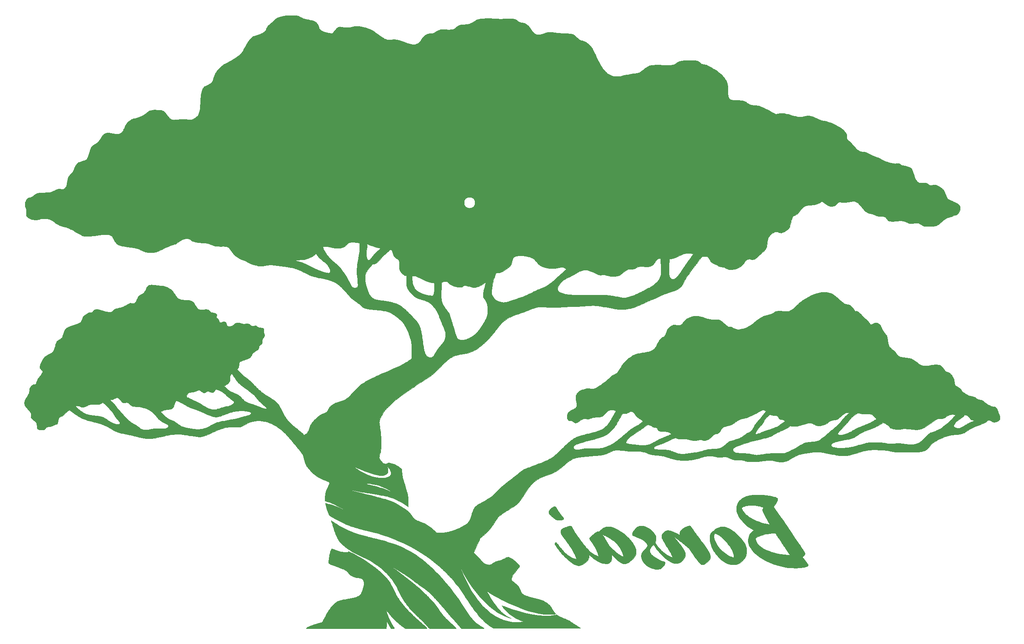
<source format=gbo>
G04 #@! TF.GenerationSoftware,KiCad,Pcbnew,(5.1.6)-1*
G04 #@! TF.CreationDate,2020-07-26T17:53:41-05:00*
G04 #@! TF.ProjectId,Bonsai Base Plate,426f6e73-6169-4204-9261-736520506c61,rev?*
G04 #@! TF.SameCoordinates,Original*
G04 #@! TF.FileFunction,Legend,Bot*
G04 #@! TF.FilePolarity,Positive*
%FSLAX46Y46*%
G04 Gerber Fmt 4.6, Leading zero omitted, Abs format (unit mm)*
G04 Created by KiCad (PCBNEW (5.1.6)-1) date 2020-07-26 17:53:41*
%MOMM*%
%LPD*%
G01*
G04 APERTURE LIST*
%ADD10C,0.010000*%
%ADD11C,2.300000*%
G04 APERTURE END LIST*
D10*
G04 #@! TO.C,G\u002A\u002A\u002A*
G36*
X213784566Y-176151029D02*
G01*
X213725001Y-176175912D01*
X213660908Y-176205047D01*
X213447735Y-176313983D01*
X213241404Y-176444309D01*
X213050139Y-176589147D01*
X212882166Y-176741621D01*
X212745707Y-176894853D01*
X212648987Y-177041967D01*
X212640892Y-177057962D01*
X212589214Y-177185905D01*
X212566470Y-177306135D01*
X212574786Y-177424497D01*
X212616287Y-177546835D01*
X212693097Y-177678993D01*
X212807341Y-177826815D01*
X212961146Y-177996147D01*
X212994660Y-178030867D01*
X213223749Y-178262304D01*
X213426637Y-178457030D01*
X213608689Y-178618139D01*
X213775267Y-178748725D01*
X213931733Y-178851881D01*
X214083453Y-178930703D01*
X214235787Y-178988282D01*
X214394101Y-179027713D01*
X214563756Y-179052090D01*
X214750117Y-179064507D01*
X214788750Y-179065795D01*
X214985681Y-179067875D01*
X215141807Y-179061051D01*
X215266421Y-179044825D01*
X215296750Y-179038569D01*
X215469504Y-178994230D01*
X215596497Y-178947790D01*
X215682757Y-178896004D01*
X215733311Y-178835624D01*
X215753186Y-178763404D01*
X215753950Y-178743271D01*
X215752775Y-178720368D01*
X215747196Y-178695915D01*
X215734132Y-178665366D01*
X215710503Y-178624175D01*
X215673228Y-178567795D01*
X215619227Y-178491680D01*
X215545418Y-178391284D01*
X215448723Y-178262061D01*
X215326059Y-178099463D01*
X215245950Y-177993556D01*
X215141452Y-177852645D01*
X215016471Y-177679527D01*
X214878276Y-177484549D01*
X214734132Y-177278056D01*
X214591307Y-177070394D01*
X214457067Y-176871908D01*
X214436764Y-176841533D01*
X214304276Y-176642754D01*
X214196458Y-176482417D01*
X214109167Y-176357124D01*
X214038262Y-176263478D01*
X213979602Y-176198081D01*
X213929043Y-176157536D01*
X213882446Y-176138444D01*
X213835667Y-176137407D01*
X213784566Y-176151029D01*
G37*
X213784566Y-176151029D02*
X213725001Y-176175912D01*
X213660908Y-176205047D01*
X213447735Y-176313983D01*
X213241404Y-176444309D01*
X213050139Y-176589147D01*
X212882166Y-176741621D01*
X212745707Y-176894853D01*
X212648987Y-177041967D01*
X212640892Y-177057962D01*
X212589214Y-177185905D01*
X212566470Y-177306135D01*
X212574786Y-177424497D01*
X212616287Y-177546835D01*
X212693097Y-177678993D01*
X212807341Y-177826815D01*
X212961146Y-177996147D01*
X212994660Y-178030867D01*
X213223749Y-178262304D01*
X213426637Y-178457030D01*
X213608689Y-178618139D01*
X213775267Y-178748725D01*
X213931733Y-178851881D01*
X214083453Y-178930703D01*
X214235787Y-178988282D01*
X214394101Y-179027713D01*
X214563756Y-179052090D01*
X214750117Y-179064507D01*
X214788750Y-179065795D01*
X214985681Y-179067875D01*
X215141807Y-179061051D01*
X215266421Y-179044825D01*
X215296750Y-179038569D01*
X215469504Y-178994230D01*
X215596497Y-178947790D01*
X215682757Y-178896004D01*
X215733311Y-178835624D01*
X215753186Y-178763404D01*
X215753950Y-178743271D01*
X215752775Y-178720368D01*
X215747196Y-178695915D01*
X215734132Y-178665366D01*
X215710503Y-178624175D01*
X215673228Y-178567795D01*
X215619227Y-178491680D01*
X215545418Y-178391284D01*
X215448723Y-178262061D01*
X215326059Y-178099463D01*
X215245950Y-177993556D01*
X215141452Y-177852645D01*
X215016471Y-177679527D01*
X214878276Y-177484549D01*
X214734132Y-177278056D01*
X214591307Y-177070394D01*
X214457067Y-176871908D01*
X214436764Y-176841533D01*
X214304276Y-176642754D01*
X214196458Y-176482417D01*
X214109167Y-176357124D01*
X214038262Y-176263478D01*
X213979602Y-176198081D01*
X213929043Y-176157536D01*
X213882446Y-176138444D01*
X213835667Y-176137407D01*
X213784566Y-176151029D01*
G36*
X249219151Y-180498340D02*
G01*
X248982802Y-180547696D01*
X248743809Y-180621737D01*
X248510733Y-180716040D01*
X248292132Y-180826187D01*
X248096568Y-180947758D01*
X247932599Y-181076332D01*
X247808785Y-181207490D01*
X247786521Y-181238093D01*
X247705499Y-181319619D01*
X247608721Y-181374324D01*
X247501386Y-181435640D01*
X247383998Y-181531106D01*
X247268057Y-181648872D01*
X247165061Y-181777085D01*
X247086510Y-181903895D01*
X247077820Y-181921488D01*
X247009302Y-182075188D01*
X246958191Y-182216561D01*
X246922185Y-182357672D01*
X246898980Y-182510590D01*
X246886276Y-182687381D01*
X246881770Y-182900113D01*
X246881650Y-182949850D01*
X246883927Y-183165308D01*
X246892245Y-183346037D01*
X246908840Y-183507967D01*
X246935946Y-183667025D01*
X246975797Y-183839139D01*
X247030628Y-184040239D01*
X247038428Y-184067450D01*
X247138949Y-184375552D01*
X247268601Y-184707597D01*
X247421480Y-185050740D01*
X247591682Y-185392137D01*
X247773303Y-185718946D01*
X247873241Y-185883550D01*
X248158560Y-186303612D01*
X248472558Y-186702475D01*
X248809129Y-187073679D01*
X249162170Y-187410763D01*
X249525578Y-187707267D01*
X249739150Y-187858402D01*
X250045412Y-188043062D01*
X250375955Y-188206753D01*
X250717247Y-188343956D01*
X251055757Y-188449152D01*
X251337476Y-188510341D01*
X251526773Y-188533749D01*
X251741297Y-188546474D01*
X251965367Y-188548652D01*
X252183299Y-188540417D01*
X252379413Y-188521904D01*
X252507750Y-188500285D01*
X252672080Y-188461566D01*
X252809047Y-188420367D01*
X252938617Y-188369317D01*
X253080756Y-188301048D01*
X253160587Y-188259320D01*
X253486344Y-188058060D01*
X253781556Y-187818799D01*
X254043137Y-187545708D01*
X254268003Y-187242956D01*
X254430232Y-186955218D01*
X251973083Y-186955218D01*
X251969352Y-187012150D01*
X251960617Y-187041694D01*
X251946245Y-187051622D01*
X251941712Y-187051950D01*
X251902886Y-187044019D01*
X251827855Y-187022559D01*
X251728274Y-186991066D01*
X251640259Y-186961512D01*
X251267977Y-186815111D01*
X250899020Y-186634865D01*
X250536343Y-186424184D01*
X250182899Y-186186477D01*
X249841644Y-185925153D01*
X249515531Y-185643621D01*
X249207515Y-185345290D01*
X248920551Y-185033568D01*
X248657592Y-184711866D01*
X248421593Y-184383592D01*
X248215508Y-184052155D01*
X248042292Y-183720964D01*
X247904900Y-183393428D01*
X247806285Y-183072957D01*
X247749402Y-182762959D01*
X247737206Y-182466843D01*
X247737561Y-182458207D01*
X247754445Y-182278633D01*
X247789443Y-182139350D01*
X247845617Y-182032131D01*
X247926029Y-181948750D01*
X247927592Y-181947515D01*
X247968033Y-181920286D01*
X248009240Y-181907596D01*
X248060408Y-181911184D01*
X248130730Y-181932788D01*
X248229397Y-181974146D01*
X248341773Y-182025827D01*
X248634475Y-182182389D01*
X248940001Y-182382713D01*
X249254293Y-182622650D01*
X249573292Y-182898048D01*
X249892940Y-183204759D01*
X250209178Y-183538632D01*
X250517946Y-183895517D01*
X250815188Y-184271264D01*
X251096843Y-184661723D01*
X251358854Y-185062744D01*
X251436424Y-185190180D01*
X251606253Y-185490795D01*
X251740039Y-185766528D01*
X251840521Y-186025305D01*
X251910441Y-186275055D01*
X251952538Y-186523703D01*
X251968060Y-186728100D01*
X251972442Y-186863125D01*
X251973083Y-186955218D01*
X254430232Y-186955218D01*
X254453071Y-186914711D01*
X254595254Y-186565143D01*
X254691468Y-186198422D01*
X254693607Y-186187227D01*
X254721932Y-185949116D01*
X254725119Y-185680382D01*
X254704381Y-185393831D01*
X254660929Y-185102274D01*
X254595976Y-184818519D01*
X254549522Y-184664350D01*
X254418550Y-184331130D01*
X254243882Y-183985105D01*
X254029496Y-183631023D01*
X253779365Y-183273631D01*
X253497466Y-182917677D01*
X253187775Y-182567910D01*
X252854267Y-182229077D01*
X252500917Y-181905927D01*
X252131702Y-181603208D01*
X251758450Y-181331036D01*
X251388652Y-181095324D01*
X251022003Y-180895882D01*
X250661999Y-180733855D01*
X250312140Y-180610392D01*
X249975923Y-180526639D01*
X249656845Y-180483742D01*
X249358404Y-180482850D01*
X249219151Y-180498340D01*
G37*
X249219151Y-180498340D02*
X248982802Y-180547696D01*
X248743809Y-180621737D01*
X248510733Y-180716040D01*
X248292132Y-180826187D01*
X248096568Y-180947758D01*
X247932599Y-181076332D01*
X247808785Y-181207490D01*
X247786521Y-181238093D01*
X247705499Y-181319619D01*
X247608721Y-181374324D01*
X247501386Y-181435640D01*
X247383998Y-181531106D01*
X247268057Y-181648872D01*
X247165061Y-181777085D01*
X247086510Y-181903895D01*
X247077820Y-181921488D01*
X247009302Y-182075188D01*
X246958191Y-182216561D01*
X246922185Y-182357672D01*
X246898980Y-182510590D01*
X246886276Y-182687381D01*
X246881770Y-182900113D01*
X246881650Y-182949850D01*
X246883927Y-183165308D01*
X246892245Y-183346037D01*
X246908840Y-183507967D01*
X246935946Y-183667025D01*
X246975797Y-183839139D01*
X247030628Y-184040239D01*
X247038428Y-184067450D01*
X247138949Y-184375552D01*
X247268601Y-184707597D01*
X247421480Y-185050740D01*
X247591682Y-185392137D01*
X247773303Y-185718946D01*
X247873241Y-185883550D01*
X248158560Y-186303612D01*
X248472558Y-186702475D01*
X248809129Y-187073679D01*
X249162170Y-187410763D01*
X249525578Y-187707267D01*
X249739150Y-187858402D01*
X250045412Y-188043062D01*
X250375955Y-188206753D01*
X250717247Y-188343956D01*
X251055757Y-188449152D01*
X251337476Y-188510341D01*
X251526773Y-188533749D01*
X251741297Y-188546474D01*
X251965367Y-188548652D01*
X252183299Y-188540417D01*
X252379413Y-188521904D01*
X252507750Y-188500285D01*
X252672080Y-188461566D01*
X252809047Y-188420367D01*
X252938617Y-188369317D01*
X253080756Y-188301048D01*
X253160587Y-188259320D01*
X253486344Y-188058060D01*
X253781556Y-187818799D01*
X254043137Y-187545708D01*
X254268003Y-187242956D01*
X254430232Y-186955218D01*
X251973083Y-186955218D01*
X251969352Y-187012150D01*
X251960617Y-187041694D01*
X251946245Y-187051622D01*
X251941712Y-187051950D01*
X251902886Y-187044019D01*
X251827855Y-187022559D01*
X251728274Y-186991066D01*
X251640259Y-186961512D01*
X251267977Y-186815111D01*
X250899020Y-186634865D01*
X250536343Y-186424184D01*
X250182899Y-186186477D01*
X249841644Y-185925153D01*
X249515531Y-185643621D01*
X249207515Y-185345290D01*
X248920551Y-185033568D01*
X248657592Y-184711866D01*
X248421593Y-184383592D01*
X248215508Y-184052155D01*
X248042292Y-183720964D01*
X247904900Y-183393428D01*
X247806285Y-183072957D01*
X247749402Y-182762959D01*
X247737206Y-182466843D01*
X247737561Y-182458207D01*
X247754445Y-182278633D01*
X247789443Y-182139350D01*
X247845617Y-182032131D01*
X247926029Y-181948750D01*
X247927592Y-181947515D01*
X247968033Y-181920286D01*
X248009240Y-181907596D01*
X248060408Y-181911184D01*
X248130730Y-181932788D01*
X248229397Y-181974146D01*
X248341773Y-182025827D01*
X248634475Y-182182389D01*
X248940001Y-182382713D01*
X249254293Y-182622650D01*
X249573292Y-182898048D01*
X249892940Y-183204759D01*
X250209178Y-183538632D01*
X250517946Y-183895517D01*
X250815188Y-184271264D01*
X251096843Y-184661723D01*
X251358854Y-185062744D01*
X251436424Y-185190180D01*
X251606253Y-185490795D01*
X251740039Y-185766528D01*
X251840521Y-186025305D01*
X251910441Y-186275055D01*
X251952538Y-186523703D01*
X251968060Y-186728100D01*
X251972442Y-186863125D01*
X251973083Y-186955218D01*
X254430232Y-186955218D01*
X254453071Y-186914711D01*
X254595254Y-186565143D01*
X254691468Y-186198422D01*
X254693607Y-186187227D01*
X254721932Y-185949116D01*
X254725119Y-185680382D01*
X254704381Y-185393831D01*
X254660929Y-185102274D01*
X254595976Y-184818519D01*
X254549522Y-184664350D01*
X254418550Y-184331130D01*
X254243882Y-183985105D01*
X254029496Y-183631023D01*
X253779365Y-183273631D01*
X253497466Y-182917677D01*
X253187775Y-182567910D01*
X252854267Y-182229077D01*
X252500917Y-181905927D01*
X252131702Y-181603208D01*
X251758450Y-181331036D01*
X251388652Y-181095324D01*
X251022003Y-180895882D01*
X250661999Y-180733855D01*
X250312140Y-180610392D01*
X249975923Y-180526639D01*
X249656845Y-180483742D01*
X249358404Y-180482850D01*
X249219151Y-180498340D01*
G36*
X217100197Y-180297785D02*
G01*
X216971488Y-180333997D01*
X216903152Y-180355911D01*
X216783582Y-180394327D01*
X216630594Y-180442061D01*
X216459590Y-180494385D01*
X216285972Y-180546569D01*
X216185750Y-180576197D01*
X215963361Y-180643617D01*
X215784122Y-180703427D01*
X215641504Y-180758621D01*
X215528977Y-180812194D01*
X215440011Y-180867140D01*
X215368076Y-180926453D01*
X215325811Y-180970519D01*
X215219936Y-181127753D01*
X215159832Y-181306641D01*
X215145493Y-181506813D01*
X215176916Y-181727895D01*
X215254094Y-181969514D01*
X215341231Y-182162450D01*
X215381166Y-182239522D01*
X215423244Y-182314870D01*
X215471182Y-182393918D01*
X215528699Y-182482093D01*
X215599512Y-182584820D01*
X215687338Y-182707523D01*
X215795895Y-182855627D01*
X215928899Y-183034559D01*
X216046106Y-183191150D01*
X216399917Y-183667980D01*
X216720510Y-184110817D01*
X217009710Y-184522444D01*
X217269344Y-184905647D01*
X217501235Y-185263210D01*
X217707209Y-185597918D01*
X217889092Y-185912556D01*
X218048708Y-186209907D01*
X218127493Y-186366738D01*
X218227509Y-186581131D01*
X218316673Y-186792149D01*
X218391230Y-186989815D01*
X218447427Y-187164151D01*
X218481508Y-187305181D01*
X218482267Y-187309467D01*
X218498390Y-187401884D01*
X218326320Y-187369063D01*
X218007736Y-187285766D01*
X217675165Y-187155139D01*
X217330440Y-186978124D01*
X216975396Y-186755666D01*
X216611864Y-186488707D01*
X216604922Y-186483238D01*
X216494896Y-186391132D01*
X216357680Y-186267884D01*
X216199981Y-186120193D01*
X216028500Y-185954756D01*
X215849945Y-185778272D01*
X215671017Y-185597440D01*
X215498423Y-185418958D01*
X215338865Y-185249524D01*
X215199049Y-185095837D01*
X215089472Y-184969150D01*
X214994570Y-184853802D01*
X214878776Y-184710607D01*
X214752078Y-184552057D01*
X214624459Y-184390645D01*
X214510857Y-184245250D01*
X214409312Y-184116207D01*
X214315403Y-184000346D01*
X214234451Y-183903959D01*
X214171781Y-183833338D01*
X214132717Y-183794776D01*
X214125828Y-183790119D01*
X214088289Y-183783228D01*
X214045415Y-183803066D01*
X213984654Y-183855796D01*
X213976989Y-183863235D01*
X213900738Y-183948799D01*
X213865483Y-184025180D01*
X213868317Y-184108162D01*
X213906335Y-184213531D01*
X213910728Y-184223224D01*
X213974907Y-184346694D01*
X214068356Y-184502793D01*
X214187004Y-184685820D01*
X214326781Y-184890074D01*
X214483618Y-185109855D01*
X214653445Y-185339461D01*
X214832191Y-185573192D01*
X215015787Y-185805347D01*
X215200162Y-186030227D01*
X215204661Y-186035604D01*
X215347618Y-186201415D01*
X215515971Y-186388449D01*
X215702071Y-186588839D01*
X215898274Y-186794715D01*
X216096933Y-186998209D01*
X216290401Y-187191453D01*
X216471032Y-187366578D01*
X216631179Y-187515715D01*
X216716804Y-187591656D01*
X217078662Y-187889069D01*
X217426037Y-188143485D01*
X217757719Y-188354193D01*
X218072498Y-188520484D01*
X218369165Y-188641649D01*
X218629430Y-188713557D01*
X218839880Y-188745125D01*
X219034870Y-188746690D01*
X219239990Y-188718175D01*
X219271850Y-188711590D01*
X219526475Y-188637662D01*
X219786127Y-188526537D01*
X220042818Y-188384186D01*
X220288562Y-188216583D01*
X220515371Y-188029699D01*
X220715258Y-187829507D01*
X220880234Y-187621978D01*
X220998904Y-187420250D01*
X221085945Y-187212664D01*
X221138255Y-187017481D01*
X221160133Y-186814592D01*
X221159999Y-186666909D01*
X221155664Y-186567732D01*
X221154319Y-186499373D01*
X221161540Y-186462106D01*
X221182903Y-186456205D01*
X221223981Y-186481946D01*
X221290352Y-186539601D01*
X221387590Y-186629446D01*
X221443335Y-186680847D01*
X221761303Y-186957506D01*
X222094641Y-187219401D01*
X222436256Y-187462034D01*
X222779054Y-187680911D01*
X223115944Y-187871536D01*
X223439833Y-188029411D01*
X223743627Y-188150042D01*
X223780943Y-188162644D01*
X224015057Y-188234448D01*
X224222459Y-188284433D01*
X224420777Y-188315566D01*
X224627642Y-188330816D01*
X224796350Y-188333622D01*
X224943340Y-188332265D01*
X225051823Y-188327826D01*
X225134067Y-188318829D01*
X225202339Y-188303801D01*
X225268907Y-188281266D01*
X225285353Y-188274831D01*
X225485412Y-188170661D01*
X225651292Y-188030711D01*
X225783387Y-187854293D01*
X225882089Y-187640717D01*
X225947793Y-187389295D01*
X225980892Y-187099335D01*
X225983089Y-187051950D01*
X225985952Y-186909863D01*
X225984450Y-186767262D01*
X225979004Y-186642077D01*
X225971528Y-186562298D01*
X225962094Y-186477961D01*
X225959664Y-186418839D01*
X225964701Y-186397062D01*
X225965228Y-186397198D01*
X225987492Y-186417499D01*
X226037523Y-186468886D01*
X226109045Y-186544738D01*
X226195784Y-186638435D01*
X226248773Y-186696350D01*
X226565662Y-187031114D01*
X226875574Y-187332765D01*
X227176440Y-187599874D01*
X227466192Y-187831011D01*
X227742760Y-188024747D01*
X228004076Y-188179652D01*
X228248071Y-188294299D01*
X228472676Y-188367256D01*
X228675823Y-188397096D01*
X228711617Y-188397774D01*
X228910355Y-188375645D01*
X229125725Y-188312898D01*
X229349263Y-188213082D01*
X229572505Y-188079748D01*
X229711250Y-187978515D01*
X229816756Y-187898389D01*
X229942768Y-187806793D01*
X230067083Y-187719766D01*
X230104950Y-187694114D01*
X230334719Y-187518909D01*
X230550027Y-187313809D01*
X230742305Y-187088930D01*
X230902980Y-186854387D01*
X230925992Y-186809683D01*
X228446490Y-186809683D01*
X228439833Y-186862601D01*
X228428650Y-186874150D01*
X228396159Y-186863136D01*
X228327975Y-186832992D01*
X228233455Y-186788065D01*
X228121956Y-186732702D01*
X228098352Y-186720714D01*
X227724420Y-186513074D01*
X227357324Y-186274027D01*
X226991599Y-185999442D01*
X226621779Y-185685188D01*
X226242399Y-185327133D01*
X226203096Y-185288132D01*
X225933130Y-185012771D01*
X225700662Y-184761524D01*
X225501588Y-184529348D01*
X225331808Y-184311198D01*
X225187219Y-184102032D01*
X225063718Y-183896806D01*
X225047357Y-183867149D01*
X224943851Y-183681204D01*
X224823873Y-183471957D01*
X224693872Y-183250170D01*
X224560296Y-183026602D01*
X224429593Y-182812016D01*
X224308213Y-182617172D01*
X224202602Y-182452830D01*
X224173724Y-182409239D01*
X224110132Y-182312744D01*
X224059359Y-182233013D01*
X224026741Y-182178615D01*
X224017421Y-182158212D01*
X224046119Y-182161349D01*
X224112867Y-182182548D01*
X224209623Y-182218514D01*
X224328345Y-182265949D01*
X224460990Y-182321560D01*
X224599517Y-182382051D01*
X224735882Y-182444127D01*
X224859850Y-182503409D01*
X225281362Y-182729323D01*
X225690854Y-182984362D01*
X226084925Y-183264827D01*
X226460175Y-183567022D01*
X226813202Y-183887252D01*
X227140607Y-184221819D01*
X227438987Y-184567027D01*
X227704943Y-184919179D01*
X227935072Y-185274578D01*
X228125976Y-185629529D01*
X228274251Y-185980334D01*
X228376499Y-186323296D01*
X228377284Y-186326700D01*
X228407408Y-186471601D01*
X228429501Y-186605912D01*
X228442787Y-186721363D01*
X228446490Y-186809683D01*
X230925992Y-186809683D01*
X231023484Y-186620296D01*
X231031824Y-186600191D01*
X231122167Y-186310730D01*
X231164689Y-186005664D01*
X231159638Y-185685822D01*
X231107262Y-185352036D01*
X231007806Y-185005136D01*
X230861519Y-184645951D01*
X230668648Y-184275313D01*
X230429440Y-183894052D01*
X230144142Y-183502997D01*
X230088564Y-183432450D01*
X229955564Y-183273987D01*
X229791981Y-183092608D01*
X229606799Y-182897257D01*
X229409002Y-182696876D01*
X229207575Y-182500411D01*
X229011501Y-182316804D01*
X228829766Y-182154999D01*
X228682550Y-182032762D01*
X228221614Y-181689460D01*
X227748874Y-181378922D01*
X227270005Y-181104164D01*
X226790680Y-180868202D01*
X226316570Y-180674050D01*
X225853350Y-180524723D01*
X225836601Y-180520127D01*
X225741618Y-180496337D01*
X225652485Y-180479911D01*
X225556174Y-180469614D01*
X225439655Y-180464213D01*
X225289899Y-180462473D01*
X225228150Y-180462498D01*
X225072193Y-180463612D01*
X224954846Y-180467041D01*
X224863927Y-180474192D01*
X224787256Y-180486474D01*
X224712649Y-180505293D01*
X224628964Y-180531711D01*
X224410963Y-180621987D01*
X224181977Y-180748460D01*
X223954512Y-180902286D01*
X223741075Y-181074622D01*
X223554172Y-181256623D01*
X223475452Y-181347408D01*
X223343929Y-181509513D01*
X223198364Y-181496314D01*
X223065947Y-181495207D01*
X222935477Y-181518920D01*
X222797389Y-181570847D01*
X222642115Y-181654384D01*
X222504526Y-181742587D01*
X222333930Y-181863154D01*
X222160087Y-181996039D01*
X221988202Y-182136352D01*
X221823482Y-182279204D01*
X221671131Y-182419705D01*
X221536356Y-182552964D01*
X221424363Y-182674093D01*
X221340357Y-182778201D01*
X221289544Y-182860398D01*
X221277510Y-182895127D01*
X221272491Y-182992595D01*
X221296281Y-183094696D01*
X221352148Y-183209166D01*
X221443359Y-183343741D01*
X221495603Y-183411407D01*
X221865053Y-183910418D01*
X222206252Y-184440002D01*
X222514578Y-184991475D01*
X222785410Y-185556152D01*
X223014126Y-186125350D01*
X223140826Y-186502724D01*
X223218224Y-186753599D01*
X223104467Y-186738006D01*
X222981971Y-186712139D01*
X222830245Y-186666247D01*
X222664130Y-186605569D01*
X222498468Y-186535342D01*
X222408750Y-186492455D01*
X222156992Y-186354382D01*
X221906780Y-186192808D01*
X221655378Y-186005081D01*
X221400046Y-185788548D01*
X221138048Y-185540557D01*
X220866645Y-185258455D01*
X220583100Y-184939589D01*
X220284674Y-184581307D01*
X219968630Y-184180957D01*
X219814015Y-183978550D01*
X219449528Y-183490816D01*
X219104657Y-183017106D01*
X218781675Y-182560776D01*
X218482854Y-182125185D01*
X218210466Y-181713688D01*
X217966785Y-181329644D01*
X217754083Y-180976410D01*
X217610830Y-180723866D01*
X217517078Y-180560468D01*
X217437811Y-180439471D01*
X217369030Y-180355957D01*
X217306736Y-180305007D01*
X217252176Y-180282767D01*
X217191697Y-180281140D01*
X217100197Y-180297785D01*
G37*
X217100197Y-180297785D02*
X216971488Y-180333997D01*
X216903152Y-180355911D01*
X216783582Y-180394327D01*
X216630594Y-180442061D01*
X216459590Y-180494385D01*
X216285972Y-180546569D01*
X216185750Y-180576197D01*
X215963361Y-180643617D01*
X215784122Y-180703427D01*
X215641504Y-180758621D01*
X215528977Y-180812194D01*
X215440011Y-180867140D01*
X215368076Y-180926453D01*
X215325811Y-180970519D01*
X215219936Y-181127753D01*
X215159832Y-181306641D01*
X215145493Y-181506813D01*
X215176916Y-181727895D01*
X215254094Y-181969514D01*
X215341231Y-182162450D01*
X215381166Y-182239522D01*
X215423244Y-182314870D01*
X215471182Y-182393918D01*
X215528699Y-182482093D01*
X215599512Y-182584820D01*
X215687338Y-182707523D01*
X215795895Y-182855627D01*
X215928899Y-183034559D01*
X216046106Y-183191150D01*
X216399917Y-183667980D01*
X216720510Y-184110817D01*
X217009710Y-184522444D01*
X217269344Y-184905647D01*
X217501235Y-185263210D01*
X217707209Y-185597918D01*
X217889092Y-185912556D01*
X218048708Y-186209907D01*
X218127493Y-186366738D01*
X218227509Y-186581131D01*
X218316673Y-186792149D01*
X218391230Y-186989815D01*
X218447427Y-187164151D01*
X218481508Y-187305181D01*
X218482267Y-187309467D01*
X218498390Y-187401884D01*
X218326320Y-187369063D01*
X218007736Y-187285766D01*
X217675165Y-187155139D01*
X217330440Y-186978124D01*
X216975396Y-186755666D01*
X216611864Y-186488707D01*
X216604922Y-186483238D01*
X216494896Y-186391132D01*
X216357680Y-186267884D01*
X216199981Y-186120193D01*
X216028500Y-185954756D01*
X215849945Y-185778272D01*
X215671017Y-185597440D01*
X215498423Y-185418958D01*
X215338865Y-185249524D01*
X215199049Y-185095837D01*
X215089472Y-184969150D01*
X214994570Y-184853802D01*
X214878776Y-184710607D01*
X214752078Y-184552057D01*
X214624459Y-184390645D01*
X214510857Y-184245250D01*
X214409312Y-184116207D01*
X214315403Y-184000346D01*
X214234451Y-183903959D01*
X214171781Y-183833338D01*
X214132717Y-183794776D01*
X214125828Y-183790119D01*
X214088289Y-183783228D01*
X214045415Y-183803066D01*
X213984654Y-183855796D01*
X213976989Y-183863235D01*
X213900738Y-183948799D01*
X213865483Y-184025180D01*
X213868317Y-184108162D01*
X213906335Y-184213531D01*
X213910728Y-184223224D01*
X213974907Y-184346694D01*
X214068356Y-184502793D01*
X214187004Y-184685820D01*
X214326781Y-184890074D01*
X214483618Y-185109855D01*
X214653445Y-185339461D01*
X214832191Y-185573192D01*
X215015787Y-185805347D01*
X215200162Y-186030227D01*
X215204661Y-186035604D01*
X215347618Y-186201415D01*
X215515971Y-186388449D01*
X215702071Y-186588839D01*
X215898274Y-186794715D01*
X216096933Y-186998209D01*
X216290401Y-187191453D01*
X216471032Y-187366578D01*
X216631179Y-187515715D01*
X216716804Y-187591656D01*
X217078662Y-187889069D01*
X217426037Y-188143485D01*
X217757719Y-188354193D01*
X218072498Y-188520484D01*
X218369165Y-188641649D01*
X218629430Y-188713557D01*
X218839880Y-188745125D01*
X219034870Y-188746690D01*
X219239990Y-188718175D01*
X219271850Y-188711590D01*
X219526475Y-188637662D01*
X219786127Y-188526537D01*
X220042818Y-188384186D01*
X220288562Y-188216583D01*
X220515371Y-188029699D01*
X220715258Y-187829507D01*
X220880234Y-187621978D01*
X220998904Y-187420250D01*
X221085945Y-187212664D01*
X221138255Y-187017481D01*
X221160133Y-186814592D01*
X221159999Y-186666909D01*
X221155664Y-186567732D01*
X221154319Y-186499373D01*
X221161540Y-186462106D01*
X221182903Y-186456205D01*
X221223981Y-186481946D01*
X221290352Y-186539601D01*
X221387590Y-186629446D01*
X221443335Y-186680847D01*
X221761303Y-186957506D01*
X222094641Y-187219401D01*
X222436256Y-187462034D01*
X222779054Y-187680911D01*
X223115944Y-187871536D01*
X223439833Y-188029411D01*
X223743627Y-188150042D01*
X223780943Y-188162644D01*
X224015057Y-188234448D01*
X224222459Y-188284433D01*
X224420777Y-188315566D01*
X224627642Y-188330816D01*
X224796350Y-188333622D01*
X224943340Y-188332265D01*
X225051823Y-188327826D01*
X225134067Y-188318829D01*
X225202339Y-188303801D01*
X225268907Y-188281266D01*
X225285353Y-188274831D01*
X225485412Y-188170661D01*
X225651292Y-188030711D01*
X225783387Y-187854293D01*
X225882089Y-187640717D01*
X225947793Y-187389295D01*
X225980892Y-187099335D01*
X225983089Y-187051950D01*
X225985952Y-186909863D01*
X225984450Y-186767262D01*
X225979004Y-186642077D01*
X225971528Y-186562298D01*
X225962094Y-186477961D01*
X225959664Y-186418839D01*
X225964701Y-186397062D01*
X225965228Y-186397198D01*
X225987492Y-186417499D01*
X226037523Y-186468886D01*
X226109045Y-186544738D01*
X226195784Y-186638435D01*
X226248773Y-186696350D01*
X226565662Y-187031114D01*
X226875574Y-187332765D01*
X227176440Y-187599874D01*
X227466192Y-187831011D01*
X227742760Y-188024747D01*
X228004076Y-188179652D01*
X228248071Y-188294299D01*
X228472676Y-188367256D01*
X228675823Y-188397096D01*
X228711617Y-188397774D01*
X228910355Y-188375645D01*
X229125725Y-188312898D01*
X229349263Y-188213082D01*
X229572505Y-188079748D01*
X229711250Y-187978515D01*
X229816756Y-187898389D01*
X229942768Y-187806793D01*
X230067083Y-187719766D01*
X230104950Y-187694114D01*
X230334719Y-187518909D01*
X230550027Y-187313809D01*
X230742305Y-187088930D01*
X230902980Y-186854387D01*
X230925992Y-186809683D01*
X228446490Y-186809683D01*
X228439833Y-186862601D01*
X228428650Y-186874150D01*
X228396159Y-186863136D01*
X228327975Y-186832992D01*
X228233455Y-186788065D01*
X228121956Y-186732702D01*
X228098352Y-186720714D01*
X227724420Y-186513074D01*
X227357324Y-186274027D01*
X226991599Y-185999442D01*
X226621779Y-185685188D01*
X226242399Y-185327133D01*
X226203096Y-185288132D01*
X225933130Y-185012771D01*
X225700662Y-184761524D01*
X225501588Y-184529348D01*
X225331808Y-184311198D01*
X225187219Y-184102032D01*
X225063718Y-183896806D01*
X225047357Y-183867149D01*
X224943851Y-183681204D01*
X224823873Y-183471957D01*
X224693872Y-183250170D01*
X224560296Y-183026602D01*
X224429593Y-182812016D01*
X224308213Y-182617172D01*
X224202602Y-182452830D01*
X224173724Y-182409239D01*
X224110132Y-182312744D01*
X224059359Y-182233013D01*
X224026741Y-182178615D01*
X224017421Y-182158212D01*
X224046119Y-182161349D01*
X224112867Y-182182548D01*
X224209623Y-182218514D01*
X224328345Y-182265949D01*
X224460990Y-182321560D01*
X224599517Y-182382051D01*
X224735882Y-182444127D01*
X224859850Y-182503409D01*
X225281362Y-182729323D01*
X225690854Y-182984362D01*
X226084925Y-183264827D01*
X226460175Y-183567022D01*
X226813202Y-183887252D01*
X227140607Y-184221819D01*
X227438987Y-184567027D01*
X227704943Y-184919179D01*
X227935072Y-185274578D01*
X228125976Y-185629529D01*
X228274251Y-185980334D01*
X228376499Y-186323296D01*
X228377284Y-186326700D01*
X228407408Y-186471601D01*
X228429501Y-186605912D01*
X228442787Y-186721363D01*
X228446490Y-186809683D01*
X230925992Y-186809683D01*
X231023484Y-186620296D01*
X231031824Y-186600191D01*
X231122167Y-186310730D01*
X231164689Y-186005664D01*
X231159638Y-185685822D01*
X231107262Y-185352036D01*
X231007806Y-185005136D01*
X230861519Y-184645951D01*
X230668648Y-184275313D01*
X230429440Y-183894052D01*
X230144142Y-183502997D01*
X230088564Y-183432450D01*
X229955564Y-183273987D01*
X229791981Y-183092608D01*
X229606799Y-182897257D01*
X229409002Y-182696876D01*
X229207575Y-182500411D01*
X229011501Y-182316804D01*
X228829766Y-182154999D01*
X228682550Y-182032762D01*
X228221614Y-181689460D01*
X227748874Y-181378922D01*
X227270005Y-181104164D01*
X226790680Y-180868202D01*
X226316570Y-180674050D01*
X225853350Y-180524723D01*
X225836601Y-180520127D01*
X225741618Y-180496337D01*
X225652485Y-180479911D01*
X225556174Y-180469614D01*
X225439655Y-180464213D01*
X225289899Y-180462473D01*
X225228150Y-180462498D01*
X225072193Y-180463612D01*
X224954846Y-180467041D01*
X224863927Y-180474192D01*
X224787256Y-180486474D01*
X224712649Y-180505293D01*
X224628964Y-180531711D01*
X224410963Y-180621987D01*
X224181977Y-180748460D01*
X223954512Y-180902286D01*
X223741075Y-181074622D01*
X223554172Y-181256623D01*
X223475452Y-181347408D01*
X223343929Y-181509513D01*
X223198364Y-181496314D01*
X223065947Y-181495207D01*
X222935477Y-181518920D01*
X222797389Y-181570847D01*
X222642115Y-181654384D01*
X222504526Y-181742587D01*
X222333930Y-181863154D01*
X222160087Y-181996039D01*
X221988202Y-182136352D01*
X221823482Y-182279204D01*
X221671131Y-182419705D01*
X221536356Y-182552964D01*
X221424363Y-182674093D01*
X221340357Y-182778201D01*
X221289544Y-182860398D01*
X221277510Y-182895127D01*
X221272491Y-182992595D01*
X221296281Y-183094696D01*
X221352148Y-183209166D01*
X221443359Y-183343741D01*
X221495603Y-183411407D01*
X221865053Y-183910418D01*
X222206252Y-184440002D01*
X222514578Y-184991475D01*
X222785410Y-185556152D01*
X223014126Y-186125350D01*
X223140826Y-186502724D01*
X223218224Y-186753599D01*
X223104467Y-186738006D01*
X222981971Y-186712139D01*
X222830245Y-186666247D01*
X222664130Y-186605569D01*
X222498468Y-186535342D01*
X222408750Y-186492455D01*
X222156992Y-186354382D01*
X221906780Y-186192808D01*
X221655378Y-186005081D01*
X221400046Y-185788548D01*
X221138048Y-185540557D01*
X220866645Y-185258455D01*
X220583100Y-184939589D01*
X220284674Y-184581307D01*
X219968630Y-184180957D01*
X219814015Y-183978550D01*
X219449528Y-183490816D01*
X219104657Y-183017106D01*
X218781675Y-182560776D01*
X218482854Y-182125185D01*
X218210466Y-181713688D01*
X217966785Y-181329644D01*
X217754083Y-180976410D01*
X217610830Y-180723866D01*
X217517078Y-180560468D01*
X217437811Y-180439471D01*
X217369030Y-180355957D01*
X217306736Y-180305007D01*
X217252176Y-180282767D01*
X217191697Y-180281140D01*
X217100197Y-180297785D01*
G36*
X256768667Y-173694781D02*
G01*
X256446068Y-173704135D01*
X256154082Y-173720684D01*
X255882763Y-173745283D01*
X255622167Y-173778787D01*
X255362346Y-173822051D01*
X255164424Y-173860917D01*
X254722739Y-173970992D01*
X254323355Y-174109014D01*
X253966311Y-174274965D01*
X253651650Y-174468823D01*
X253379411Y-174690570D01*
X253288494Y-174780673D01*
X253155290Y-174926009D01*
X253050225Y-175056872D01*
X252961571Y-175190274D01*
X252877599Y-175343223D01*
X252821489Y-175457978D01*
X252712815Y-175718074D01*
X252636473Y-175976663D01*
X252588723Y-176249710D01*
X252565980Y-176549050D01*
X252566759Y-176854729D01*
X252594394Y-177141184D01*
X252651481Y-177416611D01*
X252740617Y-177689206D01*
X252864400Y-177967163D01*
X253025426Y-178258679D01*
X253189718Y-178517550D01*
X253451134Y-178890026D01*
X253719545Y-179230650D01*
X254009941Y-179557735D01*
X254209069Y-179763234D01*
X254613213Y-180142719D01*
X255024340Y-180477150D01*
X255450143Y-180772271D01*
X255898314Y-181033822D01*
X255943100Y-181057535D01*
X256053168Y-181115756D01*
X256144931Y-181165142D01*
X256210101Y-181201167D01*
X256240390Y-181219306D01*
X256241550Y-181220468D01*
X256222721Y-181237333D01*
X256173914Y-181274633D01*
X256120900Y-181313317D01*
X255844030Y-181537422D01*
X255603250Y-181785017D01*
X255402341Y-182051203D01*
X255245086Y-182331080D01*
X255150297Y-182570667D01*
X255063831Y-182920927D01*
X255027420Y-183276249D01*
X255040722Y-183635338D01*
X255103390Y-183996896D01*
X255215082Y-184359627D01*
X255375454Y-184722233D01*
X255584159Y-185083418D01*
X255840856Y-185441885D01*
X255947201Y-185572703D01*
X256295535Y-185953392D01*
X256689946Y-186322139D01*
X257126754Y-186677230D01*
X257602278Y-187016951D01*
X258112835Y-187339588D01*
X258654744Y-187643427D01*
X259224323Y-187926754D01*
X259817892Y-188187855D01*
X260431768Y-188425017D01*
X261062270Y-188636524D01*
X261705717Y-188820664D01*
X262358426Y-188975722D01*
X263016717Y-189099985D01*
X263676908Y-189191737D01*
X263734550Y-189198152D01*
X263857866Y-189209001D01*
X264018462Y-189219241D01*
X264206823Y-189228614D01*
X264413435Y-189236861D01*
X264628783Y-189243725D01*
X264843352Y-189248945D01*
X265047627Y-189252265D01*
X265232092Y-189253424D01*
X265387234Y-189252165D01*
X265503538Y-189248229D01*
X265525250Y-189246810D01*
X265933355Y-189212696D01*
X266296856Y-189174542D01*
X266621846Y-189131528D01*
X266914421Y-189082831D01*
X267180673Y-189027632D01*
X267219869Y-189018467D01*
X267395788Y-188973250D01*
X267528676Y-188930244D01*
X267625980Y-188885975D01*
X267695150Y-188836966D01*
X267743635Y-188779744D01*
X267748652Y-188771775D01*
X267789783Y-188679344D01*
X267792867Y-188587884D01*
X267760629Y-188483558D01*
X267727167Y-188422398D01*
X267665625Y-188328581D01*
X267580660Y-188208294D01*
X267476929Y-188067726D01*
X267359089Y-187913063D01*
X267231797Y-187750493D01*
X267099709Y-187586204D01*
X266967484Y-187426384D01*
X266944221Y-187398797D01*
X266846528Y-187283254D01*
X266755079Y-187175003D01*
X266677197Y-187082719D01*
X266620206Y-187015079D01*
X266598354Y-186989061D01*
X266528458Y-186905577D01*
X266698695Y-186794663D01*
X266858227Y-186679596D01*
X266988041Y-186563120D01*
X267048797Y-186491038D01*
X263921701Y-186491038D01*
X263920608Y-186493031D01*
X263889381Y-186491512D01*
X263816364Y-186487382D01*
X263710470Y-186481165D01*
X263580613Y-186473381D01*
X263480550Y-186467298D01*
X262756386Y-186408906D01*
X262058466Y-186324188D01*
X261392375Y-186213989D01*
X260763692Y-186079151D01*
X260542784Y-186023476D01*
X259999388Y-185866371D01*
X259489884Y-185690076D01*
X259015807Y-185495689D01*
X258578689Y-185284308D01*
X258180064Y-185057028D01*
X257821467Y-184814946D01*
X257504430Y-184559160D01*
X257230487Y-184290766D01*
X257001172Y-184010860D01*
X256818019Y-183720541D01*
X256682561Y-183420903D01*
X256619874Y-183217949D01*
X256566758Y-183007904D01*
X256664504Y-182906553D01*
X256835684Y-182757858D01*
X257053812Y-182616330D01*
X257315414Y-182482949D01*
X257617017Y-182358692D01*
X257955146Y-182244538D01*
X258326330Y-182141464D01*
X258727093Y-182050448D01*
X259153962Y-181972469D01*
X259603464Y-181908505D01*
X260072125Y-181859534D01*
X260486959Y-181830205D01*
X260808067Y-181812431D01*
X261007659Y-182123023D01*
X261059737Y-182203364D01*
X261136545Y-182320877D01*
X261234696Y-182470426D01*
X261350806Y-182646871D01*
X261481488Y-182845077D01*
X261623356Y-183059904D01*
X261773024Y-183286216D01*
X261927107Y-183518875D01*
X262010219Y-183644232D01*
X262250718Y-184006337D01*
X262469172Y-184334112D01*
X262671183Y-184635843D01*
X262862357Y-184919816D01*
X263048297Y-185194317D01*
X263234607Y-185467631D01*
X263426892Y-185748045D01*
X263630755Y-186043843D01*
X263743830Y-186207400D01*
X263813978Y-186310828D01*
X263870088Y-186397557D01*
X263907537Y-186460117D01*
X263921701Y-186491038D01*
X267048797Y-186491038D01*
X267082352Y-186451228D01*
X267135375Y-186349915D01*
X267138681Y-186338778D01*
X267147977Y-186301649D01*
X267153977Y-186265683D01*
X267155068Y-186228071D01*
X267149635Y-186186002D01*
X267136067Y-186136668D01*
X267112749Y-186077259D01*
X267078068Y-186004967D01*
X267030410Y-185916982D01*
X266968163Y-185810494D01*
X266889714Y-185682696D01*
X266793448Y-185530776D01*
X266677752Y-185351927D01*
X266541013Y-185143339D01*
X266381618Y-184902202D01*
X266197953Y-184625708D01*
X265988405Y-184311047D01*
X265885302Y-184156350D01*
X265471920Y-183538048D01*
X265045810Y-182904290D01*
X264610739Y-182260559D01*
X264170473Y-181612339D01*
X263728777Y-180965115D01*
X263289418Y-180324369D01*
X263064837Y-179998435D01*
X259670550Y-179998435D01*
X259646997Y-180000462D01*
X259581254Y-179992786D01*
X259480700Y-179976829D01*
X259352713Y-179954010D01*
X259204673Y-179925750D01*
X259043956Y-179893469D01*
X258877941Y-179858590D01*
X258714006Y-179822531D01*
X258559530Y-179786714D01*
X258514850Y-179775915D01*
X257893026Y-179608123D01*
X257303853Y-179417088D01*
X256749112Y-179203841D01*
X256230585Y-178969412D01*
X255750054Y-178714830D01*
X255309301Y-178441126D01*
X254910109Y-178149330D01*
X254554258Y-177840473D01*
X254243531Y-177515584D01*
X253979709Y-177175694D01*
X253955238Y-177139825D01*
X253873852Y-177012450D01*
X253796551Y-176879630D01*
X253728194Y-176750970D01*
X253673639Y-176636079D01*
X253637745Y-176544564D01*
X253625350Y-176487436D01*
X253646914Y-176440477D01*
X253705520Y-176379586D01*
X253792044Y-176312021D01*
X253897358Y-176245042D01*
X253993449Y-176194645D01*
X254158115Y-176128273D01*
X254360376Y-176065408D01*
X254587025Y-176009659D01*
X254824858Y-175964631D01*
X254850526Y-175960582D01*
X254997478Y-175943449D01*
X255183545Y-175930301D01*
X255397190Y-175921220D01*
X255626879Y-175916285D01*
X255861077Y-175915577D01*
X256088247Y-175919174D01*
X256296854Y-175927159D01*
X256475363Y-175939610D01*
X256559050Y-175948714D01*
X256781370Y-175980936D01*
X257019238Y-176021601D01*
X257262708Y-176068522D01*
X257501831Y-176119510D01*
X257726660Y-176172380D01*
X257927246Y-176224942D01*
X258093641Y-176275011D01*
X258176800Y-176304429D01*
X258245149Y-176330751D01*
X258197994Y-176465300D01*
X258134056Y-176689709D01*
X258108435Y-176893746D01*
X258119787Y-177088778D01*
X258122340Y-177104863D01*
X258152007Y-177217699D01*
X258210193Y-177370504D01*
X258297001Y-177563474D01*
X258412533Y-177796806D01*
X258556893Y-178070695D01*
X258730182Y-178385338D01*
X258932503Y-178740929D01*
X259163959Y-179137667D01*
X259356550Y-179462034D01*
X259444043Y-179608864D01*
X259522152Y-179740786D01*
X259587305Y-179851697D01*
X259635930Y-179935495D01*
X259664455Y-179986078D01*
X259670550Y-179998435D01*
X263064837Y-179998435D01*
X262856163Y-179695588D01*
X262432776Y-179084254D01*
X262023025Y-178495851D01*
X261630675Y-177935865D01*
X261259493Y-177409778D01*
X261038310Y-177098354D01*
X260434533Y-176250659D01*
X260558520Y-176107754D01*
X260729970Y-175883738D01*
X260894783Y-175616467D01*
X261048956Y-175313420D01*
X261188486Y-174982073D01*
X261246563Y-174822461D01*
X261290097Y-174689944D01*
X261313486Y-174593441D01*
X261316146Y-174522084D01*
X261297491Y-174465003D01*
X261256937Y-174411330D01*
X261222586Y-174376941D01*
X261153426Y-174324376D01*
X261055651Y-174272774D01*
X260924868Y-174220561D01*
X260756686Y-174166161D01*
X260546713Y-174107999D01*
X260305550Y-174048071D01*
X259602521Y-173901126D01*
X258888193Y-173793633D01*
X258155460Y-173724796D01*
X257397220Y-173693817D01*
X257131823Y-173691767D01*
X256768667Y-173694781D01*
G37*
X256768667Y-173694781D02*
X256446068Y-173704135D01*
X256154082Y-173720684D01*
X255882763Y-173745283D01*
X255622167Y-173778787D01*
X255362346Y-173822051D01*
X255164424Y-173860917D01*
X254722739Y-173970992D01*
X254323355Y-174109014D01*
X253966311Y-174274965D01*
X253651650Y-174468823D01*
X253379411Y-174690570D01*
X253288494Y-174780673D01*
X253155290Y-174926009D01*
X253050225Y-175056872D01*
X252961571Y-175190274D01*
X252877599Y-175343223D01*
X252821489Y-175457978D01*
X252712815Y-175718074D01*
X252636473Y-175976663D01*
X252588723Y-176249710D01*
X252565980Y-176549050D01*
X252566759Y-176854729D01*
X252594394Y-177141184D01*
X252651481Y-177416611D01*
X252740617Y-177689206D01*
X252864400Y-177967163D01*
X253025426Y-178258679D01*
X253189718Y-178517550D01*
X253451134Y-178890026D01*
X253719545Y-179230650D01*
X254009941Y-179557735D01*
X254209069Y-179763234D01*
X254613213Y-180142719D01*
X255024340Y-180477150D01*
X255450143Y-180772271D01*
X255898314Y-181033822D01*
X255943100Y-181057535D01*
X256053168Y-181115756D01*
X256144931Y-181165142D01*
X256210101Y-181201167D01*
X256240390Y-181219306D01*
X256241550Y-181220468D01*
X256222721Y-181237333D01*
X256173914Y-181274633D01*
X256120900Y-181313317D01*
X255844030Y-181537422D01*
X255603250Y-181785017D01*
X255402341Y-182051203D01*
X255245086Y-182331080D01*
X255150297Y-182570667D01*
X255063831Y-182920927D01*
X255027420Y-183276249D01*
X255040722Y-183635338D01*
X255103390Y-183996896D01*
X255215082Y-184359627D01*
X255375454Y-184722233D01*
X255584159Y-185083418D01*
X255840856Y-185441885D01*
X255947201Y-185572703D01*
X256295535Y-185953392D01*
X256689946Y-186322139D01*
X257126754Y-186677230D01*
X257602278Y-187016951D01*
X258112835Y-187339588D01*
X258654744Y-187643427D01*
X259224323Y-187926754D01*
X259817892Y-188187855D01*
X260431768Y-188425017D01*
X261062270Y-188636524D01*
X261705717Y-188820664D01*
X262358426Y-188975722D01*
X263016717Y-189099985D01*
X263676908Y-189191737D01*
X263734550Y-189198152D01*
X263857866Y-189209001D01*
X264018462Y-189219241D01*
X264206823Y-189228614D01*
X264413435Y-189236861D01*
X264628783Y-189243725D01*
X264843352Y-189248945D01*
X265047627Y-189252265D01*
X265232092Y-189253424D01*
X265387234Y-189252165D01*
X265503538Y-189248229D01*
X265525250Y-189246810D01*
X265933355Y-189212696D01*
X266296856Y-189174542D01*
X266621846Y-189131528D01*
X266914421Y-189082831D01*
X267180673Y-189027632D01*
X267219869Y-189018467D01*
X267395788Y-188973250D01*
X267528676Y-188930244D01*
X267625980Y-188885975D01*
X267695150Y-188836966D01*
X267743635Y-188779744D01*
X267748652Y-188771775D01*
X267789783Y-188679344D01*
X267792867Y-188587884D01*
X267760629Y-188483558D01*
X267727167Y-188422398D01*
X267665625Y-188328581D01*
X267580660Y-188208294D01*
X267476929Y-188067726D01*
X267359089Y-187913063D01*
X267231797Y-187750493D01*
X267099709Y-187586204D01*
X266967484Y-187426384D01*
X266944221Y-187398797D01*
X266846528Y-187283254D01*
X266755079Y-187175003D01*
X266677197Y-187082719D01*
X266620206Y-187015079D01*
X266598354Y-186989061D01*
X266528458Y-186905577D01*
X266698695Y-186794663D01*
X266858227Y-186679596D01*
X266988041Y-186563120D01*
X267048797Y-186491038D01*
X263921701Y-186491038D01*
X263920608Y-186493031D01*
X263889381Y-186491512D01*
X263816364Y-186487382D01*
X263710470Y-186481165D01*
X263580613Y-186473381D01*
X263480550Y-186467298D01*
X262756386Y-186408906D01*
X262058466Y-186324188D01*
X261392375Y-186213989D01*
X260763692Y-186079151D01*
X260542784Y-186023476D01*
X259999388Y-185866371D01*
X259489884Y-185690076D01*
X259015807Y-185495689D01*
X258578689Y-185284308D01*
X258180064Y-185057028D01*
X257821467Y-184814946D01*
X257504430Y-184559160D01*
X257230487Y-184290766D01*
X257001172Y-184010860D01*
X256818019Y-183720541D01*
X256682561Y-183420903D01*
X256619874Y-183217949D01*
X256566758Y-183007904D01*
X256664504Y-182906553D01*
X256835684Y-182757858D01*
X257053812Y-182616330D01*
X257315414Y-182482949D01*
X257617017Y-182358692D01*
X257955146Y-182244538D01*
X258326330Y-182141464D01*
X258727093Y-182050448D01*
X259153962Y-181972469D01*
X259603464Y-181908505D01*
X260072125Y-181859534D01*
X260486959Y-181830205D01*
X260808067Y-181812431D01*
X261007659Y-182123023D01*
X261059737Y-182203364D01*
X261136545Y-182320877D01*
X261234696Y-182470426D01*
X261350806Y-182646871D01*
X261481488Y-182845077D01*
X261623356Y-183059904D01*
X261773024Y-183286216D01*
X261927107Y-183518875D01*
X262010219Y-183644232D01*
X262250718Y-184006337D01*
X262469172Y-184334112D01*
X262671183Y-184635843D01*
X262862357Y-184919816D01*
X263048297Y-185194317D01*
X263234607Y-185467631D01*
X263426892Y-185748045D01*
X263630755Y-186043843D01*
X263743830Y-186207400D01*
X263813978Y-186310828D01*
X263870088Y-186397557D01*
X263907537Y-186460117D01*
X263921701Y-186491038D01*
X267048797Y-186491038D01*
X267082352Y-186451228D01*
X267135375Y-186349915D01*
X267138681Y-186338778D01*
X267147977Y-186301649D01*
X267153977Y-186265683D01*
X267155068Y-186228071D01*
X267149635Y-186186002D01*
X267136067Y-186136668D01*
X267112749Y-186077259D01*
X267078068Y-186004967D01*
X267030410Y-185916982D01*
X266968163Y-185810494D01*
X266889714Y-185682696D01*
X266793448Y-185530776D01*
X266677752Y-185351927D01*
X266541013Y-185143339D01*
X266381618Y-184902202D01*
X266197953Y-184625708D01*
X265988405Y-184311047D01*
X265885302Y-184156350D01*
X265471920Y-183538048D01*
X265045810Y-182904290D01*
X264610739Y-182260559D01*
X264170473Y-181612339D01*
X263728777Y-180965115D01*
X263289418Y-180324369D01*
X263064837Y-179998435D01*
X259670550Y-179998435D01*
X259646997Y-180000462D01*
X259581254Y-179992786D01*
X259480700Y-179976829D01*
X259352713Y-179954010D01*
X259204673Y-179925750D01*
X259043956Y-179893469D01*
X258877941Y-179858590D01*
X258714006Y-179822531D01*
X258559530Y-179786714D01*
X258514850Y-179775915D01*
X257893026Y-179608123D01*
X257303853Y-179417088D01*
X256749112Y-179203841D01*
X256230585Y-178969412D01*
X255750054Y-178714830D01*
X255309301Y-178441126D01*
X254910109Y-178149330D01*
X254554258Y-177840473D01*
X254243531Y-177515584D01*
X253979709Y-177175694D01*
X253955238Y-177139825D01*
X253873852Y-177012450D01*
X253796551Y-176879630D01*
X253728194Y-176750970D01*
X253673639Y-176636079D01*
X253637745Y-176544564D01*
X253625350Y-176487436D01*
X253646914Y-176440477D01*
X253705520Y-176379586D01*
X253792044Y-176312021D01*
X253897358Y-176245042D01*
X253993449Y-176194645D01*
X254158115Y-176128273D01*
X254360376Y-176065408D01*
X254587025Y-176009659D01*
X254824858Y-175964631D01*
X254850526Y-175960582D01*
X254997478Y-175943449D01*
X255183545Y-175930301D01*
X255397190Y-175921220D01*
X255626879Y-175916285D01*
X255861077Y-175915577D01*
X256088247Y-175919174D01*
X256296854Y-175927159D01*
X256475363Y-175939610D01*
X256559050Y-175948714D01*
X256781370Y-175980936D01*
X257019238Y-176021601D01*
X257262708Y-176068522D01*
X257501831Y-176119510D01*
X257726660Y-176172380D01*
X257927246Y-176224942D01*
X258093641Y-176275011D01*
X258176800Y-176304429D01*
X258245149Y-176330751D01*
X258197994Y-176465300D01*
X258134056Y-176689709D01*
X258108435Y-176893746D01*
X258119787Y-177088778D01*
X258122340Y-177104863D01*
X258152007Y-177217699D01*
X258210193Y-177370504D01*
X258297001Y-177563474D01*
X258412533Y-177796806D01*
X258556893Y-178070695D01*
X258730182Y-178385338D01*
X258932503Y-178740929D01*
X259163959Y-179137667D01*
X259356550Y-179462034D01*
X259444043Y-179608864D01*
X259522152Y-179740786D01*
X259587305Y-179851697D01*
X259635930Y-179935495D01*
X259664455Y-179986078D01*
X259670550Y-179998435D01*
X263064837Y-179998435D01*
X262856163Y-179695588D01*
X262432776Y-179084254D01*
X262023025Y-178495851D01*
X261630675Y-177935865D01*
X261259493Y-177409778D01*
X261038310Y-177098354D01*
X260434533Y-176250659D01*
X260558520Y-176107754D01*
X260729970Y-175883738D01*
X260894783Y-175616467D01*
X261048956Y-175313420D01*
X261188486Y-174982073D01*
X261246563Y-174822461D01*
X261290097Y-174689944D01*
X261313486Y-174593441D01*
X261316146Y-174522084D01*
X261297491Y-174465003D01*
X261256937Y-174411330D01*
X261222586Y-174376941D01*
X261153426Y-174324376D01*
X261055651Y-174272774D01*
X260924868Y-174220561D01*
X260756686Y-174166161D01*
X260546713Y-174107999D01*
X260305550Y-174048071D01*
X259602521Y-173901126D01*
X258888193Y-173793633D01*
X258155460Y-173724796D01*
X257397220Y-173693817D01*
X257131823Y-173691767D01*
X256768667Y-173694781D01*
G36*
X242389342Y-180288508D02*
G01*
X242216841Y-180329631D01*
X242028654Y-180391567D01*
X241831464Y-180472535D01*
X241631955Y-180570751D01*
X241515922Y-180636032D01*
X241239400Y-180813645D01*
X241001556Y-180996029D01*
X240804083Y-181180984D01*
X240648675Y-181366310D01*
X240537026Y-181549807D01*
X240470832Y-181729275D01*
X240451785Y-181902514D01*
X240463645Y-182002326D01*
X240483015Y-182090289D01*
X240500946Y-182165641D01*
X240508439Y-182194004D01*
X240510132Y-182213543D01*
X240496597Y-182219770D01*
X240461820Y-182210479D01*
X240399784Y-182183459D01*
X240304474Y-182136503D01*
X240185312Y-182075393D01*
X239870641Y-181917407D01*
X239559614Y-181770359D01*
X239259047Y-181637085D01*
X238975755Y-181520419D01*
X238716554Y-181423195D01*
X238488260Y-181348248D01*
X238340456Y-181308131D01*
X238080213Y-181268627D01*
X237830106Y-181277905D01*
X237587091Y-181336542D01*
X237348127Y-181445113D01*
X237229143Y-181518349D01*
X237031910Y-181671265D01*
X236865303Y-181843309D01*
X236737722Y-182025286D01*
X236700164Y-182097377D01*
X236657697Y-182196891D01*
X236634767Y-182281764D01*
X236626203Y-182376742D01*
X236625857Y-182452977D01*
X236633410Y-182571140D01*
X236654280Y-182696799D01*
X236690050Y-182833193D01*
X236742303Y-182983564D01*
X236812622Y-183151155D01*
X236902590Y-183339205D01*
X237013791Y-183550957D01*
X237147806Y-183789651D01*
X237306220Y-184058529D01*
X237490616Y-184360833D01*
X237702576Y-184699804D01*
X237792741Y-184842150D01*
X237972121Y-185125882D01*
X238126249Y-185372939D01*
X238258331Y-185588727D01*
X238371571Y-185778653D01*
X238469172Y-185948124D01*
X238554340Y-186102547D01*
X238630277Y-186247329D01*
X238658234Y-186302650D01*
X238715083Y-186420407D01*
X238773348Y-186548077D01*
X238828951Y-186675879D01*
X238877813Y-186794030D01*
X238915855Y-186892751D01*
X238938999Y-186962258D01*
X238944150Y-186988345D01*
X238922052Y-186988973D01*
X238862824Y-186975482D01*
X238777067Y-186951145D01*
X238675381Y-186919238D01*
X238568365Y-186883032D01*
X238466621Y-186845802D01*
X238410833Y-186823640D01*
X238062256Y-186657065D01*
X237704192Y-186442341D01*
X237338258Y-186180891D01*
X236966071Y-185874137D01*
X236589246Y-185523502D01*
X236209401Y-185130410D01*
X235828152Y-184696283D01*
X235447116Y-184222544D01*
X235428953Y-184198954D01*
X235178671Y-183873259D01*
X235272538Y-183673233D01*
X235370937Y-183406802D01*
X235418955Y-183134194D01*
X235416589Y-182855355D01*
X235363837Y-182570225D01*
X235260697Y-182278747D01*
X235207606Y-182164929D01*
X235048108Y-181895223D01*
X234843745Y-181632461D01*
X234600377Y-181380835D01*
X234323863Y-181144536D01*
X234020063Y-180927756D01*
X233694838Y-180734690D01*
X233354048Y-180569528D01*
X233003552Y-180436463D01*
X232659452Y-180341936D01*
X232455606Y-180310114D01*
X232238610Y-180299211D01*
X232024689Y-180308730D01*
X231830070Y-180338173D01*
X231712192Y-180371010D01*
X231487705Y-180475789D01*
X231268896Y-180628619D01*
X231058240Y-180826849D01*
X230858210Y-181067833D01*
X230671279Y-181348920D01*
X230499922Y-181667462D01*
X230498289Y-181670840D01*
X230414662Y-181866003D01*
X230368590Y-182027462D01*
X230360011Y-182155658D01*
X230388867Y-182251030D01*
X230414248Y-182283556D01*
X230469150Y-182321210D01*
X230561511Y-182366023D01*
X230679582Y-182412544D01*
X230728728Y-182429528D01*
X231116579Y-182571077D01*
X231525503Y-182743819D01*
X231941781Y-182941935D01*
X231969738Y-182956044D01*
X232293693Y-183130405D01*
X232587043Y-183309130D01*
X232847401Y-183489994D01*
X233072378Y-183670770D01*
X233259588Y-183849233D01*
X233406641Y-184023156D01*
X233511149Y-184190314D01*
X233570725Y-184348481D01*
X233584482Y-184461150D01*
X233577677Y-184549939D01*
X233554986Y-184636117D01*
X233512445Y-184725774D01*
X233446090Y-184824999D01*
X233351958Y-184939882D01*
X233226085Y-185076513D01*
X233100019Y-185205416D01*
X232926139Y-185383618D01*
X232785651Y-185536142D01*
X232673044Y-185669977D01*
X232582807Y-185792113D01*
X232509428Y-185909538D01*
X232447396Y-186029242D01*
X232442978Y-186038656D01*
X232360009Y-186245157D01*
X232308999Y-186447433D01*
X232285796Y-186665237D01*
X232283378Y-186797950D01*
X232307043Y-187102901D01*
X232374946Y-187393453D01*
X232488458Y-187672473D01*
X232648950Y-187942827D01*
X232857795Y-188207382D01*
X233055570Y-188411963D01*
X233336292Y-188660723D01*
X233621962Y-188871368D01*
X233928798Y-189055316D01*
X234080050Y-189133389D01*
X234418154Y-189284644D01*
X234752772Y-189403923D01*
X235077770Y-189489841D01*
X235387009Y-189541014D01*
X235674355Y-189556057D01*
X235886294Y-189540882D01*
X236117397Y-189496967D01*
X236316767Y-189429926D01*
X236500771Y-189332986D01*
X236658150Y-189221363D01*
X236820108Y-189074999D01*
X236981185Y-188894615D01*
X237129111Y-188695700D01*
X237251618Y-188493742D01*
X237282204Y-188433584D01*
X237343539Y-188281374D01*
X237367501Y-188157249D01*
X237353771Y-188063492D01*
X237337600Y-188034929D01*
X237303954Y-188011890D01*
X237231268Y-187975568D01*
X237128293Y-187929906D01*
X237003781Y-187878842D01*
X236912150Y-187843375D01*
X236406575Y-187639678D01*
X235949881Y-187429088D01*
X235540503Y-187210700D01*
X235176877Y-186983611D01*
X234857439Y-186746917D01*
X234580624Y-186499716D01*
X234573990Y-186493150D01*
X234388738Y-186295019D01*
X234247758Y-186110706D01*
X234148217Y-185935007D01*
X234087282Y-185762718D01*
X234062120Y-185588638D01*
X234061114Y-185551091D01*
X234067156Y-185441923D01*
X234089126Y-185335286D01*
X234130300Y-185225428D01*
X234193957Y-185106599D01*
X234283374Y-184973048D01*
X234401830Y-184819022D01*
X234552602Y-184638771D01*
X234635261Y-184543700D01*
X234719608Y-184448798D01*
X234792100Y-184369536D01*
X234846220Y-184312866D01*
X234875454Y-184285741D01*
X234878283Y-184284386D01*
X234897346Y-184304970D01*
X234935577Y-184358958D01*
X234985949Y-184436230D01*
X235006158Y-184468536D01*
X235274338Y-184873838D01*
X235584231Y-185291794D01*
X235930493Y-185715921D01*
X236307778Y-186139735D01*
X236710743Y-186556754D01*
X236800958Y-186645621D01*
X237197920Y-187015484D01*
X237582438Y-187337409D01*
X237955961Y-187612323D01*
X238319941Y-187841151D01*
X238675830Y-188024818D01*
X239025078Y-188164250D01*
X239313281Y-188247603D01*
X239435032Y-188273583D01*
X239544440Y-188288430D01*
X239661353Y-188293770D01*
X239805621Y-188291229D01*
X239833150Y-188290177D01*
X240073374Y-188267508D01*
X240288702Y-188217115D01*
X240489184Y-188134517D01*
X240684869Y-188015238D01*
X240885805Y-187854798D01*
X240958742Y-187788550D01*
X241202310Y-187536338D01*
X241396308Y-187280831D01*
X241540475Y-187022559D01*
X241634552Y-186762055D01*
X241678277Y-186499853D01*
X241678772Y-186315350D01*
X241652253Y-186114817D01*
X241596886Y-185907020D01*
X241510323Y-185686343D01*
X241390214Y-185447171D01*
X241234214Y-185183890D01*
X241152996Y-185058050D01*
X241069967Y-184933688D01*
X240989250Y-184816495D01*
X240906119Y-184700263D01*
X240815849Y-184578786D01*
X240713713Y-184445857D01*
X240594985Y-184295267D01*
X240454939Y-184120810D01*
X240288847Y-183916279D01*
X240211326Y-183821310D01*
X240019483Y-183585149D01*
X239844316Y-183366702D01*
X239688735Y-183169709D01*
X239555649Y-182997908D01*
X239447968Y-182855041D01*
X239368601Y-182744845D01*
X239335835Y-182696047D01*
X239318385Y-182665264D01*
X239321236Y-182655047D01*
X239349599Y-182667718D01*
X239408688Y-182705597D01*
X239502950Y-182770475D01*
X239703964Y-182913951D01*
X239936632Y-183085932D01*
X240194500Y-183281334D01*
X240471109Y-183495073D01*
X240760004Y-183722067D01*
X241054728Y-183957232D01*
X241348825Y-184195484D01*
X241635838Y-184431740D01*
X241909311Y-184660917D01*
X241976749Y-184718163D01*
X242405847Y-185083450D01*
X242916549Y-185834959D01*
X243161753Y-186194483D01*
X243382039Y-186514519D01*
X243579878Y-186798365D01*
X243757737Y-187049318D01*
X243918086Y-187270676D01*
X244063393Y-187465737D01*
X244196129Y-187637798D01*
X244318762Y-187790158D01*
X244433761Y-187926113D01*
X244543596Y-188048962D01*
X244650734Y-188162003D01*
X244684550Y-188196340D01*
X244786412Y-188295470D01*
X244883907Y-188384317D01*
X244967910Y-188454978D01*
X245029294Y-188499547D01*
X245043989Y-188507633D01*
X245191326Y-188548453D01*
X245362140Y-188547126D01*
X245553269Y-188504759D01*
X245761551Y-188422459D01*
X245983823Y-188301336D01*
X246216925Y-188142496D01*
X246324571Y-188058960D01*
X246555107Y-187848631D01*
X246735829Y-187629010D01*
X246866694Y-187400220D01*
X246947656Y-187162381D01*
X246978673Y-186915618D01*
X246959699Y-186660051D01*
X246906358Y-186442593D01*
X246852408Y-186284879D01*
X246790442Y-186126603D01*
X246718392Y-185964468D01*
X246634191Y-185795175D01*
X246535772Y-185615427D01*
X246421065Y-185421926D01*
X246288004Y-185211374D01*
X246134521Y-184980474D01*
X245958548Y-184725927D01*
X245758018Y-184444436D01*
X245530861Y-184132703D01*
X245275012Y-183787430D01*
X245069621Y-183513219D01*
X244773230Y-183118223D01*
X244505711Y-182760052D01*
X244264708Y-182435462D01*
X244047867Y-182141209D01*
X243852833Y-181874049D01*
X243677252Y-181630737D01*
X243518768Y-181408029D01*
X243375027Y-181202681D01*
X243243674Y-181011448D01*
X243122354Y-180831087D01*
X243116453Y-180822211D01*
X243022105Y-180682102D01*
X242934070Y-180554870D01*
X242857158Y-180447190D01*
X242796177Y-180365738D01*
X242755936Y-180317187D01*
X242745888Y-180307861D01*
X242660549Y-180275840D01*
X242539473Y-180269984D01*
X242389342Y-180288508D01*
G37*
X242389342Y-180288508D02*
X242216841Y-180329631D01*
X242028654Y-180391567D01*
X241831464Y-180472535D01*
X241631955Y-180570751D01*
X241515922Y-180636032D01*
X241239400Y-180813645D01*
X241001556Y-180996029D01*
X240804083Y-181180984D01*
X240648675Y-181366310D01*
X240537026Y-181549807D01*
X240470832Y-181729275D01*
X240451785Y-181902514D01*
X240463645Y-182002326D01*
X240483015Y-182090289D01*
X240500946Y-182165641D01*
X240508439Y-182194004D01*
X240510132Y-182213543D01*
X240496597Y-182219770D01*
X240461820Y-182210479D01*
X240399784Y-182183459D01*
X240304474Y-182136503D01*
X240185312Y-182075393D01*
X239870641Y-181917407D01*
X239559614Y-181770359D01*
X239259047Y-181637085D01*
X238975755Y-181520419D01*
X238716554Y-181423195D01*
X238488260Y-181348248D01*
X238340456Y-181308131D01*
X238080213Y-181268627D01*
X237830106Y-181277905D01*
X237587091Y-181336542D01*
X237348127Y-181445113D01*
X237229143Y-181518349D01*
X237031910Y-181671265D01*
X236865303Y-181843309D01*
X236737722Y-182025286D01*
X236700164Y-182097377D01*
X236657697Y-182196891D01*
X236634767Y-182281764D01*
X236626203Y-182376742D01*
X236625857Y-182452977D01*
X236633410Y-182571140D01*
X236654280Y-182696799D01*
X236690050Y-182833193D01*
X236742303Y-182983564D01*
X236812622Y-183151155D01*
X236902590Y-183339205D01*
X237013791Y-183550957D01*
X237147806Y-183789651D01*
X237306220Y-184058529D01*
X237490616Y-184360833D01*
X237702576Y-184699804D01*
X237792741Y-184842150D01*
X237972121Y-185125882D01*
X238126249Y-185372939D01*
X238258331Y-185588727D01*
X238371571Y-185778653D01*
X238469172Y-185948124D01*
X238554340Y-186102547D01*
X238630277Y-186247329D01*
X238658234Y-186302650D01*
X238715083Y-186420407D01*
X238773348Y-186548077D01*
X238828951Y-186675879D01*
X238877813Y-186794030D01*
X238915855Y-186892751D01*
X238938999Y-186962258D01*
X238944150Y-186988345D01*
X238922052Y-186988973D01*
X238862824Y-186975482D01*
X238777067Y-186951145D01*
X238675381Y-186919238D01*
X238568365Y-186883032D01*
X238466621Y-186845802D01*
X238410833Y-186823640D01*
X238062256Y-186657065D01*
X237704192Y-186442341D01*
X237338258Y-186180891D01*
X236966071Y-185874137D01*
X236589246Y-185523502D01*
X236209401Y-185130410D01*
X235828152Y-184696283D01*
X235447116Y-184222544D01*
X235428953Y-184198954D01*
X235178671Y-183873259D01*
X235272538Y-183673233D01*
X235370937Y-183406802D01*
X235418955Y-183134194D01*
X235416589Y-182855355D01*
X235363837Y-182570225D01*
X235260697Y-182278747D01*
X235207606Y-182164929D01*
X235048108Y-181895223D01*
X234843745Y-181632461D01*
X234600377Y-181380835D01*
X234323863Y-181144536D01*
X234020063Y-180927756D01*
X233694838Y-180734690D01*
X233354048Y-180569528D01*
X233003552Y-180436463D01*
X232659452Y-180341936D01*
X232455606Y-180310114D01*
X232238610Y-180299211D01*
X232024689Y-180308730D01*
X231830070Y-180338173D01*
X231712192Y-180371010D01*
X231487705Y-180475789D01*
X231268896Y-180628619D01*
X231058240Y-180826849D01*
X230858210Y-181067833D01*
X230671279Y-181348920D01*
X230499922Y-181667462D01*
X230498289Y-181670840D01*
X230414662Y-181866003D01*
X230368590Y-182027462D01*
X230360011Y-182155658D01*
X230388867Y-182251030D01*
X230414248Y-182283556D01*
X230469150Y-182321210D01*
X230561511Y-182366023D01*
X230679582Y-182412544D01*
X230728728Y-182429528D01*
X231116579Y-182571077D01*
X231525503Y-182743819D01*
X231941781Y-182941935D01*
X231969738Y-182956044D01*
X232293693Y-183130405D01*
X232587043Y-183309130D01*
X232847401Y-183489994D01*
X233072378Y-183670770D01*
X233259588Y-183849233D01*
X233406641Y-184023156D01*
X233511149Y-184190314D01*
X233570725Y-184348481D01*
X233584482Y-184461150D01*
X233577677Y-184549939D01*
X233554986Y-184636117D01*
X233512445Y-184725774D01*
X233446090Y-184824999D01*
X233351958Y-184939882D01*
X233226085Y-185076513D01*
X233100019Y-185205416D01*
X232926139Y-185383618D01*
X232785651Y-185536142D01*
X232673044Y-185669977D01*
X232582807Y-185792113D01*
X232509428Y-185909538D01*
X232447396Y-186029242D01*
X232442978Y-186038656D01*
X232360009Y-186245157D01*
X232308999Y-186447433D01*
X232285796Y-186665237D01*
X232283378Y-186797950D01*
X232307043Y-187102901D01*
X232374946Y-187393453D01*
X232488458Y-187672473D01*
X232648950Y-187942827D01*
X232857795Y-188207382D01*
X233055570Y-188411963D01*
X233336292Y-188660723D01*
X233621962Y-188871368D01*
X233928798Y-189055316D01*
X234080050Y-189133389D01*
X234418154Y-189284644D01*
X234752772Y-189403923D01*
X235077770Y-189489841D01*
X235387009Y-189541014D01*
X235674355Y-189556057D01*
X235886294Y-189540882D01*
X236117397Y-189496967D01*
X236316767Y-189429926D01*
X236500771Y-189332986D01*
X236658150Y-189221363D01*
X236820108Y-189074999D01*
X236981185Y-188894615D01*
X237129111Y-188695700D01*
X237251618Y-188493742D01*
X237282204Y-188433584D01*
X237343539Y-188281374D01*
X237367501Y-188157249D01*
X237353771Y-188063492D01*
X237337600Y-188034929D01*
X237303954Y-188011890D01*
X237231268Y-187975568D01*
X237128293Y-187929906D01*
X237003781Y-187878842D01*
X236912150Y-187843375D01*
X236406575Y-187639678D01*
X235949881Y-187429088D01*
X235540503Y-187210700D01*
X235176877Y-186983611D01*
X234857439Y-186746917D01*
X234580624Y-186499716D01*
X234573990Y-186493150D01*
X234388738Y-186295019D01*
X234247758Y-186110706D01*
X234148217Y-185935007D01*
X234087282Y-185762718D01*
X234062120Y-185588638D01*
X234061114Y-185551091D01*
X234067156Y-185441923D01*
X234089126Y-185335286D01*
X234130300Y-185225428D01*
X234193957Y-185106599D01*
X234283374Y-184973048D01*
X234401830Y-184819022D01*
X234552602Y-184638771D01*
X234635261Y-184543700D01*
X234719608Y-184448798D01*
X234792100Y-184369536D01*
X234846220Y-184312866D01*
X234875454Y-184285741D01*
X234878283Y-184284386D01*
X234897346Y-184304970D01*
X234935577Y-184358958D01*
X234985949Y-184436230D01*
X235006158Y-184468536D01*
X235274338Y-184873838D01*
X235584231Y-185291794D01*
X235930493Y-185715921D01*
X236307778Y-186139735D01*
X236710743Y-186556754D01*
X236800958Y-186645621D01*
X237197920Y-187015484D01*
X237582438Y-187337409D01*
X237955961Y-187612323D01*
X238319941Y-187841151D01*
X238675830Y-188024818D01*
X239025078Y-188164250D01*
X239313281Y-188247603D01*
X239435032Y-188273583D01*
X239544440Y-188288430D01*
X239661353Y-188293770D01*
X239805621Y-188291229D01*
X239833150Y-188290177D01*
X240073374Y-188267508D01*
X240288702Y-188217115D01*
X240489184Y-188134517D01*
X240684869Y-188015238D01*
X240885805Y-187854798D01*
X240958742Y-187788550D01*
X241202310Y-187536338D01*
X241396308Y-187280831D01*
X241540475Y-187022559D01*
X241634552Y-186762055D01*
X241678277Y-186499853D01*
X241678772Y-186315350D01*
X241652253Y-186114817D01*
X241596886Y-185907020D01*
X241510323Y-185686343D01*
X241390214Y-185447171D01*
X241234214Y-185183890D01*
X241152996Y-185058050D01*
X241069967Y-184933688D01*
X240989250Y-184816495D01*
X240906119Y-184700263D01*
X240815849Y-184578786D01*
X240713713Y-184445857D01*
X240594985Y-184295267D01*
X240454939Y-184120810D01*
X240288847Y-183916279D01*
X240211326Y-183821310D01*
X240019483Y-183585149D01*
X239844316Y-183366702D01*
X239688735Y-183169709D01*
X239555649Y-182997908D01*
X239447968Y-182855041D01*
X239368601Y-182744845D01*
X239335835Y-182696047D01*
X239318385Y-182665264D01*
X239321236Y-182655047D01*
X239349599Y-182667718D01*
X239408688Y-182705597D01*
X239502950Y-182770475D01*
X239703964Y-182913951D01*
X239936632Y-183085932D01*
X240194500Y-183281334D01*
X240471109Y-183495073D01*
X240760004Y-183722067D01*
X241054728Y-183957232D01*
X241348825Y-184195484D01*
X241635838Y-184431740D01*
X241909311Y-184660917D01*
X241976749Y-184718163D01*
X242405847Y-185083450D01*
X242916549Y-185834959D01*
X243161753Y-186194483D01*
X243382039Y-186514519D01*
X243579878Y-186798365D01*
X243757737Y-187049318D01*
X243918086Y-187270676D01*
X244063393Y-187465737D01*
X244196129Y-187637798D01*
X244318762Y-187790158D01*
X244433761Y-187926113D01*
X244543596Y-188048962D01*
X244650734Y-188162003D01*
X244684550Y-188196340D01*
X244786412Y-188295470D01*
X244883907Y-188384317D01*
X244967910Y-188454978D01*
X245029294Y-188499547D01*
X245043989Y-188507633D01*
X245191326Y-188548453D01*
X245362140Y-188547126D01*
X245553269Y-188504759D01*
X245761551Y-188422459D01*
X245983823Y-188301336D01*
X246216925Y-188142496D01*
X246324571Y-188058960D01*
X246555107Y-187848631D01*
X246735829Y-187629010D01*
X246866694Y-187400220D01*
X246947656Y-187162381D01*
X246978673Y-186915618D01*
X246959699Y-186660051D01*
X246906358Y-186442593D01*
X246852408Y-186284879D01*
X246790442Y-186126603D01*
X246718392Y-185964468D01*
X246634191Y-185795175D01*
X246535772Y-185615427D01*
X246421065Y-185421926D01*
X246288004Y-185211374D01*
X246134521Y-184980474D01*
X245958548Y-184725927D01*
X245758018Y-184444436D01*
X245530861Y-184132703D01*
X245275012Y-183787430D01*
X245069621Y-183513219D01*
X244773230Y-183118223D01*
X244505711Y-182760052D01*
X244264708Y-182435462D01*
X244047867Y-182141209D01*
X243852833Y-181874049D01*
X243677252Y-181630737D01*
X243518768Y-181408029D01*
X243375027Y-181202681D01*
X243243674Y-181011448D01*
X243122354Y-180831087D01*
X243116453Y-180822211D01*
X243022105Y-180682102D01*
X242934070Y-180554870D01*
X242857158Y-180447190D01*
X242796177Y-180365738D01*
X242755936Y-180317187D01*
X242745888Y-180307861D01*
X242660549Y-180275840D01*
X242539473Y-180269984D01*
X242389342Y-180288508D01*
G36*
X204535617Y-199938216D02*
G01*
X204539104Y-199953316D01*
X204552550Y-199955150D01*
X204573458Y-199945856D01*
X204569484Y-199938216D01*
X204539340Y-199935176D01*
X204535617Y-199938216D01*
G37*
X204535617Y-199938216D02*
X204539104Y-199953316D01*
X204552550Y-199955150D01*
X204573458Y-199945856D01*
X204569484Y-199938216D01*
X204539340Y-199935176D01*
X204535617Y-199938216D01*
G36*
X157165325Y-71601875D02*
G01*
X156678527Y-71632047D01*
X156235113Y-71678124D01*
X155836081Y-71739978D01*
X155482429Y-71817477D01*
X155175155Y-71910493D01*
X154915257Y-72018894D01*
X154895550Y-72028729D01*
X154770670Y-72096641D01*
X154647183Y-72174422D01*
X154519102Y-72266873D01*
X154380436Y-72378795D01*
X154225196Y-72514989D01*
X154047393Y-72680255D01*
X153871743Y-72849422D01*
X153731494Y-72984230D01*
X153592827Y-73114094D01*
X153462900Y-73232565D01*
X153348868Y-73333197D01*
X153257888Y-73409541D01*
X153206450Y-73448838D01*
X153013255Y-73594180D01*
X152858820Y-73736371D01*
X152733401Y-73887360D01*
X152627255Y-74059094D01*
X152530638Y-74263518D01*
X152518694Y-74292087D01*
X152441587Y-74473252D01*
X152374443Y-74616270D01*
X152311199Y-74731203D01*
X152245794Y-74828109D01*
X152172166Y-74917049D01*
X152091664Y-75000775D01*
X151896671Y-75170732D01*
X151674749Y-75319496D01*
X151420021Y-75450114D01*
X151126607Y-75565637D01*
X150818850Y-75660815D01*
X150523134Y-75744903D01*
X150270703Y-75822199D01*
X150055046Y-75895949D01*
X149869652Y-75969401D01*
X149708007Y-76045801D01*
X149563600Y-76128397D01*
X149429919Y-76220435D01*
X149300452Y-76325164D01*
X149168687Y-76445830D01*
X149090308Y-76522734D01*
X148971691Y-76646779D01*
X148858206Y-76777727D01*
X148746458Y-76920733D01*
X148633054Y-77080956D01*
X148514599Y-77263552D01*
X148387700Y-77473679D01*
X148248963Y-77716493D01*
X148094995Y-77997151D01*
X147985696Y-78201271D01*
X147829303Y-78492940D01*
X147691015Y-78744117D01*
X147567051Y-78960150D01*
X147453627Y-79146390D01*
X147346961Y-79308185D01*
X147243269Y-79450886D01*
X147138771Y-79579842D01*
X147029682Y-79700402D01*
X146912220Y-79817917D01*
X146782602Y-79937735D01*
X146716353Y-79996414D01*
X146527183Y-80158511D01*
X146342614Y-80308333D01*
X146156776Y-80449649D01*
X145963802Y-80586232D01*
X145757822Y-80721853D01*
X145532968Y-80860281D01*
X145283372Y-81005287D01*
X145003165Y-81160644D01*
X144686478Y-81330120D01*
X144439451Y-81459434D01*
X144256703Y-81555340D01*
X144073418Y-81653213D01*
X143898978Y-81747919D01*
X143742772Y-81834322D01*
X143614183Y-81907287D01*
X143531418Y-81956245D01*
X143097156Y-82248132D01*
X142703689Y-82567969D01*
X142347169Y-82919465D01*
X142023750Y-83306329D01*
X141796074Y-83628786D01*
X141676772Y-83822010D01*
X141568531Y-84023560D01*
X141467114Y-84242889D01*
X141368289Y-84489452D01*
X141267820Y-84772704D01*
X141223004Y-84908302D01*
X141169122Y-85070765D01*
X141115576Y-85225793D01*
X141065928Y-85363543D01*
X141023739Y-85474175D01*
X140992570Y-85547848D01*
X140988617Y-85556002D01*
X140878868Y-85743334D01*
X140745904Y-85909140D01*
X140584516Y-86057384D01*
X140389497Y-86192030D01*
X140155639Y-86317042D01*
X139877732Y-86436385D01*
X139786278Y-86471197D01*
X139578930Y-86560602D01*
X139392951Y-86668448D01*
X139227191Y-86797461D01*
X139080501Y-86950367D01*
X138951730Y-87129892D01*
X138839727Y-87338763D01*
X138743343Y-87579706D01*
X138661427Y-87855446D01*
X138592830Y-88168710D01*
X138536401Y-88522224D01*
X138490990Y-88918715D01*
X138455446Y-89360908D01*
X138437387Y-89668350D01*
X138420733Y-89989288D01*
X138406206Y-90264372D01*
X138393490Y-90498485D01*
X138382267Y-90696515D01*
X138372221Y-90863347D01*
X138363033Y-91003866D01*
X138354386Y-91122959D01*
X138345963Y-91225510D01*
X138337448Y-91316407D01*
X138328522Y-91400534D01*
X138320351Y-91470567D01*
X138267350Y-91831609D01*
X138200729Y-92146454D01*
X138119461Y-92418119D01*
X138022518Y-92649623D01*
X137908873Y-92843983D01*
X137809814Y-92969697D01*
X137739220Y-93037167D01*
X137634202Y-93123470D01*
X137504288Y-93221964D01*
X137359009Y-93326011D01*
X137207892Y-93428969D01*
X137060466Y-93524199D01*
X136926260Y-93605062D01*
X136814803Y-93664916D01*
X136806225Y-93669039D01*
X136681732Y-93720599D01*
X136539928Y-93768147D01*
X136415064Y-93800564D01*
X136307238Y-93818592D01*
X136202570Y-93825674D01*
X136089955Y-93820983D01*
X135958285Y-93803693D01*
X135796454Y-93772976D01*
X135667750Y-93744952D01*
X135502392Y-93713366D01*
X135324744Y-93691031D01*
X135129704Y-93678007D01*
X134912171Y-93674354D01*
X134667041Y-93680132D01*
X134389214Y-93695401D01*
X134073587Y-93720221D01*
X133715058Y-93754653D01*
X133572488Y-93769628D01*
X133307630Y-93796806D01*
X133086442Y-93816238D01*
X132902340Y-93827589D01*
X132748737Y-93830526D01*
X132619048Y-93824715D01*
X132506688Y-93809822D01*
X132405071Y-93785514D01*
X132307612Y-93751457D01*
X132207725Y-93707318D01*
X132191846Y-93699671D01*
X132057591Y-93621642D01*
X131921057Y-93515472D01*
X131778238Y-93377092D01*
X131625129Y-93202433D01*
X131457724Y-92987425D01*
X131363792Y-92858461D01*
X131217033Y-92655989D01*
X131092005Y-92490626D01*
X130983446Y-92356446D01*
X130886093Y-92247524D01*
X130794685Y-92157935D01*
X130703959Y-92081751D01*
X130619750Y-92020577D01*
X130513519Y-91951632D01*
X130412836Y-91896058D01*
X130309821Y-91851927D01*
X130196593Y-91817313D01*
X130065274Y-91790287D01*
X129907984Y-91768921D01*
X129716843Y-91751288D01*
X129483972Y-91735460D01*
X129444750Y-91733110D01*
X129096432Y-91715451D01*
X128792122Y-91707459D01*
X128525708Y-91710548D01*
X128291072Y-91726133D01*
X128082099Y-91755629D01*
X127892675Y-91800452D01*
X127716683Y-91862015D01*
X127548007Y-91941733D01*
X127380534Y-92041021D01*
X127208146Y-92161295D01*
X127043898Y-92288527D01*
X126761615Y-92505628D01*
X126489064Y-92693957D01*
X126217055Y-92858005D01*
X125936398Y-93002268D01*
X125637902Y-93131238D01*
X125312378Y-93249409D01*
X124950634Y-93361274D01*
X124718196Y-93425682D01*
X124460496Y-93495823D01*
X124244878Y-93557828D01*
X124063851Y-93614665D01*
X123909925Y-93669303D01*
X123775610Y-93724710D01*
X123653414Y-93783853D01*
X123535849Y-93849700D01*
X123415423Y-93925221D01*
X123353262Y-93966548D01*
X123179322Y-94094512D01*
X123022789Y-94234153D01*
X122878842Y-94391871D01*
X122742660Y-94574068D01*
X122609422Y-94787143D01*
X122474306Y-95037498D01*
X122344259Y-95306116D01*
X122230997Y-95548215D01*
X122134656Y-95749348D01*
X122051877Y-95915121D01*
X121979299Y-96051144D01*
X121913562Y-96163024D01*
X121851305Y-96256370D01*
X121789167Y-96336789D01*
X121723789Y-96409890D01*
X121651811Y-96481280D01*
X121625119Y-96506269D01*
X121457846Y-96637804D01*
X121272126Y-96737858D01*
X121064439Y-96806843D01*
X120831267Y-96845169D01*
X120569090Y-96853247D01*
X120274389Y-96831488D01*
X119943644Y-96780302D01*
X119703850Y-96730589D01*
X119435604Y-96672710D01*
X119207839Y-96629815D01*
X119012650Y-96601419D01*
X118842131Y-96587034D01*
X118688378Y-96586175D01*
X118543484Y-96598355D01*
X118399544Y-96623087D01*
X118306850Y-96644627D01*
X118110486Y-96712018D01*
X117933121Y-96813417D01*
X117761530Y-96956529D01*
X117746802Y-96970850D01*
X117674268Y-97046068D01*
X117602822Y-97129396D01*
X117528322Y-97226816D01*
X117446624Y-97344312D01*
X117353588Y-97487869D01*
X117245070Y-97663469D01*
X117116930Y-97877097D01*
X117101726Y-97902723D01*
X116972409Y-98114402D01*
X116855609Y-98288139D01*
X116742931Y-98432286D01*
X116625980Y-98555197D01*
X116496362Y-98665224D01*
X116345681Y-98770721D01*
X116165543Y-98880041D01*
X116058950Y-98940333D01*
X115828132Y-99075254D01*
X115631394Y-99203841D01*
X115473202Y-99322946D01*
X115358023Y-99429420D01*
X115345013Y-99443788D01*
X115253661Y-99567834D01*
X115158014Y-99735103D01*
X115061353Y-99938587D01*
X114966960Y-100171277D01*
X114878116Y-100426164D01*
X114863552Y-100471992D01*
X114773214Y-100759200D01*
X114695718Y-101002788D01*
X114629296Y-101207790D01*
X114572182Y-101379242D01*
X114522608Y-101522176D01*
X114478806Y-101641627D01*
X114439011Y-101742631D01*
X114401453Y-101830220D01*
X114364366Y-101909429D01*
X114345940Y-101946492D01*
X114284961Y-102063341D01*
X114235713Y-102145588D01*
X114189165Y-102204995D01*
X114136283Y-102253322D01*
X114077750Y-102295744D01*
X113975296Y-102357975D01*
X113850414Y-102419013D01*
X113697055Y-102481206D01*
X113509165Y-102546904D01*
X113280694Y-102618454D01*
X113137950Y-102660457D01*
X112886210Y-102735887D01*
X112678264Y-102805123D01*
X112508036Y-102871631D01*
X112369448Y-102938879D01*
X112256422Y-103010335D01*
X112162881Y-103089465D01*
X112082747Y-103179737D01*
X112009943Y-103284618D01*
X111991631Y-103314431D01*
X111937817Y-103410653D01*
X111871828Y-103538887D01*
X111801042Y-103684256D01*
X111732839Y-103831886D01*
X111714765Y-103872613D01*
X111599435Y-104131608D01*
X111497787Y-104350519D01*
X111405480Y-104536759D01*
X111318171Y-104697739D01*
X111231517Y-104840870D01*
X111141177Y-104973564D01*
X111042807Y-105103232D01*
X110932066Y-105237285D01*
X110879523Y-105298167D01*
X110704899Y-105501059D01*
X110561420Y-105676153D01*
X110444978Y-105832227D01*
X110351463Y-105978057D01*
X110276766Y-106122421D01*
X110216777Y-106274096D01*
X110167386Y-106441858D01*
X110124486Y-106634484D01*
X110083965Y-106860753D01*
X110051198Y-107067350D01*
X110007435Y-107334635D01*
X109964130Y-107557580D01*
X109918872Y-107742566D01*
X109869248Y-107895971D01*
X109812849Y-108024176D01*
X109747261Y-108133558D01*
X109670075Y-108230499D01*
X109578878Y-108321377D01*
X109576292Y-108323722D01*
X109448025Y-108428041D01*
X109315932Y-108514879D01*
X109190793Y-108578331D01*
X109083388Y-108612491D01*
X109041362Y-108616749D01*
X108973013Y-108611526D01*
X108874892Y-108597742D01*
X108766733Y-108578226D01*
X108752817Y-108575386D01*
X108506088Y-108545789D01*
X108248050Y-108553350D01*
X107998944Y-108596891D01*
X107904253Y-108624814D01*
X107821973Y-108655708D01*
X107704635Y-108704216D01*
X107562858Y-108765722D01*
X107407262Y-108835611D01*
X107248466Y-108909266D01*
X107232404Y-108916857D01*
X107020544Y-109016387D01*
X106842864Y-109096627D01*
X106689739Y-109159847D01*
X106551543Y-109208316D01*
X106418651Y-109244304D01*
X106281439Y-109270081D01*
X106130282Y-109287915D01*
X105955554Y-109300078D01*
X105747631Y-109308837D01*
X105543350Y-109315138D01*
X105165136Y-109327698D01*
X104833486Y-109342599D01*
X104544195Y-109360385D01*
X104293061Y-109381603D01*
X104075879Y-109406797D01*
X103888445Y-109436513D01*
X103726555Y-109471298D01*
X103586005Y-109511695D01*
X103462590Y-109558252D01*
X103382739Y-109595509D01*
X103308379Y-109641060D01*
X103215249Y-109709156D01*
X103120872Y-109786795D01*
X103100479Y-109804955D01*
X102915300Y-109961518D01*
X102735756Y-110087028D01*
X102546942Y-110189838D01*
X102333955Y-110278297D01*
X102139806Y-110343215D01*
X102018863Y-110382401D01*
X101905417Y-110422406D01*
X101814873Y-110457633D01*
X101774249Y-110476001D01*
X101617410Y-110581556D01*
X101470277Y-110729493D01*
X101337904Y-110911608D01*
X101225346Y-111119696D01*
X101137657Y-111345554D01*
X101079893Y-111580976D01*
X101074983Y-111610957D01*
X101060911Y-111757217D01*
X101064754Y-111909437D01*
X101087915Y-112076436D01*
X101131793Y-112267028D01*
X101197790Y-112490031D01*
X101230489Y-112589666D01*
X101279064Y-112735916D01*
X101313339Y-112845850D01*
X101335573Y-112931180D01*
X101348022Y-113003616D01*
X101352944Y-113074869D01*
X101352595Y-113156651D01*
X101350845Y-113214150D01*
X101347472Y-113337697D01*
X101344497Y-113491695D01*
X101342258Y-113655793D01*
X101341138Y-113798350D01*
X101341204Y-113939661D01*
X101343901Y-114041998D01*
X101350835Y-114117176D01*
X101363610Y-114177008D01*
X101383832Y-114233311D01*
X101407346Y-114285662D01*
X101495306Y-114429316D01*
X101620094Y-114561050D01*
X101784102Y-114682211D01*
X101989722Y-114794143D01*
X102239345Y-114898192D01*
X102535363Y-114995704D01*
X102796707Y-115067254D01*
X103042967Y-115122059D01*
X103259810Y-115151013D01*
X103461820Y-115153655D01*
X103663582Y-115129521D01*
X103879682Y-115078147D01*
X104041290Y-115027743D01*
X104262248Y-114958501D01*
X104457188Y-114909119D01*
X104645106Y-114875919D01*
X104845002Y-114855224D01*
X104971850Y-114847600D01*
X105140480Y-114844131D01*
X105331028Y-114847873D01*
X105530538Y-114857883D01*
X105726049Y-114873217D01*
X105904605Y-114892931D01*
X106053245Y-114916083D01*
X106123573Y-114931460D01*
X106270063Y-114976732D01*
X106424739Y-115040531D01*
X106593155Y-115125953D01*
X106780865Y-115236094D01*
X106993422Y-115374050D01*
X107236380Y-115542916D01*
X107292474Y-115583092D01*
X107562597Y-115774178D01*
X107800502Y-115935034D01*
X108012050Y-116069056D01*
X108203102Y-116179641D01*
X108379517Y-116270186D01*
X108547154Y-116344088D01*
X108707351Y-116403228D01*
X108788650Y-116428415D01*
X108909218Y-116462994D01*
X109058995Y-116504217D01*
X109227922Y-116549337D01*
X109405939Y-116595605D01*
X109488854Y-116616706D01*
X109737302Y-116680556D01*
X109945188Y-116737148D01*
X110121592Y-116790017D01*
X110275592Y-116842697D01*
X110416269Y-116898722D01*
X110552700Y-116961625D01*
X110693965Y-117034943D01*
X110849143Y-117122208D01*
X110971622Y-117193908D01*
X111394270Y-117442271D01*
X111776412Y-117663323D01*
X112119783Y-117857974D01*
X112426118Y-118027134D01*
X112697149Y-118171713D01*
X112934611Y-118292622D01*
X113140239Y-118390770D01*
X113315766Y-118467069D01*
X113462927Y-118522429D01*
X113557050Y-118551107D01*
X113653024Y-118573325D01*
X113757240Y-118590034D01*
X113880437Y-118602313D01*
X114033350Y-118611244D01*
X114218596Y-118617685D01*
X114374719Y-118620687D01*
X114524451Y-118620405D01*
X114673953Y-118616254D01*
X114829389Y-118607650D01*
X114996919Y-118594007D01*
X115182708Y-118574740D01*
X115392918Y-118549265D01*
X115633710Y-118516997D01*
X115911247Y-118477350D01*
X116231692Y-118429741D01*
X116287550Y-118421316D01*
X116506685Y-118388588D01*
X116727647Y-118356278D01*
X116940685Y-118325760D01*
X117136050Y-118298412D01*
X117303989Y-118275610D01*
X117434753Y-118258729D01*
X117468650Y-118254625D01*
X117650269Y-118237184D01*
X117853769Y-118224352D01*
X118068004Y-118216237D01*
X118281828Y-118212949D01*
X118484096Y-118214596D01*
X118663662Y-118221288D01*
X118809381Y-118233134D01*
X118865650Y-118240954D01*
X119107826Y-118306623D01*
X119327970Y-118417639D01*
X119524005Y-118572628D01*
X119693851Y-118770221D01*
X119716061Y-118802150D01*
X119760226Y-118872288D01*
X119821531Y-118976431D01*
X119893664Y-119103520D01*
X119970316Y-119242494D01*
X120020419Y-119335550D01*
X120097852Y-119477863D01*
X120176417Y-119616953D01*
X120249400Y-119741291D01*
X120310087Y-119839354D01*
X120339264Y-119882851D01*
X120460330Y-120033624D01*
X120601304Y-120177388D01*
X120749511Y-120302754D01*
X120892278Y-120398328D01*
X120941166Y-120423850D01*
X121091142Y-120485471D01*
X121280753Y-120546485D01*
X121511729Y-120607264D01*
X121785798Y-120668179D01*
X122104688Y-120729602D01*
X122470127Y-120791905D01*
X122883845Y-120855459D01*
X123082050Y-120883975D01*
X123452672Y-120937331D01*
X123777652Y-120986428D01*
X124061885Y-121032186D01*
X124310263Y-121075527D01*
X124527682Y-121117373D01*
X124719035Y-121158645D01*
X124889215Y-121200264D01*
X125043117Y-121243151D01*
X125126750Y-121268938D01*
X125197615Y-121295345D01*
X125305039Y-121340217D01*
X125440017Y-121399557D01*
X125593543Y-121469368D01*
X125756613Y-121545656D01*
X125837950Y-121584517D01*
X126113218Y-121714263D01*
X126353406Y-121820369D01*
X126567157Y-121905061D01*
X126763114Y-121970565D01*
X126949920Y-122019105D01*
X127136217Y-122052908D01*
X127330648Y-122074197D01*
X127541856Y-122085200D01*
X127778483Y-122088141D01*
X127793750Y-122088110D01*
X128004258Y-122084836D01*
X128199916Y-122075131D01*
X128386048Y-122057367D01*
X128567976Y-122029913D01*
X128751024Y-121991143D01*
X128940515Y-121939426D01*
X129141773Y-121873135D01*
X129360120Y-121790639D01*
X129600879Y-121690311D01*
X129869375Y-121570522D01*
X130170930Y-121429643D01*
X130510867Y-121266045D01*
X130562350Y-121240979D01*
X130876150Y-121088887D01*
X131149898Y-120958306D01*
X131388553Y-120847191D01*
X131597070Y-120753500D01*
X131780410Y-120675187D01*
X131943528Y-120610210D01*
X132091383Y-120556525D01*
X132228932Y-120512088D01*
X132361134Y-120474856D01*
X132492945Y-120442784D01*
X132505450Y-120439971D01*
X132712779Y-120388175D01*
X132901316Y-120327940D01*
X133081163Y-120254401D01*
X133262421Y-120162697D01*
X133455190Y-120047965D01*
X133669571Y-119905342D01*
X133786024Y-119823476D01*
X133919815Y-119729351D01*
X134052848Y-119637947D01*
X134174170Y-119556634D01*
X134272830Y-119492785D01*
X134321550Y-119463008D01*
X134635563Y-119304562D01*
X134954755Y-119194514D01*
X135286814Y-119130523D01*
X135465069Y-119114786D01*
X135606960Y-119110135D01*
X135727881Y-119115703D01*
X135838578Y-119134807D01*
X135949796Y-119170760D01*
X136072278Y-119226877D01*
X136216772Y-119306475D01*
X136356067Y-119389671D01*
X136524130Y-119489992D01*
X136679246Y-119576998D01*
X136826840Y-119651994D01*
X136972337Y-119716285D01*
X137121163Y-119771176D01*
X137278743Y-119817972D01*
X137450501Y-119857979D01*
X137641865Y-119892501D01*
X137858258Y-119922844D01*
X138105106Y-119950312D01*
X138387835Y-119976212D01*
X138711870Y-120001847D01*
X138982450Y-120021487D01*
X139236430Y-120039761D01*
X139446086Y-120055919D01*
X139617793Y-120071021D01*
X139757930Y-120086126D01*
X139872873Y-120102292D01*
X139968997Y-120120578D01*
X140052681Y-120142045D01*
X140130299Y-120167749D01*
X140208230Y-120198752D01*
X140292849Y-120236110D01*
X140303250Y-120240841D01*
X140606401Y-120374776D01*
X140874989Y-120483873D01*
X141117180Y-120570769D01*
X141341140Y-120638102D01*
X141555035Y-120688508D01*
X141767030Y-120724626D01*
X141824846Y-120732251D01*
X141910510Y-120739291D01*
X142039988Y-120745057D01*
X142206310Y-120749417D01*
X142402503Y-120752241D01*
X142621596Y-120753398D01*
X142856617Y-120752757D01*
X142900031Y-120752441D01*
X143176764Y-120751047D01*
X143405895Y-120751729D01*
X143590582Y-120754565D01*
X143733985Y-120759630D01*
X143839261Y-120767001D01*
X143909569Y-120776753D01*
X143910050Y-120776852D01*
X144031690Y-120810913D01*
X144162258Y-120862325D01*
X144288428Y-120924294D01*
X144396875Y-120990027D01*
X144474273Y-121052729D01*
X144492305Y-121073708D01*
X144527117Y-121121987D01*
X144584320Y-121202172D01*
X144657063Y-121304626D01*
X144738497Y-121419712D01*
X144773398Y-121469150D01*
X145044165Y-121840589D01*
X145302131Y-122167573D01*
X145551373Y-122453559D01*
X145795971Y-122702005D01*
X146040005Y-122916367D01*
X146287553Y-123100104D01*
X146542696Y-123256674D01*
X146809511Y-123389532D01*
X147092079Y-123502138D01*
X147224750Y-123546897D01*
X147506608Y-123651492D01*
X147763186Y-123774967D01*
X147796250Y-123793453D01*
X148270146Y-124046180D01*
X148764506Y-124276865D01*
X149269592Y-124481899D01*
X149775662Y-124657673D01*
X150272979Y-124800577D01*
X150751800Y-124907000D01*
X150846637Y-124923958D01*
X150966026Y-124943554D01*
X151073059Y-124958382D01*
X151173867Y-124967944D01*
X151274583Y-124971743D01*
X151381338Y-124969283D01*
X151500266Y-124960068D01*
X151637496Y-124943601D01*
X151799162Y-124919385D01*
X151991396Y-124886924D01*
X152220328Y-124845722D01*
X152492092Y-124795281D01*
X152535038Y-124787242D01*
X152694555Y-124759374D01*
X152868048Y-124732341D01*
X153033653Y-124709382D01*
X153159618Y-124694705D01*
X153257349Y-124685691D01*
X153341608Y-124680624D01*
X153422537Y-124680121D01*
X153510277Y-124684799D01*
X153614969Y-124695276D01*
X153746755Y-124712168D01*
X153915774Y-124736094D01*
X153970730Y-124744076D01*
X154144487Y-124768624D01*
X154355015Y-124797147D01*
X154588612Y-124827862D01*
X154831575Y-124858988D01*
X155070203Y-124888741D01*
X155251150Y-124910640D01*
X155663149Y-124960297D01*
X156029905Y-125005913D01*
X156356743Y-125048311D01*
X156648988Y-125088313D01*
X156911962Y-125126741D01*
X157150991Y-125164417D01*
X157371399Y-125202163D01*
X157578509Y-125240801D01*
X157777648Y-125281153D01*
X157974137Y-125324041D01*
X158068442Y-125345623D01*
X158273905Y-125394930D01*
X158465384Y-125444905D01*
X158648364Y-125497764D01*
X158828330Y-125555726D01*
X159010767Y-125621006D01*
X159201159Y-125695823D01*
X159404991Y-125782393D01*
X159627749Y-125882933D01*
X159874916Y-125999661D01*
X160151978Y-126134793D01*
X160464419Y-126290547D01*
X160699450Y-126409149D01*
X160984869Y-126553157D01*
X161236725Y-126678332D01*
X161461603Y-126786904D01*
X161666086Y-126881103D01*
X161856756Y-126963160D01*
X162040196Y-127035304D01*
X162222990Y-127099765D01*
X162411720Y-127158773D01*
X162612970Y-127214558D01*
X162833322Y-127269350D01*
X163079359Y-127325380D01*
X163357664Y-127384876D01*
X163674821Y-127450069D01*
X163916245Y-127498835D01*
X164362732Y-127590119D01*
X164763364Y-127675458D01*
X165122543Y-127756331D01*
X165444670Y-127834216D01*
X165734146Y-127910590D01*
X165995371Y-127986933D01*
X166232747Y-128064723D01*
X166450674Y-128145437D01*
X166653553Y-128230555D01*
X166845785Y-128321554D01*
X167031770Y-128419913D01*
X167215910Y-128527109D01*
X167402606Y-128644623D01*
X167481250Y-128696353D01*
X167681872Y-128835337D01*
X167877949Y-128983229D01*
X168073634Y-129144027D01*
X168273078Y-129321728D01*
X168480435Y-129520330D01*
X168699856Y-129743830D01*
X168935494Y-129996226D01*
X169191501Y-130281513D01*
X169472030Y-130603690D01*
X169517107Y-130656176D01*
X169740637Y-130915595D01*
X169937316Y-131140377D01*
X170112287Y-131335343D01*
X170270693Y-131505316D01*
X170417676Y-131655118D01*
X170558377Y-131789573D01*
X170697940Y-131913502D01*
X170841507Y-132031727D01*
X170994221Y-132149072D01*
X171161223Y-132270359D01*
X171347656Y-132400409D01*
X171456135Y-132474561D01*
X171694410Y-132637931D01*
X171896177Y-132779557D01*
X172068019Y-132904598D01*
X172216520Y-133018214D01*
X172348261Y-133125563D01*
X172469828Y-133231804D01*
X172587802Y-133342097D01*
X172684495Y-133437193D01*
X172802631Y-133554045D01*
X172895899Y-133641540D01*
X172974193Y-133707363D01*
X173047407Y-133759199D01*
X173125436Y-133804736D01*
X173217895Y-133851522D01*
X173345685Y-133909079D01*
X173480009Y-133959820D01*
X173626085Y-134004706D01*
X173789128Y-134044700D01*
X173974356Y-134080761D01*
X174186984Y-134113851D01*
X174432231Y-134144932D01*
X174715313Y-134174964D01*
X175041445Y-134204909D01*
X175215550Y-134219595D01*
X175765455Y-134268032D01*
X176269899Y-134318950D01*
X176728119Y-134372237D01*
X177139349Y-134427782D01*
X177502826Y-134485474D01*
X177817784Y-134545201D01*
X178083460Y-134606853D01*
X178288950Y-134666918D01*
X178627656Y-134797285D01*
X178984410Y-134967457D01*
X179352405Y-135172933D01*
X179724833Y-135409214D01*
X180094888Y-135671800D01*
X180455763Y-135956191D01*
X180800649Y-136257888D01*
X181032267Y-136480318D01*
X181246190Y-136699931D01*
X181429991Y-136902090D01*
X181594337Y-137099623D01*
X181749894Y-137305360D01*
X181907327Y-137532127D01*
X181909709Y-137535682D01*
X182060265Y-137780325D01*
X182214676Y-138068283D01*
X182370334Y-138392484D01*
X182524631Y-138745855D01*
X182674959Y-139121325D01*
X182818710Y-139511820D01*
X182953276Y-139910270D01*
X183076049Y-140309600D01*
X183184422Y-140702740D01*
X183275786Y-141082617D01*
X183345033Y-141428035D01*
X183357120Y-141498784D01*
X183367208Y-141566863D01*
X183375469Y-141637493D01*
X183382072Y-141715895D01*
X183387186Y-141807288D01*
X183390983Y-141916895D01*
X183393630Y-142049934D01*
X183395299Y-142211626D01*
X183396159Y-142407192D01*
X183396379Y-142641852D01*
X183396131Y-142920826D01*
X183396019Y-142995650D01*
X183395310Y-143251655D01*
X183394045Y-143497600D01*
X183392294Y-143727737D01*
X183390126Y-143936318D01*
X183387611Y-144117593D01*
X183384819Y-144265814D01*
X183381820Y-144375233D01*
X183378684Y-144440101D01*
X183378407Y-144443450D01*
X183369658Y-144525315D01*
X183355670Y-144589742D01*
X183330237Y-144644986D01*
X183287156Y-144699300D01*
X183220218Y-144760938D01*
X183123221Y-144838156D01*
X183026340Y-144911766D01*
X182842330Y-145046469D01*
X182646060Y-145181688D01*
X182435166Y-145318617D01*
X182207282Y-145458446D01*
X181960040Y-145602368D01*
X181691077Y-145751572D01*
X181398026Y-145907252D01*
X181078520Y-146070598D01*
X180730195Y-146242802D01*
X180350684Y-146425056D01*
X179937621Y-146618550D01*
X179488641Y-146824477D01*
X179001378Y-147044028D01*
X178473466Y-147278395D01*
X177902539Y-147528768D01*
X177374550Y-147758139D01*
X176989213Y-147925159D01*
X176646097Y-148074471D01*
X176340632Y-148208134D01*
X176068243Y-148328209D01*
X175824357Y-148436758D01*
X175604402Y-148535840D01*
X175403806Y-148627517D01*
X175217994Y-148713849D01*
X175042394Y-148796896D01*
X174872433Y-148878720D01*
X174703539Y-148961380D01*
X174694850Y-148965666D01*
X174162968Y-149239639D01*
X173668100Y-149519684D01*
X173203608Y-149810984D01*
X172762850Y-150118725D01*
X172339186Y-150448093D01*
X171925977Y-150804272D01*
X171516582Y-151192449D01*
X171104362Y-151617807D01*
X170682675Y-152085534D01*
X170646583Y-152126950D01*
X170411080Y-152393289D01*
X170198310Y-152622440D01*
X170001917Y-152818860D01*
X169815541Y-152987008D01*
X169632827Y-153131339D01*
X169447417Y-153256313D01*
X169252953Y-153366386D01*
X169043077Y-153466016D01*
X168811433Y-153559661D01*
X168551663Y-153651778D01*
X168401368Y-153701195D01*
X168090032Y-153801812D01*
X167822427Y-153889301D01*
X167593761Y-153965572D01*
X167399242Y-154032533D01*
X167234077Y-154092095D01*
X167093475Y-154146166D01*
X166972642Y-154196657D01*
X166866788Y-154245476D01*
X166771120Y-154294534D01*
X166680846Y-154345739D01*
X166591173Y-154401002D01*
X166506171Y-154456348D01*
X166389777Y-154540485D01*
X166259813Y-154645355D01*
X166136794Y-154754019D01*
X166083186Y-154805592D01*
X166006937Y-154883893D01*
X165943567Y-154955575D01*
X165887966Y-155028971D01*
X165835027Y-155112417D01*
X165779640Y-155214244D01*
X165716698Y-155342788D01*
X165641092Y-155506382D01*
X165605652Y-155584624D01*
X165545775Y-155706020D01*
X165480997Y-155809870D01*
X165405082Y-155901100D01*
X165311795Y-155984636D01*
X165194902Y-156065405D01*
X165048168Y-156148332D01*
X164865357Y-156238344D01*
X164660450Y-156331425D01*
X164349808Y-156473287D01*
X164087418Y-156602171D01*
X163873501Y-156717961D01*
X163708280Y-156820541D01*
X163654456Y-156858911D01*
X163595158Y-156907057D01*
X163505597Y-156984531D01*
X163392129Y-157085451D01*
X163261110Y-157203936D01*
X163118897Y-157334104D01*
X162971843Y-157470073D01*
X162826307Y-157605962D01*
X162688643Y-157735890D01*
X162565208Y-157853974D01*
X162462357Y-157954333D01*
X162386446Y-158031086D01*
X162376842Y-158041188D01*
X162243831Y-158192819D01*
X162125397Y-158352327D01*
X162017593Y-158527189D01*
X161916474Y-158724887D01*
X161818093Y-158952900D01*
X161718502Y-159218708D01*
X161650293Y-159418179D01*
X161542293Y-159723969D01*
X161436282Y-159983237D01*
X161330236Y-160200101D01*
X161222132Y-160378682D01*
X161109947Y-160523098D01*
X161104508Y-160529150D01*
X160957255Y-160668439D01*
X160789630Y-160788278D01*
X160619330Y-160876456D01*
X160578320Y-160892155D01*
X160482589Y-160925902D01*
X160286220Y-160733971D01*
X160168252Y-160620583D01*
X160046779Y-160508062D01*
X159916071Y-160391506D01*
X159770397Y-160266013D01*
X159604029Y-160126679D01*
X159411235Y-159968604D01*
X159186286Y-159786884D01*
X159073850Y-159696737D01*
X158820999Y-159493936D01*
X158602987Y-159317875D01*
X158414611Y-159164032D01*
X158250669Y-159027885D01*
X158105958Y-158904912D01*
X157975275Y-158790592D01*
X157853417Y-158680403D01*
X157735182Y-158569822D01*
X157615368Y-158454328D01*
X157488771Y-158329399D01*
X157409712Y-158250358D01*
X157254392Y-158092693D01*
X157116278Y-157947510D01*
X156991865Y-157809596D01*
X156877646Y-157673742D01*
X156770116Y-157534736D01*
X156665769Y-157387367D01*
X156561100Y-157226424D01*
X156452603Y-157046695D01*
X156336773Y-156842970D01*
X156210103Y-156610037D01*
X156069089Y-156342685D01*
X156039310Y-156285140D01*
X149195938Y-156285140D01*
X149163290Y-156379564D01*
X149085301Y-156487760D01*
X149039134Y-156536884D01*
X148980137Y-156589403D01*
X148911936Y-156635320D01*
X148827677Y-156677241D01*
X148720504Y-156717775D01*
X148583562Y-156759529D01*
X148409998Y-156805111D01*
X148204227Y-156854503D01*
X147941034Y-156917139D01*
X147712739Y-156974521D01*
X147504314Y-157030764D01*
X147300728Y-157089981D01*
X147086951Y-157156285D01*
X147001303Y-157183748D01*
X146872924Y-157224312D01*
X146744292Y-157262874D01*
X146611511Y-157300264D01*
X146470687Y-157337314D01*
X146317926Y-157374855D01*
X146149333Y-157413720D01*
X145961013Y-157454739D01*
X145749073Y-157498744D01*
X145509617Y-157546567D01*
X145238751Y-157599039D01*
X144932580Y-157656991D01*
X144587210Y-157721255D01*
X144198746Y-157792663D01*
X143859250Y-157854597D01*
X143453758Y-157929439D01*
X143093798Y-157998531D01*
X142774623Y-158063359D01*
X142491484Y-158125411D01*
X142239631Y-158186174D01*
X142014317Y-158247135D01*
X141810792Y-158309782D01*
X141624309Y-158375602D01*
X141450117Y-158446083D01*
X141283470Y-158522711D01*
X141119617Y-158606975D01*
X140953810Y-158700361D01*
X140781301Y-158804357D01*
X140735050Y-158833139D01*
X140367892Y-159050821D01*
X140019629Y-159231357D01*
X139680082Y-159379257D01*
X139339068Y-159499028D01*
X139047936Y-159580228D01*
X138752618Y-159645594D01*
X138463625Y-159691770D01*
X138170810Y-159719265D01*
X137864024Y-159728587D01*
X137533118Y-159720244D01*
X137167943Y-159694745D01*
X137026650Y-159681514D01*
X136441159Y-159611015D01*
X135895822Y-159519065D01*
X135384176Y-159404394D01*
X134899754Y-159265733D01*
X134884494Y-159260842D01*
X134656629Y-159183458D01*
X134464474Y-159107495D01*
X134293711Y-159025555D01*
X134130022Y-158930238D01*
X134085984Y-158900329D01*
X131577213Y-158900329D01*
X131574455Y-158965414D01*
X131573003Y-158980869D01*
X131535906Y-159144062D01*
X131457729Y-159278182D01*
X131338430Y-159385221D01*
X131256550Y-159435306D01*
X131167945Y-159477305D01*
X131067885Y-159511740D01*
X130951644Y-159539131D01*
X130814493Y-159560002D01*
X130651704Y-159574873D01*
X130458549Y-159584266D01*
X130230301Y-159588702D01*
X129962231Y-159588704D01*
X129649612Y-159584793D01*
X129546350Y-159582932D01*
X129259163Y-159578102D01*
X129016267Y-159575747D01*
X128811197Y-159576286D01*
X128637487Y-159580137D01*
X128488670Y-159587718D01*
X128358281Y-159599449D01*
X128239852Y-159615748D01*
X128126918Y-159637034D01*
X128013013Y-159663725D01*
X127920750Y-159688176D01*
X127727283Y-159740560D01*
X127571642Y-159780020D01*
X127442971Y-159808148D01*
X127330416Y-159826535D01*
X127223121Y-159836772D01*
X127110229Y-159840450D01*
X126980886Y-159839161D01*
X126904750Y-159837094D01*
X126742952Y-159829687D01*
X126570800Y-159817673D01*
X126408324Y-159802681D01*
X126275557Y-159786339D01*
X126269750Y-159785470D01*
X126098231Y-159757028D01*
X125960217Y-159726139D01*
X125843939Y-159687060D01*
X125737625Y-159634052D01*
X125629505Y-159561374D01*
X125507806Y-159463288D01*
X125380750Y-159351946D01*
X125243763Y-159232677D01*
X125113475Y-159126953D01*
X124980807Y-159028587D01*
X124836684Y-158931394D01*
X124672026Y-158829188D01*
X124477757Y-158715783D01*
X124301485Y-158616495D01*
X124083906Y-158493893D01*
X123894640Y-158383282D01*
X123840675Y-158349831D01*
X121265950Y-158349831D01*
X121243658Y-158458958D01*
X121179012Y-158544804D01*
X121075357Y-158606271D01*
X120936041Y-158642263D01*
X120764408Y-158651683D01*
X120563805Y-158633433D01*
X120458430Y-158614569D01*
X120205137Y-158551837D01*
X119950227Y-158466194D01*
X119687908Y-158354818D01*
X119412386Y-158214891D01*
X119117869Y-158043594D01*
X118798564Y-157838106D01*
X118637178Y-157728151D01*
X118412659Y-157574304D01*
X118221528Y-157447467D01*
X118056677Y-157343981D01*
X117910995Y-157260188D01*
X117777373Y-157192430D01*
X117648700Y-157137048D01*
X117517868Y-157090385D01*
X117377767Y-157048782D01*
X117254659Y-157016790D01*
X117049553Y-156970444D01*
X116827519Y-156929662D01*
X116579201Y-156893007D01*
X116295244Y-156859038D01*
X116097050Y-156838682D01*
X115732400Y-156801378D01*
X115412959Y-156764495D01*
X115133165Y-156726819D01*
X114887453Y-156687135D01*
X114670260Y-156644228D01*
X114476023Y-156596882D01*
X114299177Y-156543883D01*
X114134159Y-156484016D01*
X113975406Y-156416065D01*
X113824174Y-156342327D01*
X113671347Y-156258656D01*
X113490506Y-156151314D01*
X113293579Y-156028016D01*
X113092496Y-155896478D01*
X112899188Y-155764415D01*
X112725583Y-155639541D01*
X112655350Y-155586425D01*
X112567780Y-155515423D01*
X112464865Y-155426493D01*
X112352935Y-155325728D01*
X112238316Y-155219222D01*
X112127335Y-155113066D01*
X112026320Y-155013354D01*
X111941598Y-154926179D01*
X111879495Y-154857632D01*
X111846340Y-154813807D01*
X111842550Y-154803751D01*
X111864250Y-154777357D01*
X111919431Y-154745117D01*
X111957013Y-154729037D01*
X112043650Y-154704322D01*
X112137854Y-154696170D01*
X112247075Y-154705804D01*
X112378765Y-154734445D01*
X112540374Y-154783314D01*
X112739354Y-154853632D01*
X112756950Y-154860161D01*
X112949779Y-154929347D01*
X113106694Y-154977696D01*
X113237968Y-155005523D01*
X113353873Y-155013146D01*
X113464682Y-155000880D01*
X113580668Y-154969043D01*
X113712103Y-154917951D01*
X113772950Y-154891463D01*
X114003006Y-154789630D01*
X114192839Y-154706370D01*
X114348470Y-154639229D01*
X114475921Y-154585748D01*
X114581211Y-154543473D01*
X114670361Y-154509947D01*
X114749391Y-154482714D01*
X114824322Y-154459318D01*
X114852450Y-154451074D01*
X115012443Y-154411532D01*
X115178378Y-154385042D01*
X115359192Y-154371212D01*
X115563821Y-154369646D01*
X115801203Y-154379952D01*
X116044702Y-154398565D01*
X116256417Y-154415488D01*
X116427754Y-154424666D01*
X116568607Y-154425673D01*
X116688871Y-154418080D01*
X116798437Y-154401461D01*
X116907200Y-154375387D01*
X116963782Y-154358851D01*
X117073007Y-154314873D01*
X117207217Y-154244496D01*
X117353586Y-154155253D01*
X117499291Y-154054672D01*
X117559520Y-154009051D01*
X117624989Y-153957895D01*
X118131020Y-154435163D01*
X118394093Y-154685195D01*
X118624082Y-154908645D01*
X118826523Y-155111933D01*
X119006954Y-155301478D01*
X119170911Y-155483698D01*
X119323930Y-155665013D01*
X119471549Y-155851842D01*
X119619305Y-156050604D01*
X119772734Y-156267717D01*
X119937373Y-156509601D01*
X119996038Y-156597350D01*
X120140104Y-156812034D01*
X120263996Y-156992450D01*
X120374423Y-157147431D01*
X120478097Y-157285811D01*
X120581727Y-157416424D01*
X120692024Y-157548103D01*
X120815698Y-157689683D01*
X120883575Y-157765750D01*
X121015832Y-157916129D01*
X121115494Y-158037092D01*
X121186447Y-158134574D01*
X121232579Y-158214510D01*
X121257774Y-158282837D01*
X121265918Y-158345491D01*
X121265950Y-158349831D01*
X123840675Y-158349831D01*
X123727198Y-158279492D01*
X123575091Y-158177351D01*
X123431831Y-158071688D01*
X123290928Y-157957331D01*
X123145895Y-157829109D01*
X122990242Y-157681852D01*
X122817482Y-157510387D01*
X122621124Y-157309543D01*
X122486973Y-157170379D01*
X122110945Y-156773655D01*
X121762033Y-156393798D01*
X121428469Y-156017407D01*
X121098490Y-155631076D01*
X120760329Y-155221403D01*
X120579311Y-154997150D01*
X120300801Y-154655889D01*
X120046571Y-154357241D01*
X119815403Y-154099881D01*
X119606078Y-153882485D01*
X119417378Y-153703729D01*
X119286882Y-153592799D01*
X119123914Y-153462062D01*
X119363082Y-153431709D01*
X119502582Y-153411348D01*
X119623370Y-153386222D01*
X119738106Y-153351988D01*
X119859450Y-153304301D01*
X120000058Y-153238816D01*
X120157178Y-153159189D01*
X120282455Y-153095176D01*
X120374719Y-153051524D01*
X120445608Y-153024373D01*
X120506763Y-153009859D01*
X120569822Y-153004119D01*
X120627078Y-153003250D01*
X120737457Y-153009512D01*
X120837092Y-153031205D01*
X120932141Y-153072685D01*
X121028763Y-153138309D01*
X121133119Y-153232434D01*
X121251367Y-153359417D01*
X121389667Y-153523616D01*
X121426006Y-153568401D01*
X121563617Y-153733615D01*
X121680199Y-153861040D01*
X121781502Y-153956052D01*
X121873277Y-154024030D01*
X121961275Y-154070352D01*
X121963892Y-154071453D01*
X122037188Y-154095955D01*
X122113080Y-154105517D01*
X122204196Y-154099748D01*
X122323163Y-154078257D01*
X122413691Y-154057527D01*
X122612998Y-154019146D01*
X122775888Y-154009109D01*
X122908011Y-154027287D01*
X122959558Y-154044896D01*
X123010501Y-154076140D01*
X123088020Y-154135896D01*
X123182954Y-154216576D01*
X123286142Y-154310588D01*
X123325249Y-154347879D01*
X123469152Y-154481402D01*
X123602316Y-154590396D01*
X123732466Y-154677602D01*
X123867324Y-154745761D01*
X124014613Y-154797615D01*
X124182058Y-154835905D01*
X124377380Y-154863374D01*
X124608303Y-154882761D01*
X124870243Y-154896298D01*
X125097242Y-154906721D01*
X125282513Y-154917785D01*
X125435128Y-154930676D01*
X125564154Y-154946579D01*
X125678663Y-154966680D01*
X125787724Y-154992166D01*
X125900407Y-155024222D01*
X125938428Y-155035972D01*
X126034382Y-155065055D01*
X126164160Y-155102990D01*
X126312540Y-155145395D01*
X126464301Y-155187886D01*
X126504534Y-155198984D01*
X126775141Y-155276038D01*
X127002912Y-155347698D01*
X127195028Y-155417460D01*
X127358668Y-155488820D01*
X127501012Y-155565273D01*
X127629240Y-155650315D01*
X127750534Y-155747442D01*
X127872073Y-155860149D01*
X127881351Y-155869281D01*
X127982964Y-155965002D01*
X128086482Y-156054634D01*
X128179268Y-156127668D01*
X128244412Y-156171234D01*
X128302808Y-156207749D01*
X128363469Y-156254021D01*
X128430452Y-156314384D01*
X128507812Y-156393174D01*
X128599608Y-156494725D01*
X128709895Y-156623371D01*
X128842730Y-156783448D01*
X129002171Y-156979289D01*
X129011685Y-156991050D01*
X129181991Y-157197705D01*
X129336688Y-157374919D01*
X129483023Y-157528280D01*
X129628244Y-157663373D01*
X129779596Y-157785787D01*
X129944327Y-157901107D01*
X130129684Y-158014920D01*
X130342913Y-158132814D01*
X130591262Y-158260374D01*
X130777537Y-158352381D01*
X130980280Y-158452773D01*
X131141739Y-158535920D01*
X131267219Y-158604832D01*
X131362024Y-158662517D01*
X131431460Y-158711984D01*
X131469287Y-158744740D01*
X131532349Y-158807568D01*
X131565751Y-158853573D01*
X131577213Y-158900329D01*
X134085984Y-158900329D01*
X133959088Y-158814146D01*
X133819520Y-158710516D01*
X133632063Y-158568216D01*
X133475776Y-158451826D01*
X133341734Y-158356066D01*
X133221009Y-158275654D01*
X133104674Y-158205311D01*
X132983803Y-158139757D01*
X132849469Y-158073710D01*
X132692745Y-158001892D01*
X132504704Y-157919021D01*
X132416550Y-157880654D01*
X132101475Y-157739350D01*
X131835538Y-157610590D01*
X131618659Y-157494332D01*
X131450759Y-157390536D01*
X131396348Y-157351788D01*
X131310509Y-157283688D01*
X131202716Y-157192223D01*
X131077818Y-157082044D01*
X130940663Y-156957801D01*
X130796100Y-156824144D01*
X130648977Y-156685722D01*
X130504142Y-156547187D01*
X130366444Y-156413187D01*
X130240732Y-156288374D01*
X130131853Y-156177396D01*
X130044657Y-156084905D01*
X129983991Y-156015550D01*
X129954704Y-155973982D01*
X129952750Y-155967250D01*
X129974934Y-155945218D01*
X130035429Y-155909006D01*
X130125150Y-155862719D01*
X130235013Y-155810459D01*
X130355934Y-155756333D01*
X130478828Y-155704443D01*
X130594611Y-155658895D01*
X130694198Y-155623792D01*
X130747872Y-155608023D01*
X130839567Y-155588219D01*
X130968484Y-155565335D01*
X131121313Y-155541487D01*
X131284743Y-155518794D01*
X131393616Y-155505282D01*
X131671183Y-155469755D01*
X131903750Y-155431274D01*
X132097103Y-155385534D01*
X132257023Y-155328227D01*
X132389293Y-155255048D01*
X132499698Y-155161691D01*
X132594020Y-155043849D01*
X132678043Y-154897216D01*
X132757549Y-154717486D01*
X132838322Y-154500353D01*
X132871276Y-154405012D01*
X132920330Y-154265246D01*
X132969762Y-154131611D01*
X133014727Y-154016743D01*
X133050376Y-153933276D01*
X133059418Y-153914485D01*
X133124092Y-153808596D01*
X133201722Y-153713776D01*
X133280771Y-153642525D01*
X133340590Y-153609790D01*
X133382097Y-153615733D01*
X133463342Y-153644983D01*
X133580086Y-153695411D01*
X133728095Y-153764887D01*
X133903131Y-153851284D01*
X134100957Y-153952470D01*
X134317338Y-154066319D01*
X134548036Y-154190700D01*
X134788815Y-154323485D01*
X135020050Y-154453776D01*
X135261235Y-154590005D01*
X135476818Y-154708811D01*
X135674476Y-154813598D01*
X135861883Y-154907771D01*
X136046717Y-154994733D01*
X136236652Y-155077891D01*
X136439366Y-155160647D01*
X136662533Y-155246408D01*
X136913830Y-155338576D01*
X137200933Y-155440558D01*
X137407650Y-155512769D01*
X137663082Y-155601975D01*
X137879740Y-155678854D01*
X138067009Y-155747264D01*
X138234269Y-155811059D01*
X138390903Y-155874093D01*
X138546292Y-155940223D01*
X138709818Y-156013303D01*
X138890865Y-156097188D01*
X139098812Y-156195734D01*
X139274550Y-156279894D01*
X139628920Y-156447687D01*
X139944236Y-156591740D01*
X140225331Y-156713892D01*
X140477042Y-156815985D01*
X140704201Y-156899861D01*
X140911643Y-156967359D01*
X141104202Y-157020321D01*
X141286714Y-157060588D01*
X141359226Y-157073764D01*
X141483222Y-157090786D01*
X141609704Y-157098883D01*
X141742527Y-157097102D01*
X141885547Y-157084488D01*
X142042621Y-157060088D01*
X142217603Y-157022948D01*
X142414350Y-156972113D01*
X142636717Y-156906631D01*
X142888559Y-156825546D01*
X143173734Y-156727906D01*
X143496095Y-156612756D01*
X143859499Y-156479143D01*
X144049750Y-156408130D01*
X144345469Y-156298159D01*
X144601122Y-156205368D01*
X144823718Y-156127844D01*
X145020267Y-156063673D01*
X145197778Y-156010942D01*
X145363260Y-155967737D01*
X145523722Y-155932146D01*
X145686175Y-155902254D01*
X145857627Y-155876149D01*
X146045088Y-155851916D01*
X146119850Y-155843049D01*
X146297969Y-155826268D01*
X146507145Y-155813111D01*
X146738701Y-155803570D01*
X146983956Y-155797639D01*
X147234231Y-155795308D01*
X147480846Y-155796571D01*
X147715122Y-155801421D01*
X147928380Y-155809849D01*
X148111940Y-155821848D01*
X148257122Y-155837411D01*
X148304250Y-155844950D01*
X148551246Y-155897618D01*
X148763915Y-155958248D01*
X148938555Y-156025314D01*
X149071461Y-156097289D01*
X149158929Y-156172647D01*
X149182239Y-156206804D01*
X149195938Y-156285140D01*
X156039310Y-156285140D01*
X155910224Y-156035703D01*
X155879058Y-155975050D01*
X155714083Y-155656212D01*
X155567374Y-155378690D01*
X155504111Y-155262720D01*
X152528718Y-155262720D01*
X152518502Y-155298993D01*
X152484335Y-155331012D01*
X152416749Y-155365308D01*
X152323519Y-155375931D01*
X152198043Y-155362864D01*
X152048464Y-155329909D01*
X151903287Y-155288589D01*
X151727061Y-155230873D01*
X151517006Y-155155727D01*
X151270345Y-155062114D01*
X150984299Y-154948998D01*
X150656090Y-154815343D01*
X150541322Y-154767907D01*
X150269886Y-154657398D01*
X150029979Y-154564579D01*
X149807658Y-154484487D01*
X149588982Y-154412161D01*
X149360009Y-154342640D01*
X149286679Y-154321433D01*
X148989757Y-154233188D01*
X148735486Y-154150224D01*
X148516374Y-154069663D01*
X148324930Y-153988629D01*
X148200518Y-153927332D01*
X145572980Y-153927332D01*
X145570721Y-153982548D01*
X145551486Y-154038356D01*
X145517945Y-154098152D01*
X145484480Y-154148426D01*
X145406282Y-154249309D01*
X145315222Y-154340717D01*
X145207158Y-154424410D01*
X145077945Y-154502147D01*
X144923443Y-154575689D01*
X144739507Y-154646796D01*
X144521996Y-154717228D01*
X144266765Y-154788745D01*
X143969674Y-154863107D01*
X143626577Y-154942074D01*
X143605250Y-154946817D01*
X143349469Y-155005557D01*
X143110100Y-155064330D01*
X142895579Y-155120913D01*
X142714340Y-155173082D01*
X142576550Y-155217994D01*
X142323694Y-155307325D01*
X142111551Y-155379774D01*
X141933479Y-155436853D01*
X141782838Y-155480074D01*
X141652987Y-155510947D01*
X141537284Y-155530985D01*
X141429090Y-155541697D01*
X141321763Y-155544597D01*
X141208663Y-155541194D01*
X141166850Y-155538817D01*
X141035556Y-155526952D01*
X140892161Y-155508336D01*
X140776376Y-155488610D01*
X140645850Y-155458749D01*
X140512872Y-155420251D01*
X140372976Y-155370955D01*
X140221698Y-155308700D01*
X140054571Y-155231323D01*
X139867130Y-155136663D01*
X139654909Y-155022558D01*
X139413443Y-154886847D01*
X139138265Y-154727368D01*
X138842750Y-154552591D01*
X138517557Y-154360799D01*
X138229022Y-154194989D01*
X137971915Y-154052408D01*
X137741004Y-153930298D01*
X137531059Y-153825905D01*
X137336849Y-153736472D01*
X137153142Y-153659244D01*
X137128250Y-153649362D01*
X137039077Y-153611876D01*
X136919778Y-153558293D01*
X136776986Y-153491899D01*
X136617336Y-153415983D01*
X136447460Y-153333831D01*
X136273994Y-153248731D01*
X136103570Y-153163970D01*
X135942823Y-153082835D01*
X135798386Y-153008614D01*
X135676892Y-152944594D01*
X135584976Y-152894062D01*
X135529271Y-152860305D01*
X135517462Y-152851147D01*
X135500696Y-152826170D01*
X135493965Y-152787409D01*
X135497110Y-152723610D01*
X135509972Y-152623521D01*
X135513880Y-152596928D01*
X135555767Y-152397798D01*
X135617498Y-152240382D01*
X135702299Y-152118391D01*
X135803616Y-152031936D01*
X135864846Y-151993738D01*
X135928848Y-151960916D01*
X136002390Y-151931625D01*
X136092239Y-151904020D01*
X136205162Y-151876256D01*
X136347928Y-151846487D01*
X136527303Y-151812869D01*
X136750055Y-151773555D01*
X136753311Y-151772991D01*
X136939454Y-151740338D01*
X137084911Y-151713344D01*
X137199129Y-151689443D01*
X137291551Y-151666072D01*
X137371625Y-151640668D01*
X137448794Y-151610665D01*
X137532503Y-151573500D01*
X137593712Y-151544847D01*
X137741263Y-151478685D01*
X137859104Y-151434984D01*
X137960625Y-151409310D01*
X138033271Y-151399297D01*
X138115262Y-151394925D01*
X138188596Y-151400945D01*
X138261489Y-151421107D01*
X138342152Y-151459163D01*
X138438799Y-151518865D01*
X138559645Y-151603963D01*
X138684380Y-151696701D01*
X138835952Y-151807022D01*
X138958059Y-151885860D01*
X139058354Y-151936416D01*
X139144489Y-151961892D01*
X139224116Y-151965488D01*
X139296399Y-151952700D01*
X139387703Y-151920323D01*
X139489918Y-151871986D01*
X139541250Y-151842633D01*
X139640146Y-151780816D01*
X139746449Y-151714135D01*
X139791549Y-151685759D01*
X139885521Y-151635095D01*
X139975673Y-151608456D01*
X140071213Y-151606809D01*
X140181348Y-151631123D01*
X140315285Y-151682368D01*
X140474413Y-151757603D01*
X140612787Y-151824441D01*
X140716936Y-151868882D01*
X140796379Y-151894361D01*
X140860633Y-151904310D01*
X140882311Y-151904745D01*
X141012898Y-151886687D01*
X141138869Y-151834192D01*
X141265340Y-151743674D01*
X141397426Y-151611545D01*
X141525514Y-151453850D01*
X141593214Y-151364636D01*
X141654989Y-151283892D01*
X141700152Y-151225565D01*
X141708956Y-151214410D01*
X141758043Y-151152770D01*
X142059347Y-151262427D01*
X142277640Y-151344844D01*
X142472799Y-151426095D01*
X142651401Y-151510538D01*
X142820022Y-151602530D01*
X142985239Y-151706431D01*
X143153629Y-151826597D01*
X143331767Y-151967387D01*
X143526232Y-152133160D01*
X143743598Y-152328272D01*
X143935450Y-152505663D01*
X144046179Y-152604809D01*
X144186011Y-152723669D01*
X144342814Y-152852291D01*
X144504452Y-152980721D01*
X144658793Y-153099007D01*
X144659350Y-153099425D01*
X144889067Y-153272154D01*
X145080437Y-153418308D01*
X145236132Y-153541283D01*
X145358824Y-153644476D01*
X145451184Y-153731281D01*
X145515882Y-153805095D01*
X145555590Y-153869313D01*
X145572980Y-153927332D01*
X148200518Y-153927332D01*
X148153662Y-153904247D01*
X148050550Y-153846788D01*
X147990947Y-153809420D01*
X147927379Y-153763634D01*
X147856072Y-153705867D01*
X147773248Y-153632552D01*
X147675134Y-153540125D01*
X147557952Y-153425020D01*
X147417929Y-153283672D01*
X147251287Y-153112517D01*
X147054252Y-152907989D01*
X147034250Y-152887146D01*
X146873257Y-152724637D01*
X146724142Y-152587590D01*
X146578120Y-152470582D01*
X146426408Y-152368192D01*
X146260223Y-152274997D01*
X146070780Y-152185574D01*
X145849297Y-152094502D01*
X145597327Y-152000106D01*
X145331250Y-151899689D01*
X145104274Y-151804146D01*
X144905938Y-151707200D01*
X144725783Y-151602573D01*
X144553349Y-151483987D01*
X144378176Y-151345163D01*
X144189804Y-151179823D01*
X144113250Y-151109353D01*
X143995065Y-151001304D01*
X143870549Y-150890549D01*
X143753288Y-150788990D01*
X143656869Y-150708530D01*
X143643350Y-150697665D01*
X143560398Y-150630086D01*
X143493911Y-150573230D01*
X143453076Y-150535096D01*
X143444812Y-150524832D01*
X143460896Y-150502833D01*
X143510827Y-150468366D01*
X143559112Y-150441715D01*
X143761400Y-150327764D01*
X143961547Y-150194545D01*
X144151833Y-150048743D01*
X144324537Y-149897045D01*
X144471938Y-149746137D01*
X144586315Y-149602706D01*
X144648749Y-149498050D01*
X144674483Y-149443897D01*
X144693456Y-149396721D01*
X144706714Y-149347653D01*
X144715306Y-149287820D01*
X144720281Y-149208352D01*
X144722685Y-149100377D01*
X144723567Y-148955026D01*
X144723770Y-148863050D01*
X144724434Y-148693406D01*
X144726271Y-148565943D01*
X144730157Y-148472042D01*
X144736968Y-148403084D01*
X144747580Y-148350451D01*
X144762869Y-148305524D01*
X144783710Y-148259684D01*
X144785447Y-148256121D01*
X144835279Y-148172244D01*
X144905839Y-148075129D01*
X144976391Y-147991926D01*
X145106578Y-147852059D01*
X145197743Y-147976554D01*
X145237783Y-148034122D01*
X145299628Y-148126671D01*
X145378035Y-148246182D01*
X145467760Y-148384637D01*
X145563559Y-148534016D01*
X145611308Y-148609050D01*
X145772986Y-148861311D01*
X145914723Y-149075949D01*
X146041790Y-149259442D01*
X146159458Y-149418268D01*
X146272998Y-149558906D01*
X146387682Y-149687833D01*
X146508781Y-149811528D01*
X146641565Y-149936470D01*
X146791306Y-150069137D01*
X146818350Y-150092513D01*
X146961282Y-150214345D01*
X147104627Y-150333481D01*
X147253758Y-150454067D01*
X147414047Y-150580247D01*
X147590866Y-150716165D01*
X147789589Y-150865966D01*
X148015586Y-151033795D01*
X148274232Y-151223797D01*
X148469350Y-151366212D01*
X148750701Y-151571905D01*
X148994750Y-151752454D01*
X149205846Y-151911804D01*
X149388336Y-152053896D01*
X149546568Y-152182675D01*
X149684890Y-152302084D01*
X149807648Y-152416067D01*
X149919191Y-152528567D01*
X150023866Y-152643527D01*
X150126020Y-152764891D01*
X150230002Y-152896603D01*
X150340158Y-153042605D01*
X150386158Y-153104850D01*
X150487886Y-153240944D01*
X150589236Y-153372703D01*
X150682824Y-153490804D01*
X150761268Y-153585924D01*
X150815534Y-153647030D01*
X150906423Y-153737223D01*
X151030497Y-153853624D01*
X151181389Y-153990568D01*
X151352731Y-154142385D01*
X151538153Y-154303409D01*
X151731288Y-154467971D01*
X151847550Y-154565490D01*
X152049394Y-154736184D01*
X152212107Y-154879327D01*
X152337830Y-154996988D01*
X152428702Y-155091235D01*
X152486865Y-155164135D01*
X152510201Y-155205784D01*
X152528718Y-155262720D01*
X155504111Y-155262720D01*
X155435900Y-155137680D01*
X155316629Y-154928377D01*
X155206529Y-154745978D01*
X155102569Y-154585678D01*
X155001716Y-154442673D01*
X154900939Y-154312159D01*
X154797207Y-154189333D01*
X154687486Y-154069390D01*
X154654892Y-154035267D01*
X154523942Y-153903750D01*
X154389318Y-153778297D01*
X154246093Y-153655334D01*
X154089339Y-153531285D01*
X153914127Y-153402572D01*
X153715532Y-153265621D01*
X153488623Y-153116856D01*
X153228474Y-152952700D01*
X152930158Y-152769578D01*
X152812750Y-152698491D01*
X152573985Y-152553693D01*
X152358758Y-152421152D01*
X152163123Y-152297553D01*
X151983130Y-152179584D01*
X151814833Y-152063931D01*
X151654282Y-151947283D01*
X151497529Y-151826325D01*
X151340625Y-151697745D01*
X151179624Y-151558231D01*
X151010576Y-151404469D01*
X150829532Y-151233146D01*
X150632546Y-151040950D01*
X150415668Y-150824567D01*
X150174950Y-150580685D01*
X149906444Y-150305990D01*
X149662676Y-150055334D01*
X149424149Y-149813385D01*
X149205378Y-149600203D01*
X148994764Y-149405504D01*
X148780707Y-149219004D01*
X148551606Y-149030418D01*
X148295862Y-148829461D01*
X148178835Y-148739750D01*
X147914674Y-148537049D01*
X147686338Y-148358323D01*
X147488071Y-148198366D01*
X147314115Y-148051971D01*
X147158715Y-147913931D01*
X147016113Y-147779040D01*
X146880554Y-147642091D01*
X146746280Y-147497876D01*
X146607536Y-147341191D01*
X146520149Y-147239497D01*
X146262275Y-146936745D01*
X146325820Y-146861226D01*
X146410844Y-146741841D01*
X146479552Y-146602180D01*
X146534162Y-146435132D01*
X146576890Y-146233584D01*
X146609952Y-145990424D01*
X146616276Y-145929350D01*
X146640784Y-145737443D01*
X146673525Y-145588928D01*
X146717197Y-145476699D01*
X146774497Y-145393651D01*
X146841009Y-145337279D01*
X146935760Y-145278647D01*
X147040550Y-145222592D01*
X147161494Y-145166685D01*
X147304709Y-145108495D01*
X147476313Y-145045591D01*
X147682421Y-144975542D01*
X147929152Y-144895917D01*
X148037550Y-144861792D01*
X148308687Y-144771903D01*
X148536052Y-144683768D01*
X148726230Y-144592424D01*
X148885802Y-144492908D01*
X149021353Y-144380255D01*
X149139465Y-144249503D01*
X149246721Y-144095687D01*
X149349704Y-143913845D01*
X149384018Y-143846550D01*
X149471612Y-143683229D01*
X149561059Y-143546206D01*
X149660670Y-143427283D01*
X149778751Y-143318263D01*
X149923613Y-143210952D01*
X150103564Y-143097151D01*
X150202502Y-143039164D01*
X150410784Y-142912631D01*
X150571714Y-142800009D01*
X150686518Y-142700360D01*
X150752720Y-142618906D01*
X150788571Y-142545752D01*
X150823799Y-142441169D01*
X150860060Y-142299250D01*
X150899013Y-142114093D01*
X150909064Y-142061946D01*
X150944593Y-141938762D01*
X151004107Y-141840722D01*
X151096328Y-141757509D01*
X151229974Y-141678802D01*
X151235052Y-141676233D01*
X151324249Y-141627795D01*
X151399514Y-141580717D01*
X151445181Y-141544835D01*
X151446363Y-141543559D01*
X151484470Y-141477937D01*
X151519302Y-141376402D01*
X151547239Y-141253840D01*
X151564660Y-141125136D01*
X151568654Y-141040863D01*
X151575871Y-140877223D01*
X151594858Y-140717294D01*
X151623199Y-140575591D01*
X151658476Y-140466625D01*
X151667468Y-140447424D01*
X151710984Y-140375256D01*
X151772872Y-140287854D01*
X151821534Y-140226295D01*
X151915767Y-140106744D01*
X151978231Y-140005791D01*
X152014945Y-139908084D01*
X152031929Y-139798271D01*
X152035338Y-139680950D01*
X152031796Y-139559439D01*
X152018915Y-139463104D01*
X151991829Y-139367801D01*
X151950825Y-139261850D01*
X151910665Y-139158118D01*
X151884244Y-139068425D01*
X151870101Y-138979194D01*
X151866772Y-138876846D01*
X151872796Y-138747804D01*
X151882441Y-138626850D01*
X151890957Y-138514416D01*
X151891883Y-138437062D01*
X151883459Y-138379402D01*
X151863922Y-138326053D01*
X151843163Y-138283950D01*
X151799025Y-138210678D01*
X151751222Y-138169070D01*
X151679900Y-138142637D01*
X151669750Y-138139944D01*
X151594026Y-138126835D01*
X151485294Y-138116214D01*
X151361336Y-138109584D01*
X151294466Y-138108194D01*
X151126617Y-138101440D01*
X150985969Y-138080787D01*
X150857461Y-138041270D01*
X150726031Y-137977921D01*
X150576617Y-137885774D01*
X150534681Y-137857650D01*
X150436074Y-137791599D01*
X150347967Y-137734112D01*
X150281998Y-137692699D01*
X150255370Y-137677372D01*
X150153255Y-137651503D01*
X150016106Y-137660869D01*
X149862263Y-137699402D01*
X149755591Y-137729406D01*
X149647460Y-137754447D01*
X149582232Y-137765958D01*
X149498162Y-137769011D01*
X149414617Y-137752006D01*
X149323631Y-137711005D01*
X149217235Y-137642072D01*
X149087459Y-137541271D01*
X149028961Y-137492615D01*
X148929805Y-137412685D01*
X148833049Y-137340984D01*
X148751875Y-137286970D01*
X148711461Y-137264785D01*
X148617432Y-137234789D01*
X148498036Y-137220590D01*
X148346885Y-137222116D01*
X148157593Y-137239296D01*
X148022922Y-137257108D01*
X147883170Y-137274692D01*
X147758306Y-137283345D01*
X147637957Y-137282004D01*
X147511752Y-137269607D01*
X147369319Y-137245091D01*
X147200284Y-137207393D01*
X146994277Y-137155451D01*
X146970750Y-137149303D01*
X146735187Y-137090443D01*
X146538842Y-137050004D01*
X146373060Y-137029417D01*
X146229186Y-137030112D01*
X146098564Y-137053521D01*
X145972537Y-137101075D01*
X145842451Y-137174205D01*
X145699649Y-137274342D01*
X145561050Y-137382365D01*
X145384655Y-137517213D01*
X145231387Y-137618795D01*
X145091223Y-137692338D01*
X144954141Y-137743068D01*
X144810117Y-137776211D01*
X144803620Y-137777321D01*
X144667448Y-137792216D01*
X144521739Y-137794872D01*
X144381551Y-137786193D01*
X144261945Y-137767085D01*
X144180639Y-137739860D01*
X144134597Y-137705593D01*
X144093104Y-137649044D01*
X144052382Y-137562675D01*
X144008650Y-137438952D01*
X143975796Y-137331450D01*
X143911308Y-137151944D01*
X143833464Y-137013908D01*
X143736687Y-136908612D01*
X143677075Y-136863930D01*
X143589745Y-136815656D01*
X143502190Y-136791162D01*
X143403857Y-136790635D01*
X143284191Y-136814265D01*
X143132642Y-136862239D01*
X143099020Y-136874250D01*
X142917822Y-136931939D01*
X142772339Y-136959851D01*
X142657360Y-136958299D01*
X142567676Y-136927599D01*
X142538884Y-136908153D01*
X142497131Y-136860176D01*
X142441662Y-136774332D01*
X142378017Y-136659761D01*
X142328673Y-136561357D01*
X142237093Y-136382986D01*
X142150862Y-136243798D01*
X142062429Y-136133838D01*
X141964239Y-136043154D01*
X141898553Y-135994580D01*
X141832597Y-135940131D01*
X141796932Y-135882050D01*
X141790409Y-135810053D01*
X141811878Y-135713853D01*
X141854239Y-135597938D01*
X141895008Y-135474524D01*
X141902940Y-135376868D01*
X141875934Y-135290280D01*
X141811886Y-135200069D01*
X141794467Y-135180322D01*
X141707933Y-135097453D01*
X141608967Y-135030555D01*
X141489326Y-134976369D01*
X141340771Y-134931632D01*
X141155060Y-134893084D01*
X141009323Y-134869624D01*
X140840195Y-134841477D01*
X140710034Y-134809760D01*
X140607089Y-134768030D01*
X140519611Y-134709844D01*
X140435847Y-134628760D01*
X140344047Y-134518333D01*
X140325753Y-134494831D01*
X140221151Y-134380189D01*
X140105069Y-134298157D01*
X140068225Y-134278931D01*
X140004713Y-134249288D01*
X139948674Y-134229170D01*
X139887920Y-134216744D01*
X139810266Y-134210174D01*
X139703523Y-134207625D01*
X139592050Y-134207250D01*
X139435254Y-134210111D01*
X139250774Y-134217908D01*
X139061355Y-134229459D01*
X138889744Y-134243580D01*
X138885926Y-134243951D01*
X138644861Y-134261463D01*
X138443931Y-134261121D01*
X138274998Y-134240891D01*
X138129922Y-134198734D01*
X138000564Y-134132615D01*
X137878784Y-134040497D01*
X137808425Y-133974361D01*
X137771968Y-133935925D01*
X137733271Y-133890292D01*
X137689087Y-133832719D01*
X137636173Y-133758461D01*
X137571284Y-133662775D01*
X137491174Y-133540919D01*
X137392600Y-133388148D01*
X137272315Y-133199720D01*
X137191750Y-133072897D01*
X137039751Y-132851396D01*
X136890976Y-132674209D01*
X136738950Y-132535783D01*
X136577199Y-132430567D01*
X136399247Y-132353009D01*
X136324395Y-132329157D01*
X136223817Y-132302185D01*
X136121490Y-132280210D01*
X136008967Y-132262235D01*
X135877804Y-132247266D01*
X135719557Y-132234306D01*
X135525782Y-132222358D01*
X135337550Y-132212767D01*
X135079977Y-132199293D01*
X134865426Y-132185234D01*
X134686125Y-132169719D01*
X134534296Y-132151873D01*
X134402165Y-132130823D01*
X134281957Y-132105695D01*
X134199847Y-132084972D01*
X133941728Y-131995867D01*
X133717218Y-131874604D01*
X133516687Y-131715698D01*
X133467204Y-131667452D01*
X133416061Y-131614114D01*
X133366505Y-131558520D01*
X133315180Y-131495907D01*
X133258734Y-131421513D01*
X133193811Y-131330577D01*
X133117057Y-131218335D01*
X133025118Y-131080025D01*
X132914640Y-130910886D01*
X132782270Y-130706155D01*
X132698929Y-130576673D01*
X132570344Y-130386626D01*
X132448425Y-130231213D01*
X132320905Y-130097925D01*
X132175520Y-129974256D01*
X132000003Y-129847699D01*
X131953272Y-129816329D01*
X131608267Y-129604474D01*
X131276329Y-129436889D01*
X130951164Y-129310878D01*
X130626479Y-129223746D01*
X130524139Y-129204068D01*
X130424171Y-129189938D01*
X130286422Y-129175134D01*
X130123878Y-129160809D01*
X129949524Y-129148118D01*
X129791169Y-129138942D01*
X129460726Y-129116134D01*
X129118711Y-129081236D01*
X128800569Y-129038083D01*
X128495747Y-128995596D01*
X128232989Y-128970351D01*
X128006474Y-128962632D01*
X127810377Y-128972725D01*
X127638877Y-129000915D01*
X127486152Y-129047489D01*
X127353122Y-129109035D01*
X127237316Y-129189376D01*
X127133397Y-129300511D01*
X127036501Y-129448846D01*
X126941766Y-129640785D01*
X126931515Y-129664264D01*
X126818111Y-129919853D01*
X126715481Y-130133180D01*
X126618751Y-130310314D01*
X126523048Y-130457322D01*
X126423497Y-130580273D01*
X126315225Y-130685235D01*
X126193357Y-130778276D01*
X126053020Y-130865465D01*
X125901450Y-130946722D01*
X125723412Y-131041767D01*
X125580221Y-131129804D01*
X125458712Y-131220420D01*
X125345720Y-131323202D01*
X125256545Y-131416329D01*
X125138832Y-131566952D01*
X125017717Y-131764719D01*
X124895073Y-132006249D01*
X124772774Y-132288160D01*
X124771328Y-132291746D01*
X124684118Y-132488405D01*
X124597660Y-132640954D01*
X124507681Y-132755831D01*
X124409907Y-132839477D01*
X124406169Y-132842000D01*
X124342314Y-132881308D01*
X124282284Y-132907147D01*
X124215915Y-132920224D01*
X124133043Y-132921248D01*
X124023502Y-132910925D01*
X123877127Y-132889962D01*
X123827901Y-132882242D01*
X123557751Y-132839428D01*
X123396101Y-132898024D01*
X123288753Y-132940565D01*
X123157192Y-132999499D01*
X122997353Y-133076836D01*
X122805170Y-133174587D01*
X122576576Y-133294763D01*
X122370850Y-133405109D01*
X122089475Y-133550524D01*
X121837160Y-133666242D01*
X121604618Y-133755887D01*
X121382560Y-133823080D01*
X121186803Y-133866824D01*
X120900723Y-133924438D01*
X120658455Y-133982322D01*
X120453074Y-134043290D01*
X120277656Y-134110154D01*
X120125275Y-134185730D01*
X119989009Y-134272830D01*
X119861932Y-134374270D01*
X119801002Y-134429985D01*
X119703398Y-134520371D01*
X119604000Y-134608528D01*
X119517600Y-134681499D01*
X119479655Y-134711468D01*
X119419152Y-134755527D01*
X119369780Y-134782804D01*
X119316284Y-134797320D01*
X119243412Y-134803094D01*
X119135907Y-134804149D01*
X119128045Y-134804149D01*
X118988796Y-134799449D01*
X118842695Y-134784349D01*
X118683114Y-134757353D01*
X118503426Y-134716962D01*
X118297004Y-134661680D01*
X118057219Y-134590010D01*
X117777444Y-134500453D01*
X117763261Y-134495799D01*
X117460306Y-134398702D01*
X117198246Y-134320428D01*
X116971235Y-134259903D01*
X116773426Y-134216052D01*
X116598973Y-134187803D01*
X116442031Y-134174081D01*
X116296751Y-134173813D01*
X116157288Y-134185924D01*
X116111648Y-134192438D01*
X115977196Y-134217476D01*
X115876203Y-134249940D01*
X115794551Y-134298639D01*
X115718122Y-134372385D01*
X115632801Y-134479988D01*
X115617420Y-134500882D01*
X115525035Y-134623807D01*
X115449603Y-134711001D01*
X115379901Y-134769002D01*
X115304706Y-134804348D01*
X115212793Y-134823577D01*
X115092940Y-134833227D01*
X115042950Y-134835524D01*
X114854738Y-134850920D01*
X114695356Y-134883499D01*
X114547907Y-134939107D01*
X114395497Y-135023590D01*
X114283682Y-135098215D01*
X114173387Y-135174658D01*
X114042482Y-135264206D01*
X113912761Y-135351990D01*
X113861850Y-135386105D01*
X113757697Y-135456740D01*
X113660535Y-135524601D01*
X113583737Y-135580252D01*
X113550878Y-135605564D01*
X113478225Y-135687433D01*
X113405078Y-135812482D01*
X113335097Y-135973260D01*
X113271944Y-136162316D01*
X113264464Y-136188450D01*
X113204856Y-136372083D01*
X113133500Y-136545907D01*
X113055642Y-136699385D01*
X112976527Y-136821980D01*
X112914022Y-136892407D01*
X112831143Y-136960830D01*
X112735899Y-137025999D01*
X112623503Y-137089965D01*
X112489166Y-137154781D01*
X112328101Y-137222497D01*
X112135520Y-137295164D01*
X111906633Y-137374834D01*
X111636655Y-137463558D01*
X111420926Y-137532065D01*
X111113277Y-137631008D01*
X110849412Y-137721136D01*
X110623545Y-137804748D01*
X110429888Y-137884141D01*
X110262656Y-137961611D01*
X110116063Y-138039457D01*
X110059735Y-138072528D01*
X109890190Y-138184898D01*
X109748169Y-138303333D01*
X109628898Y-138435147D01*
X109527605Y-138587654D01*
X109439517Y-138768169D01*
X109359860Y-138984006D01*
X109283861Y-139242479D01*
X109275330Y-139274550D01*
X109209652Y-139513108D01*
X109149002Y-139709319D01*
X109090423Y-139871004D01*
X109030958Y-140005984D01*
X108967651Y-140122080D01*
X108936207Y-140171627D01*
X108847271Y-140291293D01*
X108748548Y-140391923D01*
X108629157Y-140482201D01*
X108478215Y-140570813D01*
X108362750Y-140629340D01*
X108240244Y-140691682D01*
X108134665Y-140753672D01*
X108043297Y-140820095D01*
X107963426Y-140895738D01*
X107892334Y-140985387D01*
X107827308Y-141093829D01*
X107765632Y-141225849D01*
X107704589Y-141386234D01*
X107641464Y-141579770D01*
X107573542Y-141811244D01*
X107498108Y-142085440D01*
X107463663Y-142214003D01*
X107383831Y-142488251D01*
X107301158Y-142718019D01*
X107212110Y-142909620D01*
X107113157Y-143069369D01*
X107000766Y-143203581D01*
X106871406Y-143318569D01*
X106827732Y-143350996D01*
X106754666Y-143398590D01*
X106645703Y-143463644D01*
X106510323Y-143540787D01*
X106358011Y-143624647D01*
X106198248Y-143709853D01*
X106146578Y-143736797D01*
X105920259Y-143856095D01*
X105734207Y-143959023D01*
X105582169Y-144049617D01*
X105457891Y-144131911D01*
X105355120Y-144209943D01*
X105267603Y-144287748D01*
X105222496Y-144333173D01*
X105170735Y-144397611D01*
X105100520Y-144499551D01*
X105016420Y-144631212D01*
X104923001Y-144784813D01*
X104824833Y-144952571D01*
X104726482Y-145126705D01*
X104632515Y-145299432D01*
X104547501Y-145462972D01*
X104486872Y-145586450D01*
X104390658Y-145799434D01*
X104320345Y-145980758D01*
X104273014Y-146140594D01*
X104245745Y-146289116D01*
X104235619Y-146436496D01*
X104235392Y-146462750D01*
X104237413Y-146576222D01*
X104245968Y-146656031D01*
X104264528Y-146719218D01*
X104296566Y-146782827D01*
X104302747Y-146793457D01*
X104372837Y-146884721D01*
X104469295Y-146974302D01*
X104509789Y-147004373D01*
X104646302Y-147114557D01*
X104736264Y-147227428D01*
X104783787Y-147349447D01*
X104794050Y-147451178D01*
X104783780Y-147560399D01*
X104750467Y-147672722D01*
X104690365Y-147795863D01*
X104599723Y-147937535D01*
X104478228Y-148101050D01*
X104294567Y-148337748D01*
X104139809Y-148539890D01*
X104010878Y-148712391D01*
X103904697Y-148860165D01*
X103818189Y-148988127D01*
X103748278Y-149101190D01*
X103691886Y-149204270D01*
X103645938Y-149302280D01*
X103607356Y-149400136D01*
X103573063Y-149502751D01*
X103547976Y-149586950D01*
X103493735Y-149765490D01*
X103445051Y-149901474D01*
X103398691Y-150002377D01*
X103351424Y-150075676D01*
X103322719Y-150108090D01*
X103283207Y-150141537D01*
X103238330Y-150160648D01*
X103172853Y-150169308D01*
X103074355Y-150171398D01*
X102900255Y-150187361D01*
X102746604Y-150238136D01*
X102602298Y-150328801D01*
X102473557Y-150446306D01*
X102293966Y-150666292D01*
X102155317Y-150913794D01*
X102056884Y-151190510D01*
X101997943Y-151498140D01*
X101989128Y-151581925D01*
X101971969Y-151736255D01*
X101947577Y-151874467D01*
X101912459Y-152005094D01*
X101863124Y-152136670D01*
X101796078Y-152277727D01*
X101707831Y-152436799D01*
X101594888Y-152622420D01*
X101506195Y-152761950D01*
X101379844Y-152960932D01*
X101278532Y-153126684D01*
X101197800Y-153267337D01*
X101133187Y-153391017D01*
X101080234Y-153505854D01*
X101034481Y-153619976D01*
X101032399Y-153625550D01*
X101000968Y-153715655D01*
X100980298Y-153794555D01*
X100968148Y-153877685D01*
X100962274Y-153980478D01*
X100960434Y-154118368D01*
X100960426Y-154120850D01*
X100961352Y-154260250D01*
X100966408Y-154362729D01*
X100977370Y-154442110D01*
X100996013Y-154512218D01*
X101018510Y-154573063D01*
X101080103Y-154705180D01*
X101162783Y-154843791D01*
X101270563Y-154994224D01*
X101407458Y-155161807D01*
X101577482Y-155351868D01*
X101715059Y-155497700D01*
X101884665Y-155677333D01*
X102020968Y-155828780D01*
X102128384Y-155957884D01*
X102211327Y-156070487D01*
X102274215Y-156172431D01*
X102321463Y-156269559D01*
X102345508Y-156331823D01*
X102382888Y-156495408D01*
X102391841Y-156677416D01*
X102371941Y-156853884D01*
X102355925Y-156917163D01*
X102326649Y-157034683D01*
X102322019Y-157127491D01*
X102342568Y-157215584D01*
X102365335Y-157270450D01*
X102417012Y-157356131D01*
X102501030Y-157456356D01*
X102620163Y-157573834D01*
X102777188Y-157711278D01*
X102974879Y-157871399D01*
X103003350Y-157893739D01*
X103118112Y-157984675D01*
X103223711Y-158070495D01*
X103311261Y-158143819D01*
X103371875Y-158197268D01*
X103389339Y-158214270D01*
X103477437Y-158341407D01*
X103543715Y-158513762D01*
X103587992Y-158730590D01*
X103610087Y-158991148D01*
X103612758Y-159129749D01*
X103622055Y-159313139D01*
X103648430Y-159467236D01*
X103690224Y-159584489D01*
X103723938Y-159636289D01*
X103783641Y-159678318D01*
X103884456Y-159719721D01*
X104016710Y-159758753D01*
X104170727Y-159793669D01*
X104336832Y-159822724D01*
X104505351Y-159844172D01*
X104666608Y-159856270D01*
X104810930Y-159857273D01*
X104905023Y-159849301D01*
X105082601Y-159807896D01*
X105236477Y-159740304D01*
X105356916Y-159651538D01*
X105409531Y-159589539D01*
X105518847Y-159440951D01*
X105623840Y-159329376D01*
X105735166Y-159248983D01*
X105863484Y-159193939D01*
X106019453Y-159158416D01*
X106213729Y-159136580D01*
X106241216Y-159134524D01*
X106426634Y-159119340D01*
X106572716Y-159101732D01*
X106690920Y-159078695D01*
X106792709Y-159047223D01*
X106889542Y-159004307D01*
X106992878Y-158946942D01*
X107021270Y-158929870D01*
X107179013Y-158836368D01*
X107304277Y-158768560D01*
X107406033Y-158722774D01*
X107493253Y-158695335D01*
X107574908Y-158682569D01*
X107630552Y-158680398D01*
X107721798Y-158674606D01*
X107797184Y-158654163D01*
X107859945Y-158613948D01*
X107913319Y-158548842D01*
X107960541Y-158453723D01*
X108004849Y-158323471D01*
X108049477Y-158152967D01*
X108096289Y-157943550D01*
X108140573Y-157745544D01*
X108181134Y-157589459D01*
X108221172Y-157466890D01*
X108263884Y-157369432D01*
X108312471Y-157288679D01*
X108370131Y-157216226D01*
X108375316Y-157210443D01*
X108406256Y-157177948D01*
X108439969Y-157148032D01*
X108482339Y-157117403D01*
X108539249Y-157082764D01*
X108616584Y-157040823D01*
X108720227Y-156988284D01*
X108856061Y-156921853D01*
X109029972Y-156838236D01*
X109099350Y-156805053D01*
X109224289Y-156726905D01*
X109355644Y-156611411D01*
X109391450Y-156574181D01*
X109603027Y-156350062D01*
X109787340Y-156163062D01*
X109947926Y-156009901D01*
X110088321Y-155887300D01*
X110212062Y-155791979D01*
X110292089Y-155738853D01*
X110386095Y-155682681D01*
X110465285Y-155638381D01*
X110518944Y-155611787D01*
X110534729Y-155606750D01*
X110563915Y-155622462D01*
X110622548Y-155665196D01*
X110702000Y-155728346D01*
X110789791Y-155801996D01*
X111087127Y-156044747D01*
X111418988Y-156291313D01*
X111789575Y-156544632D01*
X112203088Y-156807643D01*
X112388650Y-156920549D01*
X112646784Y-157071286D01*
X112897751Y-157207896D01*
X113147684Y-157332692D01*
X113402720Y-157447983D01*
X113668991Y-157556084D01*
X113952633Y-157659304D01*
X114259780Y-157759955D01*
X114596567Y-157860350D01*
X114969128Y-157962799D01*
X115383597Y-158069616D01*
X115543566Y-158109415D01*
X115946479Y-158209671D01*
X116305135Y-158301131D01*
X116624906Y-158385857D01*
X116911160Y-158465908D01*
X117169270Y-158543343D01*
X117404604Y-158620222D01*
X117622534Y-158698606D01*
X117828430Y-158780554D01*
X118027662Y-158868126D01*
X118225600Y-158963382D01*
X118427616Y-159068381D01*
X118639078Y-159185184D01*
X118865358Y-159315850D01*
X119111826Y-159462439D01*
X119183150Y-159505389D01*
X119473607Y-159678975D01*
X119735787Y-159831114D01*
X119976157Y-159964168D01*
X120201185Y-160080498D01*
X120417336Y-160182463D01*
X120631079Y-160272424D01*
X120848880Y-160352741D01*
X121077207Y-160425775D01*
X121322526Y-160493886D01*
X121591304Y-160559435D01*
X121890008Y-160624781D01*
X122225106Y-160692286D01*
X122603064Y-160764310D01*
X122662950Y-160775481D01*
X122908575Y-160821416D01*
X123117527Y-160861191D01*
X123299752Y-160897009D01*
X123465195Y-160931071D01*
X123623803Y-160965580D01*
X123785522Y-161002740D01*
X123960297Y-161044753D01*
X124158074Y-161093821D01*
X124388799Y-161152147D01*
X124555250Y-161194561D01*
X124878274Y-161276413D01*
X125160237Y-161346424D01*
X125409021Y-161406368D01*
X125632506Y-161458020D01*
X125838574Y-161503156D01*
X126035105Y-161543550D01*
X126229981Y-161580978D01*
X126431082Y-161617213D01*
X126434850Y-161617873D01*
X126567850Y-161640496D01*
X126681906Y-161657756D01*
X126787471Y-161670361D01*
X126894997Y-161679018D01*
X127014935Y-161684435D01*
X127157737Y-161687322D01*
X127333856Y-161688385D01*
X127476250Y-161688430D01*
X127694598Y-161687491D01*
X127872897Y-161684691D01*
X128021884Y-161679409D01*
X128152294Y-161671028D01*
X128274864Y-161658928D01*
X128400330Y-161642489D01*
X128479550Y-161630585D01*
X128873961Y-161562385D01*
X129308713Y-161474123D01*
X129785776Y-161365375D01*
X130270250Y-161245198D01*
X130697960Y-161138319D01*
X131086201Y-161047908D01*
X131443149Y-160972803D01*
X131776977Y-160911842D01*
X132095860Y-160863862D01*
X132407972Y-160827700D01*
X132721487Y-160802194D01*
X133044580Y-160786182D01*
X133385424Y-160778501D01*
X133559550Y-160777429D01*
X133701882Y-160777094D01*
X133826264Y-160776882D01*
X133937171Y-160777279D01*
X134039079Y-160778771D01*
X134136463Y-160781842D01*
X134233799Y-160786978D01*
X134335562Y-160794664D01*
X134446227Y-160805386D01*
X134570270Y-160819629D01*
X134712165Y-160837879D01*
X134876389Y-160860620D01*
X135067417Y-160888339D01*
X135289724Y-160921520D01*
X135547785Y-160960650D01*
X135846076Y-161006212D01*
X136189072Y-161058694D01*
X136277350Y-161072191D01*
X136642489Y-161127650D01*
X136961756Y-161175216D01*
X137239401Y-161215264D01*
X137479675Y-161248174D01*
X137686829Y-161274322D01*
X137865112Y-161294087D01*
X138018775Y-161307845D01*
X138152068Y-161315975D01*
X138269242Y-161318854D01*
X138374547Y-161316861D01*
X138472233Y-161310371D01*
X138566551Y-161299764D01*
X138661750Y-161285416D01*
X138667141Y-161284519D01*
X138822875Y-161255439D01*
X138979125Y-161219495D01*
X139140975Y-161174783D01*
X139313510Y-161119400D01*
X139501813Y-161051443D01*
X139710971Y-160969010D01*
X139946067Y-160870197D01*
X140212186Y-160753102D01*
X140514413Y-160615821D01*
X140769227Y-160497822D01*
X141077109Y-160355165D01*
X141347468Y-160231853D01*
X141588211Y-160124500D01*
X141807245Y-160029720D01*
X142012479Y-159944126D01*
X142211819Y-159864333D01*
X142413173Y-159786954D01*
X142538450Y-159740200D01*
X142975246Y-159585654D01*
X143377850Y-159458599D01*
X143753969Y-159357800D01*
X144111309Y-159282022D01*
X144457577Y-159230032D01*
X144800481Y-159200594D01*
X145147727Y-159192475D01*
X145507021Y-159204440D01*
X145763872Y-159223571D01*
X145930026Y-159237272D01*
X146096567Y-159249013D01*
X146249623Y-159257953D01*
X146375324Y-159263253D01*
X146437483Y-159264350D01*
X146586810Y-159257390D01*
X146737789Y-159234995D01*
X146896827Y-159194893D01*
X147070330Y-159134812D01*
X147264705Y-159052480D01*
X147486358Y-158945624D01*
X147741696Y-158811973D01*
X147796250Y-158782436D01*
X148065317Y-158637209D01*
X148297448Y-158514819D01*
X148499472Y-158412302D01*
X148678213Y-158326696D01*
X148840498Y-158255035D01*
X148993153Y-158194356D01*
X149143003Y-158141696D01*
X149296874Y-158094090D01*
X149461592Y-158048575D01*
X149523450Y-158032492D01*
X150017814Y-157931765D01*
X150523283Y-157880071D01*
X151038428Y-157877213D01*
X151561820Y-157922994D01*
X152092031Y-158017219D01*
X152627632Y-158159691D01*
X153167192Y-158350213D01*
X153709284Y-158588588D01*
X153765250Y-158615873D01*
X154235567Y-158866785D01*
X154696564Y-159152834D01*
X155152107Y-159476950D01*
X155606064Y-159842064D01*
X156062301Y-160251107D01*
X156524685Y-160707010D01*
X156526301Y-160708674D01*
X156741728Y-160934815D01*
X156979300Y-161192069D01*
X157234831Y-161475428D01*
X157504136Y-161779888D01*
X157783027Y-162100441D01*
X158067320Y-162432083D01*
X158352828Y-162769807D01*
X158635366Y-163108608D01*
X158910748Y-163443479D01*
X159174787Y-163769414D01*
X159423299Y-164081409D01*
X159652097Y-164374456D01*
X159856995Y-164643550D01*
X160033807Y-164883685D01*
X160125551Y-165013044D01*
X160184977Y-165099241D01*
X160228667Y-165168082D01*
X160261067Y-165231138D01*
X160286619Y-165299977D01*
X160309768Y-165386171D01*
X160334959Y-165501288D01*
X160359701Y-165622644D01*
X160425189Y-165918495D01*
X160503989Y-166228903D01*
X160591358Y-166537025D01*
X160682556Y-166826020D01*
X160760963Y-167047830D01*
X160797336Y-167141330D01*
X160833375Y-167224507D01*
X160873285Y-167303786D01*
X160921268Y-167385589D01*
X160981528Y-167476338D01*
X161058268Y-167582456D01*
X161155693Y-167710366D01*
X161278005Y-167866490D01*
X161385409Y-168001950D01*
X161692724Y-168372139D01*
X162001504Y-168709502D01*
X162317226Y-169017918D01*
X162645364Y-169301268D01*
X162991396Y-169563431D01*
X163360796Y-169808288D01*
X163759040Y-170039719D01*
X164191604Y-170261604D01*
X164663963Y-170477823D01*
X165181594Y-170692256D01*
X165182550Y-170692636D01*
X165362580Y-170764856D01*
X165501483Y-170822964D01*
X165605874Y-170870203D01*
X165682368Y-170909819D01*
X165737582Y-170945056D01*
X165778131Y-170979158D01*
X165788655Y-170989897D01*
X165837568Y-171046397D01*
X165861516Y-171094491D01*
X165867303Y-171155438D01*
X165863686Y-171224242D01*
X165856351Y-171280421D01*
X165840439Y-171345097D01*
X165813333Y-171425027D01*
X165772417Y-171526965D01*
X165715075Y-171657668D01*
X165638690Y-171823891D01*
X165596669Y-171913650D01*
X165436346Y-172266891D01*
X165303762Y-172586809D01*
X165196370Y-172880868D01*
X165111626Y-173156533D01*
X165046984Y-173421267D01*
X165005158Y-173648244D01*
X164980507Y-173835325D01*
X164960867Y-174044418D01*
X164947154Y-174259437D01*
X164940282Y-174464295D01*
X164941166Y-174642903D01*
X164944568Y-174713898D01*
X164961212Y-174961547D01*
X165065531Y-174989157D01*
X165476247Y-175110780D01*
X165916255Y-175265157D01*
X166378802Y-175449245D01*
X166857134Y-175660004D01*
X167344499Y-175894391D01*
X167834143Y-176149365D01*
X168319312Y-176421883D01*
X168548050Y-176557686D01*
X168657147Y-176624856D01*
X168786336Y-176706373D01*
X168929685Y-176798293D01*
X169081259Y-176896677D01*
X169235126Y-176997583D01*
X169385353Y-177097070D01*
X169526004Y-177191197D01*
X169651148Y-177276022D01*
X169754850Y-177347605D01*
X169831177Y-177402004D01*
X169874195Y-177435278D01*
X169881550Y-177443432D01*
X169863397Y-177440036D01*
X169818966Y-177414385D01*
X169811700Y-177409564D01*
X169684420Y-177327548D01*
X169521689Y-177228330D01*
X169333425Y-177117561D01*
X169129549Y-177000888D01*
X168919979Y-176883960D01*
X168714636Y-176772427D01*
X168523438Y-176671937D01*
X168455927Y-176637504D01*
X167780649Y-176317810D01*
X167114105Y-176044895D01*
X166457804Y-175819294D01*
X165813253Y-175641540D01*
X165378111Y-175547440D01*
X165238170Y-175520794D01*
X165140990Y-175504120D01*
X165079349Y-175498338D01*
X165046021Y-175504365D01*
X165033784Y-175523118D01*
X165035412Y-175555516D01*
X165041544Y-175590200D01*
X165096963Y-175858530D01*
X165172579Y-176161788D01*
X165265297Y-176489757D01*
X165372020Y-176832218D01*
X165489652Y-177178954D01*
X165615097Y-177519749D01*
X165665016Y-177647697D01*
X165798594Y-177984345D01*
X166215577Y-178251729D01*
X166990636Y-178724521D01*
X167797186Y-179170153D01*
X168623762Y-179582849D01*
X169458901Y-179956835D01*
X170148250Y-180232909D01*
X170554607Y-180382599D01*
X170955315Y-180521400D01*
X171358486Y-180651660D01*
X171772228Y-180775728D01*
X172204651Y-180895952D01*
X172663865Y-181014678D01*
X173157979Y-181134255D01*
X173653450Y-181247728D01*
X174897325Y-181544414D01*
X176102889Y-181869680D01*
X177274934Y-182225218D01*
X178418251Y-182612722D01*
X179537632Y-183033885D01*
X180637867Y-183490400D01*
X181723750Y-183983960D01*
X182568850Y-184398270D01*
X183621096Y-184952476D01*
X184632231Y-185530119D01*
X185608046Y-186135120D01*
X186554333Y-186771401D01*
X187476885Y-187442883D01*
X188381491Y-188153489D01*
X189273944Y-188907141D01*
X189430452Y-189044762D01*
X189583672Y-189183467D01*
X189765286Y-189353185D01*
X189969333Y-189547956D01*
X190189853Y-189761823D01*
X190420885Y-189988827D01*
X190656469Y-190223008D01*
X190890643Y-190458409D01*
X191117448Y-190689071D01*
X191330921Y-190909034D01*
X191525104Y-191112341D01*
X191694035Y-191293032D01*
X191831754Y-191445149D01*
X191832638Y-191446150D01*
X192245665Y-191920863D01*
X192633744Y-192383074D01*
X193002847Y-192840768D01*
X193358945Y-193301930D01*
X193708009Y-193774545D01*
X194056010Y-194266597D01*
X194408920Y-194786071D01*
X194772709Y-195340953D01*
X194938190Y-195599050D01*
X195311396Y-196178826D01*
X195665441Y-196716292D01*
X196002965Y-197215023D01*
X196326609Y-197678593D01*
X196639013Y-198110575D01*
X196942818Y-198514545D01*
X197240663Y-198894076D01*
X197535188Y-199252743D01*
X197829036Y-199594119D01*
X198124844Y-199921780D01*
X198157078Y-199956560D01*
X198524348Y-200335202D01*
X198904263Y-200695267D01*
X199290700Y-201031772D01*
X199677533Y-201339735D01*
X200058638Y-201614173D01*
X200427890Y-201850103D01*
X200617717Y-201958387D01*
X200810384Y-202063350D01*
X210078519Y-202063350D01*
X210909263Y-202063326D01*
X211690616Y-202063253D01*
X212423990Y-202063125D01*
X213110795Y-202062936D01*
X213752439Y-202062682D01*
X214350335Y-202062357D01*
X214905891Y-202061956D01*
X215420517Y-202061474D01*
X215895624Y-202060905D01*
X216332623Y-202060245D01*
X216732922Y-202059488D01*
X217097932Y-202058629D01*
X217429064Y-202057662D01*
X217727727Y-202056582D01*
X217995331Y-202055385D01*
X218233287Y-202054065D01*
X218443005Y-202052617D01*
X218625894Y-202051035D01*
X218783365Y-202049314D01*
X218916828Y-202047450D01*
X219027692Y-202045436D01*
X219117369Y-202043268D01*
X219187269Y-202040940D01*
X219238800Y-202038448D01*
X219273374Y-202035785D01*
X219292400Y-202032948D01*
X219297289Y-202029930D01*
X219296552Y-202029202D01*
X219266370Y-202009300D01*
X219197606Y-201964355D01*
X219094287Y-201896988D01*
X218960439Y-201809821D01*
X218800088Y-201705472D01*
X218617260Y-201586563D01*
X218415982Y-201455714D01*
X218200280Y-201315545D01*
X218052650Y-201219643D01*
X217788835Y-201048374D01*
X217562166Y-200901795D01*
X217367182Y-200776936D01*
X217198420Y-200670827D01*
X217050417Y-200580501D01*
X216917711Y-200502985D01*
X216794838Y-200435312D01*
X216676336Y-200374512D01*
X216556742Y-200317615D01*
X216430595Y-200261651D01*
X216292430Y-200203651D01*
X216136786Y-200140646D01*
X215958199Y-200069666D01*
X215880950Y-200039101D01*
X215512561Y-199887590D01*
X215185646Y-199741066D01*
X214902380Y-199600602D01*
X214664935Y-199467269D01*
X214491014Y-199353398D01*
X214294550Y-199212441D01*
X213951100Y-199279801D01*
X213740357Y-199319696D01*
X213550060Y-199352019D01*
X213370312Y-199377683D01*
X213191217Y-199397599D01*
X213002879Y-199412680D01*
X212795402Y-199423838D01*
X212558889Y-199431985D01*
X212283444Y-199438035D01*
X212223350Y-199439064D01*
X211830375Y-199442379D01*
X211472613Y-199438048D01*
X211134940Y-199425246D01*
X210802229Y-199403150D01*
X210459356Y-199370933D01*
X210091194Y-199327771D01*
X210023410Y-199319079D01*
X209228564Y-199200158D01*
X208403336Y-199046054D01*
X207552641Y-198858113D01*
X206681393Y-198637687D01*
X205794509Y-198386125D01*
X204896903Y-198104775D01*
X203993491Y-197794988D01*
X203089187Y-197458113D01*
X202729219Y-197316442D01*
X202594988Y-197262796D01*
X202624745Y-197319923D01*
X202651241Y-197363920D01*
X202699510Y-197438018D01*
X202762018Y-197530821D01*
X202813580Y-197605650D01*
X203142517Y-198035819D01*
X203516237Y-198446748D01*
X203931638Y-198836158D01*
X204385617Y-199201772D01*
X204875073Y-199541312D01*
X205396904Y-199852501D01*
X205948009Y-200133059D01*
X206525285Y-200380711D01*
X206665658Y-200434354D01*
X206803337Y-200484741D01*
X206938774Y-200532530D01*
X207057671Y-200572789D01*
X207145731Y-200600584D01*
X207156050Y-200603558D01*
X207239434Y-200629080D01*
X207302689Y-200652099D01*
X207328924Y-200665505D01*
X207313360Y-200675745D01*
X207256116Y-200690091D01*
X207165966Y-200706731D01*
X207051685Y-200723851D01*
X207036824Y-200725844D01*
X206354517Y-200791568D01*
X205679710Y-200807118D01*
X205012933Y-200772641D01*
X204354718Y-200688283D01*
X203705597Y-200554190D01*
X203066100Y-200370510D01*
X202436760Y-200137388D01*
X201818108Y-199854971D01*
X201210675Y-199523405D01*
X200614992Y-199142836D01*
X200198803Y-198842451D01*
X199616875Y-198373185D01*
X199046548Y-197855945D01*
X198489054Y-197292487D01*
X197945626Y-196684569D01*
X197417498Y-196033946D01*
X196905902Y-195342376D01*
X196412070Y-194611615D01*
X195937235Y-193843419D01*
X195482631Y-193039546D01*
X195049489Y-192201752D01*
X194639043Y-191331794D01*
X194252524Y-190431427D01*
X194192562Y-190283614D01*
X194123815Y-190110717D01*
X194055846Y-189936008D01*
X193991227Y-189766470D01*
X193932528Y-189609082D01*
X193882321Y-189470825D01*
X193843175Y-189358680D01*
X193817663Y-189279628D01*
X193808354Y-189240649D01*
X193808350Y-189240348D01*
X193819673Y-189256177D01*
X193851147Y-189310165D01*
X193899032Y-189395639D01*
X193959590Y-189505928D01*
X194026822Y-189630156D01*
X194595634Y-190652792D01*
X195175755Y-191626026D01*
X195767308Y-192550010D01*
X196370419Y-193424896D01*
X196985211Y-194250836D01*
X197611808Y-195027980D01*
X198250336Y-195756482D01*
X198900918Y-196436493D01*
X199563680Y-197068164D01*
X200238744Y-197651648D01*
X200926236Y-198187096D01*
X201199750Y-198384342D01*
X201598533Y-198651397D01*
X202018184Y-198906098D01*
X202449930Y-199144094D01*
X202884999Y-199361034D01*
X203314617Y-199552565D01*
X203730011Y-199714338D01*
X204122408Y-199842000D01*
X204160805Y-199852936D01*
X204305469Y-199892221D01*
X204405256Y-199916384D01*
X204459481Y-199925461D01*
X204467456Y-199919488D01*
X204428497Y-199898501D01*
X204341917Y-199862535D01*
X204298550Y-199845772D01*
X203942141Y-199686514D01*
X203578812Y-199478337D01*
X203209705Y-199222479D01*
X202835961Y-198920178D01*
X202458719Y-198572671D01*
X202079120Y-198181197D01*
X201698304Y-197746993D01*
X201317413Y-197271296D01*
X200937586Y-196755346D01*
X200559963Y-196200379D01*
X200185686Y-195607633D01*
X199819054Y-194983911D01*
X199733258Y-194831148D01*
X199651081Y-194681822D01*
X199576164Y-194542844D01*
X199512146Y-194421124D01*
X199462667Y-194323572D01*
X199431368Y-194257100D01*
X199421750Y-194229614D01*
X199442358Y-194238664D01*
X199500005Y-194270626D01*
X199588425Y-194321852D01*
X199701355Y-194388696D01*
X199832529Y-194467510D01*
X199885300Y-194499502D01*
X200750876Y-195012635D01*
X201617593Y-195501101D01*
X202482877Y-195963873D01*
X203344154Y-196399925D01*
X204198849Y-196808228D01*
X205044388Y-197187756D01*
X205878197Y-197537484D01*
X206697700Y-197856382D01*
X207500323Y-198143425D01*
X208283492Y-198397587D01*
X209044633Y-198617839D01*
X209781170Y-198803155D01*
X210490530Y-198952508D01*
X211170137Y-199064872D01*
X211410550Y-199096502D01*
X211521334Y-199106369D01*
X211672761Y-199114528D01*
X211856932Y-199120981D01*
X212065945Y-199125727D01*
X212291903Y-199128768D01*
X212526903Y-199130102D01*
X212763047Y-199129730D01*
X212992434Y-199127653D01*
X213207165Y-199123870D01*
X213399339Y-199118383D01*
X213561056Y-199111190D01*
X213684416Y-199102292D01*
X213734650Y-199096442D01*
X213875915Y-199076076D01*
X213972105Y-199060190D01*
X214028187Y-199044493D01*
X214049123Y-199024698D01*
X214039877Y-198996514D01*
X214005414Y-198955653D01*
X213956876Y-198904427D01*
X213790719Y-198719112D01*
X213642608Y-198534287D01*
X213503849Y-198337667D01*
X213365749Y-198116966D01*
X213226443Y-197872350D01*
X213102512Y-197656589D01*
X212985432Y-197475718D01*
X212865587Y-197316566D01*
X212733363Y-197165965D01*
X212642700Y-197072852D01*
X212427283Y-196876578D01*
X212191586Y-196698201D01*
X211925656Y-196530897D01*
X211619540Y-196367845D01*
X211600424Y-196358415D01*
X211391287Y-196261250D01*
X211164685Y-196167259D01*
X210915720Y-196074860D01*
X210639494Y-195982467D01*
X210331107Y-195888497D01*
X209985661Y-195791365D01*
X209598257Y-195689487D01*
X209302350Y-195615207D01*
X208947176Y-195526565D01*
X208637268Y-195446964D01*
X208368194Y-195374941D01*
X208135517Y-195309032D01*
X207934802Y-195247776D01*
X207761615Y-195189710D01*
X207611521Y-195133372D01*
X207480085Y-195077299D01*
X207362872Y-195020029D01*
X207255446Y-194960098D01*
X207186149Y-194917351D01*
X207016853Y-194798281D01*
X206881456Y-194675589D01*
X206771528Y-194538244D01*
X206678642Y-194375214D01*
X206594372Y-194175469D01*
X206571769Y-194113150D01*
X206472005Y-193847083D01*
X206369056Y-193610316D01*
X206258039Y-193396874D01*
X206134075Y-193200784D01*
X205992280Y-193016074D01*
X205827773Y-192836770D01*
X205635672Y-192656898D01*
X205411096Y-192470486D01*
X205149163Y-192271560D01*
X204948682Y-192127131D01*
X204817703Y-192028169D01*
X204726449Y-191942012D01*
X204668754Y-191859684D01*
X204638451Y-191772211D01*
X204629370Y-191670615D01*
X204629371Y-191662446D01*
X204637567Y-191530977D01*
X204663412Y-191401712D01*
X204710801Y-191260559D01*
X204783630Y-191093432D01*
X204790988Y-191077850D01*
X204920937Y-190833076D01*
X205088978Y-190566642D01*
X205296035Y-190277317D01*
X205543029Y-189963872D01*
X205830882Y-189625075D01*
X206121904Y-189301530D01*
X206204950Y-189208042D01*
X206275041Y-189123004D01*
X206324745Y-189055852D01*
X206346569Y-189016271D01*
X206346494Y-188916665D01*
X206302896Y-188792447D01*
X206216252Y-188644394D01*
X206087042Y-188473282D01*
X205915742Y-188279887D01*
X205851896Y-188213197D01*
X205640095Y-188006563D01*
X205416390Y-187808291D01*
X205185999Y-187621737D01*
X204954138Y-187450258D01*
X204726025Y-187297211D01*
X204506875Y-187165954D01*
X204301905Y-187059844D01*
X204116333Y-186982239D01*
X203955375Y-186936494D01*
X203850314Y-186925091D01*
X203794263Y-186937479D01*
X203698910Y-186973465D01*
X203568859Y-187031092D01*
X203408713Y-187108407D01*
X203355014Y-187135389D01*
X203089540Y-187266050D01*
X202848378Y-187375463D01*
X202615063Y-187470087D01*
X202373131Y-187556386D01*
X202106117Y-187640819D01*
X201950748Y-187686461D01*
X201712422Y-187756545D01*
X201513357Y-187819379D01*
X201343396Y-187879478D01*
X201192380Y-187941359D01*
X201050154Y-188009538D01*
X200906558Y-188088530D01*
X200751437Y-188182852D01*
X200574632Y-188297020D01*
X200568728Y-188300902D01*
X200371937Y-188420009D01*
X200195595Y-188502765D01*
X200029054Y-188552989D01*
X199861663Y-188574499D01*
X199801325Y-188575950D01*
X199607618Y-188565166D01*
X199429043Y-188529599D01*
X199245047Y-188464421D01*
X199155050Y-188424166D01*
X198951669Y-188316910D01*
X198754727Y-188188141D01*
X198558560Y-188032988D01*
X198357502Y-187846580D01*
X198145889Y-187624048D01*
X197918702Y-187361298D01*
X197806193Y-187230081D01*
X197673096Y-187081182D01*
X197526019Y-186921436D01*
X197371565Y-186757678D01*
X197216339Y-186596742D01*
X197066948Y-186445461D01*
X196929996Y-186310671D01*
X196812089Y-186199206D01*
X196719831Y-186117899D01*
X196706375Y-186106928D01*
X196594500Y-186017252D01*
X197271525Y-184483453D01*
X197387584Y-184219997D01*
X197497391Y-183969712D01*
X197599242Y-183736550D01*
X197691431Y-183524461D01*
X197772255Y-183337398D01*
X197840008Y-183179313D01*
X197892986Y-183054156D01*
X197929482Y-182965880D01*
X197947794Y-182918436D01*
X197949651Y-182911652D01*
X197969781Y-182880686D01*
X198022552Y-182830743D01*
X198098143Y-182770734D01*
X198131512Y-182746650D01*
X198586232Y-182402774D01*
X199035663Y-182015029D01*
X199472567Y-181590307D01*
X199889705Y-181135502D01*
X200145262Y-180828950D01*
X200250196Y-180697014D01*
X200348069Y-180571180D01*
X200442223Y-180446569D01*
X200536002Y-180318298D01*
X200632748Y-180181490D01*
X200735806Y-180031262D01*
X200848517Y-179862735D01*
X200974225Y-179671028D01*
X201116273Y-179451262D01*
X201278004Y-179198555D01*
X201462761Y-178908027D01*
X201483395Y-178875502D01*
X201584088Y-178734520D01*
X201717967Y-178573481D01*
X201876380Y-178401143D01*
X202050674Y-178226262D01*
X202232198Y-178057593D01*
X202412299Y-177903893D01*
X202545950Y-177800231D01*
X202676208Y-177705448D01*
X202800599Y-177617555D01*
X202925642Y-177532417D01*
X203057854Y-177445903D01*
X203203755Y-177353879D01*
X203369861Y-177252213D01*
X203562690Y-177136771D01*
X203788762Y-177003421D01*
X203968350Y-176898335D01*
X204300700Y-176702561D01*
X204592454Y-176526636D01*
X204848271Y-176367325D01*
X205072809Y-176221391D01*
X205270724Y-176085600D01*
X205446675Y-175956715D01*
X205605319Y-175831503D01*
X205751313Y-175706726D01*
X205889314Y-175579149D01*
X205944241Y-175525702D01*
X206083924Y-175383899D01*
X206217849Y-175238919D01*
X206349505Y-175086023D01*
X206482384Y-174920473D01*
X206619974Y-174737528D01*
X206765767Y-174532450D01*
X206923253Y-174300500D01*
X207095922Y-174036938D01*
X207287264Y-173737026D01*
X207435352Y-173501050D01*
X207650512Y-173159618D01*
X207845670Y-172857603D01*
X208024875Y-172589673D01*
X208192174Y-172350500D01*
X208351616Y-172134753D01*
X208507252Y-171937103D01*
X208663129Y-171752221D01*
X208823296Y-171574776D01*
X208991802Y-171399438D01*
X209153192Y-171239752D01*
X209482424Y-170936399D01*
X209805715Y-170672483D01*
X210134528Y-170439713D01*
X210480328Y-170229800D01*
X210744740Y-170088929D01*
X210898154Y-170012995D01*
X211048279Y-169942590D01*
X211202255Y-169874897D01*
X211367216Y-169807098D01*
X211550301Y-169736377D01*
X211758646Y-169659914D01*
X211999389Y-169574894D01*
X212279666Y-169478497D01*
X212361089Y-169450817D01*
X212732808Y-169322221D01*
X213064934Y-169200995D01*
X213364058Y-169083255D01*
X213636772Y-168965113D01*
X213889667Y-168842686D01*
X214129334Y-168712087D01*
X214362365Y-168569430D01*
X214595352Y-168410831D01*
X214834884Y-168232403D01*
X215087554Y-168030261D01*
X215359954Y-167800519D01*
X215658674Y-167539292D01*
X215766803Y-167443150D01*
X215894554Y-167329430D01*
X216023638Y-167214956D01*
X216143609Y-167108960D01*
X216244022Y-167020676D01*
X216300281Y-166971581D01*
X216655035Y-166678399D01*
X216994415Y-166428730D01*
X217323487Y-166219585D01*
X217647316Y-166047971D01*
X217970970Y-165910896D01*
X218253295Y-165818280D01*
X218426044Y-165775461D01*
X218646677Y-165731794D01*
X218912292Y-165687629D01*
X219219988Y-165643318D01*
X219566862Y-165599212D01*
X219950013Y-165555662D01*
X220366539Y-165513018D01*
X220813538Y-165471631D01*
X221288109Y-165431853D01*
X221722950Y-165398697D01*
X222140074Y-165367078D01*
X222512219Y-165336179D01*
X222845188Y-165305389D01*
X223144784Y-165274100D01*
X223416811Y-165241702D01*
X223667072Y-165207586D01*
X223901371Y-165171142D01*
X223920050Y-165168033D01*
X224115951Y-165134155D01*
X224285428Y-165101520D01*
X224436954Y-165067247D01*
X224579000Y-165028455D01*
X224720038Y-164982262D01*
X224868542Y-164925787D01*
X225032981Y-164856149D01*
X225221829Y-164770466D01*
X225443558Y-164665858D01*
X225558350Y-164610867D01*
X225803006Y-164494904D01*
X226009906Y-164400696D01*
X226185867Y-164325624D01*
X226337701Y-164267064D01*
X226472224Y-164222396D01*
X226596250Y-164188998D01*
X226716592Y-164164248D01*
X226721534Y-164163382D01*
X226863824Y-164148236D01*
X227054207Y-164143740D01*
X227291124Y-164149807D01*
X227573016Y-164166352D01*
X227898325Y-164193287D01*
X228265491Y-164230525D01*
X228580950Y-164266790D01*
X228904493Y-164305187D01*
X229184941Y-164337088D01*
X229429529Y-164362898D01*
X229645493Y-164383017D01*
X229840069Y-164397849D01*
X230020490Y-164407795D01*
X230193992Y-164413259D01*
X230367811Y-164414643D01*
X230549181Y-164412349D01*
X230745338Y-164406779D01*
X230953606Y-164398752D01*
X231214419Y-164388547D01*
X231443522Y-164382041D01*
X231647465Y-164380395D01*
X231832794Y-164384769D01*
X232006061Y-164396325D01*
X232173813Y-164416222D01*
X232342599Y-164445622D01*
X232518969Y-164485684D01*
X232709470Y-164537570D01*
X232920653Y-164602440D01*
X233159066Y-164681455D01*
X233431258Y-164775775D01*
X233743777Y-164886560D01*
X233780878Y-164899795D01*
X233966888Y-164964674D01*
X234135195Y-165019353D01*
X234293654Y-165065307D01*
X234450119Y-165104011D01*
X234612445Y-165136938D01*
X234788486Y-165165565D01*
X234986095Y-165191365D01*
X235213128Y-165215813D01*
X235477439Y-165240385D01*
X235692950Y-165258789D01*
X235944682Y-165280455D01*
X236164820Y-165301519D01*
X236361127Y-165323596D01*
X236541365Y-165348302D01*
X236713298Y-165377249D01*
X236884689Y-165412054D01*
X237063300Y-165454329D01*
X237256894Y-165505690D01*
X237473235Y-165567750D01*
X237720085Y-165642125D01*
X238005207Y-165730428D01*
X238093250Y-165757961D01*
X238529218Y-165891360D01*
X238925014Y-166005977D01*
X239279182Y-166101422D01*
X239590263Y-166177310D01*
X239856801Y-166233252D01*
X239936853Y-166247632D01*
X240310731Y-166298376D01*
X240722214Y-166330650D01*
X241161655Y-166344638D01*
X241619408Y-166340525D01*
X242085826Y-166318496D01*
X242551264Y-166278736D01*
X243006074Y-166221428D01*
X243236750Y-166184482D01*
X243426642Y-166150056D01*
X243611229Y-166112924D01*
X243798923Y-166070994D01*
X243998138Y-166022174D01*
X244217285Y-165964370D01*
X244464778Y-165895492D01*
X244749030Y-165813445D01*
X244862350Y-165780173D01*
X245205128Y-165681253D01*
X245506854Y-165599054D01*
X245773991Y-165532330D01*
X246013005Y-165479835D01*
X246230360Y-165440325D01*
X246432522Y-165412554D01*
X246625953Y-165395277D01*
X246817121Y-165387248D01*
X246907050Y-165386317D01*
X247064359Y-165389061D01*
X247217793Y-165398607D01*
X247376533Y-165416349D01*
X247549759Y-165443679D01*
X247746652Y-165481991D01*
X247976393Y-165532678D01*
X248166315Y-165577380D01*
X248368163Y-165623948D01*
X248538344Y-165657616D01*
X248689380Y-165678960D01*
X248833796Y-165688553D01*
X248984114Y-165686971D01*
X249152859Y-165674787D01*
X249352554Y-165652577D01*
X249472450Y-165637299D01*
X249794555Y-165604208D01*
X250075588Y-165594960D01*
X250319385Y-165609652D01*
X250529782Y-165648384D01*
X250590050Y-165665671D01*
X250673266Y-165695156D01*
X250790575Y-165741223D01*
X250930038Y-165798962D01*
X251079721Y-165863462D01*
X251186716Y-165911149D01*
X251340219Y-165978803D01*
X251495859Y-166044218D01*
X251640524Y-166102101D01*
X251761103Y-166147158D01*
X251821716Y-166167483D01*
X251884804Y-166186518D01*
X251941510Y-166201583D01*
X251998771Y-166213180D01*
X252063523Y-166221812D01*
X252142702Y-166227983D01*
X252243245Y-166232196D01*
X252372088Y-166234954D01*
X252536168Y-166236760D01*
X252742422Y-166238118D01*
X252799850Y-166238437D01*
X253027882Y-166239843D01*
X253214477Y-166242102D01*
X253368998Y-166246427D01*
X253500808Y-166254035D01*
X253619270Y-166266138D01*
X253733745Y-166283952D01*
X253853597Y-166308692D01*
X253988188Y-166341571D01*
X254146881Y-166383804D01*
X254339037Y-166436606D01*
X254349250Y-166439424D01*
X254546688Y-166493132D01*
X254713070Y-166535730D01*
X254858599Y-166568497D01*
X254993478Y-166592714D01*
X255127909Y-166609661D01*
X255272095Y-166620618D01*
X255436240Y-166626865D01*
X255630544Y-166629682D01*
X255865212Y-166630349D01*
X255870979Y-166630350D01*
X256115579Y-166629552D01*
X256334029Y-166626734D01*
X256535204Y-166621259D01*
X256727979Y-166612487D01*
X256921228Y-166599782D01*
X257123826Y-166582504D01*
X257344647Y-166560017D01*
X257592567Y-166531682D01*
X257876460Y-166496862D01*
X258070350Y-166472259D01*
X258305325Y-166442478D01*
X258499757Y-166418841D01*
X258663438Y-166400629D01*
X258806161Y-166387126D01*
X258937716Y-166377611D01*
X259067897Y-166371367D01*
X259206494Y-166367676D01*
X259363300Y-166365819D01*
X259530850Y-166365116D01*
X260165850Y-166363650D01*
X260864350Y-166508747D01*
X261170287Y-166570592D01*
X261433941Y-166619504D01*
X261662078Y-166655779D01*
X261861462Y-166679714D01*
X262038857Y-166691606D01*
X262201029Y-166691750D01*
X262354743Y-166680445D01*
X262506762Y-166657986D01*
X262663852Y-166624670D01*
X262787698Y-166593106D01*
X262990629Y-166535314D01*
X263177947Y-166474225D01*
X263358136Y-166405953D01*
X263539681Y-166326614D01*
X263731066Y-166232325D01*
X263940777Y-166119201D01*
X264177299Y-165983357D01*
X264369550Y-165868944D01*
X264665299Y-165692731D01*
X264925129Y-165542306D01*
X265155252Y-165415071D01*
X265361880Y-165308429D01*
X265551224Y-165219780D01*
X265729494Y-165146528D01*
X265902904Y-165086075D01*
X266077663Y-165035823D01*
X266259984Y-164993174D01*
X266456077Y-164955530D01*
X266617450Y-164928778D01*
X266730260Y-164910810D01*
X266883032Y-164886160D01*
X267065618Y-164856484D01*
X267267870Y-164823436D01*
X267479639Y-164788670D01*
X267690775Y-164753841D01*
X267709650Y-164750718D01*
X268027010Y-164699090D01*
X268301847Y-164656560D01*
X268541470Y-164622344D01*
X268753185Y-164595656D01*
X268944302Y-164575714D01*
X269122126Y-164561732D01*
X269293966Y-164552926D01*
X269467130Y-164548512D01*
X269601950Y-164547611D01*
X269818117Y-164550658D01*
X270038038Y-164560266D01*
X270266704Y-164577140D01*
X270509103Y-164601982D01*
X270770224Y-164635495D01*
X271055055Y-164678384D01*
X271368585Y-164731351D01*
X271715803Y-164795100D01*
X272101698Y-164870333D01*
X272531258Y-164957755D01*
X272573750Y-164966560D01*
X272959431Y-165045872D01*
X273300798Y-165114337D01*
X273602998Y-165172696D01*
X273871178Y-165221693D01*
X274110486Y-165262068D01*
X274326068Y-165294564D01*
X274523071Y-165319923D01*
X274706642Y-165338887D01*
X274881928Y-165352197D01*
X275054076Y-165360597D01*
X275228233Y-165364827D01*
X275342350Y-165365687D01*
X275551135Y-165363320D01*
X275753247Y-165354663D01*
X275953736Y-165338657D01*
X276157651Y-165314246D01*
X276370040Y-165280373D01*
X276595952Y-165235981D01*
X276840436Y-165180014D01*
X277108540Y-165111413D01*
X277405315Y-165029121D01*
X277735808Y-164932083D01*
X278105068Y-164819241D01*
X278412913Y-164722837D01*
X278784988Y-164606064D01*
X279114797Y-164504548D01*
X279408185Y-164417231D01*
X279670992Y-164343053D01*
X279909062Y-164280955D01*
X280128239Y-164229877D01*
X280334363Y-164188760D01*
X280533279Y-164156544D01*
X280730829Y-164132170D01*
X280932855Y-164114578D01*
X281145201Y-164102709D01*
X281373709Y-164095503D01*
X281624222Y-164091901D01*
X281898177Y-164090845D01*
X282410754Y-164093417D01*
X282878771Y-164102077D01*
X283308165Y-164117358D01*
X283704870Y-164139791D01*
X284074822Y-164169911D01*
X284423957Y-164208250D01*
X284758211Y-164255340D01*
X285083519Y-164311714D01*
X285405817Y-164377906D01*
X285603950Y-164423444D01*
X285754033Y-164457603D01*
X285914656Y-164491460D01*
X286064505Y-164520652D01*
X286162750Y-164537788D01*
X286329406Y-164558187D01*
X286540530Y-164573801D01*
X286790013Y-164584560D01*
X287071743Y-164590395D01*
X287379608Y-164591236D01*
X287707498Y-164587014D01*
X288049301Y-164577660D01*
X288397950Y-164563150D01*
X288694524Y-164550112D01*
X288979319Y-164540834D01*
X289264729Y-164535153D01*
X289563150Y-164532902D01*
X289886975Y-164533916D01*
X290248599Y-164538031D01*
X290264850Y-164538270D01*
X290574412Y-164542169D01*
X290839566Y-164543678D01*
X291066668Y-164542367D01*
X291262074Y-164537802D01*
X291432139Y-164529553D01*
X291583218Y-164517186D01*
X291721666Y-164500270D01*
X291853838Y-164478373D01*
X291986091Y-164451064D01*
X292124778Y-164417909D01*
X292157386Y-164409634D01*
X292373083Y-164348403D01*
X292568401Y-164278521D01*
X292749006Y-164195802D01*
X292920569Y-164096057D01*
X293088757Y-163975098D01*
X293259240Y-163828738D01*
X293437685Y-163652789D01*
X293629761Y-163443064D01*
X293841137Y-163195374D01*
X293904014Y-163119303D01*
X294094983Y-162896517D01*
X294273037Y-162710265D01*
X294447675Y-162551496D01*
X294628398Y-162411157D01*
X294698611Y-162362158D01*
X294776854Y-162314188D01*
X294894403Y-162248947D01*
X295044180Y-162169884D01*
X295219109Y-162080447D01*
X295412112Y-161984085D01*
X295616112Y-161884246D01*
X295824033Y-161784378D01*
X296028795Y-161687929D01*
X296223323Y-161598348D01*
X296400540Y-161519082D01*
X296553367Y-161453581D01*
X296614850Y-161428494D01*
X296986831Y-161285806D01*
X297327772Y-161168480D01*
X297649038Y-161073902D01*
X297961992Y-160999458D01*
X298277997Y-160942533D01*
X298608417Y-160900514D01*
X298964614Y-160870785D01*
X299065950Y-160864568D01*
X299328018Y-160848351D01*
X299548095Y-160831740D01*
X299734987Y-160813639D01*
X299897499Y-160792954D01*
X300044436Y-160768590D01*
X300184602Y-160739451D01*
X300302176Y-160710838D01*
X300486109Y-160660409D01*
X300654372Y-160606516D01*
X300814307Y-160545423D01*
X300973256Y-160473396D01*
X301138561Y-160386697D01*
X301317564Y-160281593D01*
X301517609Y-160154347D01*
X301746036Y-160001224D01*
X301885350Y-159905370D01*
X302085671Y-159768132D01*
X302264402Y-159649948D01*
X302429030Y-159547198D01*
X302587041Y-159456261D01*
X302745921Y-159373518D01*
X302913156Y-159295348D01*
X303096231Y-159218131D01*
X303302634Y-159138247D01*
X303539849Y-159052075D01*
X303815363Y-158955997D01*
X303929290Y-158916946D01*
X304264564Y-158800453D01*
X304556485Y-158694305D01*
X304810765Y-158595685D01*
X305033118Y-158501778D01*
X305229254Y-158409769D01*
X305404887Y-158316842D01*
X305565730Y-158220182D01*
X305717495Y-158116973D01*
X305865895Y-158004399D01*
X305992913Y-157899876D01*
X306073963Y-157832216D01*
X306085927Y-157823596D01*
X303374817Y-157823596D01*
X303359743Y-157844843D01*
X303302393Y-157874332D01*
X303201332Y-157914245D01*
X303055126Y-157966759D01*
X302875040Y-158029632D01*
X302699837Y-158091666D01*
X302527788Y-158154453D01*
X302369045Y-158214150D01*
X302233760Y-158266913D01*
X302132085Y-158308897D01*
X302101250Y-158322667D01*
X302020536Y-158364640D01*
X301907148Y-158429873D01*
X301770228Y-158512780D01*
X301618917Y-158607774D01*
X301462357Y-158709269D01*
X301390050Y-158757300D01*
X301157324Y-158909546D01*
X300933775Y-159048777D01*
X300725359Y-159171623D01*
X300538030Y-159274714D01*
X300377744Y-159354681D01*
X300250453Y-159408154D01*
X300224137Y-159417098D01*
X299987007Y-159468161D01*
X299735354Y-159478283D01*
X299484954Y-159447298D01*
X299397235Y-159425790D01*
X299213582Y-159361569D01*
X299049903Y-159279753D01*
X298915822Y-159186205D01*
X298820960Y-159086786D01*
X298807411Y-159066505D01*
X298776265Y-159008062D01*
X298768428Y-158957436D01*
X298781331Y-158889766D01*
X298787005Y-158869028D01*
X298837443Y-158745632D01*
X298922109Y-158601789D01*
X299033643Y-158446229D01*
X299164686Y-158287680D01*
X299307878Y-158134872D01*
X299455860Y-157996533D01*
X299601273Y-157881391D01*
X299644647Y-157851793D01*
X299868901Y-157704919D01*
X300055410Y-157581845D01*
X300209243Y-157479029D01*
X300335470Y-157392933D01*
X300439161Y-157320014D01*
X300525387Y-157256733D01*
X300599217Y-157199550D01*
X300665721Y-157144924D01*
X300704250Y-157111873D01*
X300805385Y-157019175D01*
X300906159Y-156918875D01*
X300990881Y-156826896D01*
X301021750Y-156789724D01*
X301136050Y-156644352D01*
X301301150Y-156653825D01*
X301424515Y-156669158D01*
X301537444Y-156703220D01*
X301646503Y-156760621D01*
X301758258Y-156845970D01*
X301879274Y-156963877D01*
X302016118Y-157118950D01*
X302087872Y-157206111D01*
X302226728Y-157372845D01*
X302346011Y-157502343D01*
X302454224Y-157599703D01*
X302559874Y-157670025D01*
X302671466Y-157718406D01*
X302797507Y-157749944D01*
X302946500Y-157769738D01*
X303041050Y-157777447D01*
X303180732Y-157787518D01*
X303283877Y-157797113D01*
X303349050Y-157808412D01*
X303374817Y-157823596D01*
X306085927Y-157823596D01*
X306130033Y-157791819D01*
X306174759Y-157772938D01*
X306221776Y-157769826D01*
X306284719Y-157776738D01*
X306284997Y-157776775D01*
X306406037Y-157798649D01*
X306524648Y-157833951D01*
X306653308Y-157887503D01*
X306804490Y-157964131D01*
X306886992Y-158009556D01*
X307057177Y-158096770D01*
X307212449Y-158155667D01*
X307363101Y-158186747D01*
X307519426Y-158190514D01*
X307691717Y-158167468D01*
X307890268Y-158118113D01*
X308055344Y-158066541D01*
X308229931Y-157997265D01*
X308365850Y-157914550D01*
X308466981Y-157812213D01*
X308537208Y-157684073D01*
X308580412Y-157523946D01*
X308600475Y-157325650D01*
X308603047Y-157194250D01*
X308600952Y-157072992D01*
X308593318Y-156968967D01*
X308577331Y-156871682D01*
X308550178Y-156770644D01*
X308509045Y-156655361D01*
X308497836Y-156628265D01*
X299224442Y-156628265D01*
X299022023Y-156835057D01*
X298930534Y-156931869D01*
X298819515Y-157054466D01*
X298701240Y-157189021D01*
X298587984Y-157321707D01*
X298556599Y-157359350D01*
X298440350Y-157498111D01*
X298336007Y-157618154D01*
X298236911Y-157725720D01*
X298136405Y-157827046D01*
X298027829Y-157928372D01*
X297904527Y-158035937D01*
X297759841Y-158155980D01*
X297587111Y-158294740D01*
X297404556Y-158438913D01*
X297235342Y-158572643D01*
X297060899Y-158711796D01*
X296890539Y-158848855D01*
X296733570Y-158976300D01*
X296599302Y-159086615D01*
X296508262Y-159162750D01*
X296389409Y-159263240D01*
X296272673Y-159361532D01*
X296168621Y-159448755D01*
X296087825Y-159516036D01*
X296061302Y-159537908D01*
X295953686Y-159617830D01*
X295826174Y-159696187D01*
X295673817Y-159775207D01*
X295491668Y-159857122D01*
X295274779Y-159944159D01*
X295018201Y-160038550D01*
X294727430Y-160139004D01*
X294452743Y-160233275D01*
X294221478Y-160316527D01*
X294028066Y-160391175D01*
X293866938Y-160459634D01*
X293732525Y-160524319D01*
X293619258Y-160587646D01*
X293521568Y-160652030D01*
X293488913Y-160676104D01*
X293443400Y-160715042D01*
X293366898Y-160785658D01*
X293264066Y-160883438D01*
X293139561Y-161003869D01*
X292998042Y-161142436D01*
X292844167Y-161294626D01*
X292682596Y-161455924D01*
X292639750Y-161498947D01*
X292425699Y-161712989D01*
X292241684Y-161893961D01*
X292082966Y-162045825D01*
X291944808Y-162172545D01*
X291822472Y-162278082D01*
X291711218Y-162366399D01*
X291606310Y-162441459D01*
X291503008Y-162507224D01*
X291396574Y-162567655D01*
X291304494Y-162615578D01*
X291081019Y-162714949D01*
X290826067Y-162805694D01*
X290558918Y-162881357D01*
X290411406Y-162914686D01*
X290319118Y-162931067D01*
X290220083Y-162943082D01*
X290105038Y-162951244D01*
X289964724Y-162956067D01*
X289789879Y-162958063D01*
X289629850Y-162958012D01*
X289458154Y-162956912D01*
X289313463Y-162954386D01*
X289185112Y-162949531D01*
X289062434Y-162941446D01*
X288934763Y-162929228D01*
X288791434Y-162911975D01*
X288621778Y-162888785D01*
X288415131Y-162858754D01*
X288359850Y-162850578D01*
X288016327Y-162801746D01*
X287713289Y-162763769D01*
X287441659Y-162736352D01*
X287192363Y-162719200D01*
X286956322Y-162712018D01*
X286724462Y-162714513D01*
X286487705Y-162726388D01*
X286236976Y-162747350D01*
X285992168Y-162773707D01*
X285867818Y-162784840D01*
X285709606Y-162794061D01*
X285534455Y-162800643D01*
X285359287Y-162803858D01*
X285286450Y-162804018D01*
X285119861Y-162802523D01*
X284985498Y-162798311D01*
X284867838Y-162789741D01*
X284751360Y-162775172D01*
X284620540Y-162752960D01*
X284459855Y-162721464D01*
X284410150Y-162711323D01*
X284055223Y-162642801D01*
X283723877Y-162588531D01*
X283404353Y-162547515D01*
X283084895Y-162518756D01*
X282753745Y-162501256D01*
X282399146Y-162494019D01*
X282009339Y-162496048D01*
X281895550Y-162498074D01*
X281606507Y-162505240D01*
X281344372Y-162515234D01*
X281102598Y-162529193D01*
X280874635Y-162548256D01*
X280653935Y-162573560D01*
X280433950Y-162606243D01*
X280208130Y-162647443D01*
X279969927Y-162698299D01*
X279712793Y-162759948D01*
X279430179Y-162833528D01*
X279115536Y-162920176D01*
X278762315Y-163021032D01*
X278578217Y-163074510D01*
X278204156Y-163182708D01*
X277872157Y-163276439D01*
X277575973Y-163356958D01*
X277309359Y-163425519D01*
X277066072Y-163483377D01*
X276839864Y-163531787D01*
X276624491Y-163572001D01*
X276413708Y-163605276D01*
X276201270Y-163632865D01*
X275980931Y-163656022D01*
X275746447Y-163676003D01*
X275494750Y-163693853D01*
X275376160Y-163699001D01*
X275221675Y-163701733D01*
X275039837Y-163702251D01*
X274839185Y-163700759D01*
X274628258Y-163697456D01*
X274415597Y-163692546D01*
X274209742Y-163686231D01*
X274019232Y-163678712D01*
X273852607Y-163670190D01*
X273718407Y-163660869D01*
X273625171Y-163650951D01*
X273615150Y-163649408D01*
X273339065Y-163593193D01*
X273111609Y-163523001D01*
X272932826Y-163438863D01*
X272802764Y-163340812D01*
X272721468Y-163228881D01*
X272688984Y-163103100D01*
X272695928Y-163003557D01*
X272734024Y-162923861D01*
X272816354Y-162835820D01*
X272937684Y-162742634D01*
X273092778Y-162647501D01*
X273276399Y-162553623D01*
X273483312Y-162464199D01*
X273708282Y-162382430D01*
X273716750Y-162379637D01*
X273874033Y-162329605D01*
X274030048Y-162283773D01*
X274190867Y-162240856D01*
X274362564Y-162199566D01*
X274551214Y-162158617D01*
X274762888Y-162116723D01*
X275003661Y-162072596D01*
X275279607Y-162024949D01*
X275596798Y-161972497D01*
X275772499Y-161944108D01*
X276075242Y-161890307D01*
X276377259Y-161826879D01*
X276670857Y-161756000D01*
X276948341Y-161679848D01*
X277202018Y-161600600D01*
X277424194Y-161520434D01*
X277607173Y-161441526D01*
X277679150Y-161404556D01*
X277745077Y-161365597D01*
X277845357Y-161302919D01*
X277972385Y-161221442D01*
X278118556Y-161126082D01*
X278276265Y-161021759D01*
X278420913Y-160924855D01*
X278585494Y-160815264D01*
X278748329Y-160709315D01*
X278901149Y-160612203D01*
X279035688Y-160529124D01*
X279143679Y-160465271D01*
X279208313Y-160430050D01*
X279407955Y-160334217D01*
X279653850Y-160224422D01*
X279946499Y-160100456D01*
X280286400Y-159962110D01*
X280674053Y-159809176D01*
X280936236Y-159707846D01*
X281135510Y-159631058D01*
X281331594Y-159554936D01*
X281516195Y-159482743D01*
X281681020Y-159417739D01*
X281817775Y-159363184D01*
X281918168Y-159322340D01*
X281942527Y-159312163D01*
X282160537Y-159214599D01*
X282406510Y-159095217D01*
X282666723Y-158961236D01*
X282927457Y-158819879D01*
X283174991Y-158678364D01*
X283361025Y-158565688D01*
X283734872Y-158331938D01*
X283939161Y-158405329D01*
X284190448Y-158502714D01*
X284398407Y-158599708D01*
X284570317Y-158700362D01*
X284713457Y-158808724D01*
X284785813Y-158876349D01*
X284875812Y-158971867D01*
X284964889Y-159074323D01*
X285037419Y-159165534D01*
X285053730Y-159188150D01*
X285121155Y-159274134D01*
X285195588Y-159352964D01*
X285246654Y-159396593D01*
X285366226Y-159463476D01*
X285529258Y-159526009D01*
X285728495Y-159582797D01*
X285956682Y-159632445D01*
X286206566Y-159673556D01*
X286470891Y-159704736D01*
X286742403Y-159724588D01*
X286988250Y-159731626D01*
X287160252Y-159731695D01*
X287296720Y-159728624D01*
X287412888Y-159721044D01*
X287523993Y-159707590D01*
X287645269Y-159686892D01*
X287775650Y-159660952D01*
X287923919Y-159631368D01*
X288040689Y-159611664D01*
X288143069Y-159600460D01*
X288248169Y-159596379D01*
X288373097Y-159598040D01*
X288499550Y-159602608D01*
X288637901Y-159610739D01*
X288812590Y-159624853D01*
X289009687Y-159643601D01*
X289215262Y-159665635D01*
X289415386Y-159689609D01*
X289464750Y-159695987D01*
X289916664Y-159748587D01*
X290325052Y-159781622D01*
X290693267Y-159795088D01*
X291024667Y-159788983D01*
X291322607Y-159763304D01*
X291590441Y-159718049D01*
X291691218Y-159694123D01*
X291861305Y-159644711D01*
X292034131Y-159582967D01*
X292213844Y-159506542D01*
X292404590Y-159413089D01*
X292610516Y-159300258D01*
X292835768Y-159165703D01*
X293084492Y-159007074D01*
X293360836Y-158822025D01*
X293668946Y-158608205D01*
X293906278Y-158439775D01*
X294211249Y-158223247D01*
X294478266Y-158037005D01*
X294709217Y-157879825D01*
X294905993Y-157750481D01*
X295070482Y-157647747D01*
X295204575Y-157570397D01*
X295258598Y-157543181D01*
X282326354Y-157543181D01*
X282305323Y-157567462D01*
X282244383Y-157611715D01*
X282148880Y-157672833D01*
X282024160Y-157747711D01*
X281875568Y-157833240D01*
X281708451Y-157926313D01*
X281528153Y-158023825D01*
X281340021Y-158122667D01*
X281247850Y-158170005D01*
X281063689Y-158262558D01*
X280879048Y-158352501D01*
X280687169Y-158442872D01*
X280481293Y-158536708D01*
X280254662Y-158637047D01*
X280000518Y-158746925D01*
X279712100Y-158869379D01*
X279406350Y-158997562D01*
X279096700Y-159127447D01*
X278828364Y-159241622D01*
X278595339Y-159342870D01*
X278391627Y-159433976D01*
X278211226Y-159517724D01*
X278048135Y-159596897D01*
X277896354Y-159674280D01*
X277749882Y-159752657D01*
X277607289Y-159832214D01*
X277243234Y-160035250D01*
X276913548Y-160210968D01*
X276611794Y-160362299D01*
X276331530Y-160492178D01*
X276066317Y-160603537D01*
X275809715Y-160699309D01*
X275555285Y-160782427D01*
X275456650Y-160811644D01*
X275222264Y-160870130D01*
X274992705Y-160910366D01*
X274775947Y-160931969D01*
X274579958Y-160934554D01*
X274412711Y-160917737D01*
X274282177Y-160881133D01*
X274257350Y-160869441D01*
X274186602Y-160826396D01*
X274135565Y-160778959D01*
X274105803Y-160724383D01*
X274098878Y-160659920D01*
X274116354Y-160582821D01*
X274159794Y-160490338D01*
X274230761Y-160379723D01*
X274330819Y-160248227D01*
X274461531Y-160093103D01*
X274624459Y-159911602D01*
X274821168Y-159700975D01*
X275053220Y-159458476D01*
X275069534Y-159441575D01*
X275301381Y-159200907D01*
X275501302Y-158991901D01*
X275673206Y-158810214D01*
X275821001Y-158651499D01*
X275948595Y-158511412D01*
X276059895Y-158385607D01*
X276158810Y-158269740D01*
X276249248Y-158159464D01*
X276335116Y-158050435D01*
X276414251Y-157946411D01*
X276557071Y-157760451D01*
X276692841Y-157594535D01*
X276827945Y-157442721D01*
X276968768Y-157299069D01*
X277121692Y-157157639D01*
X277293103Y-157012491D01*
X277489383Y-156857684D01*
X277716918Y-156687280D01*
X277945850Y-156521296D01*
X278088105Y-156418148D01*
X278197423Y-156339862D01*
X278283935Y-156284359D01*
X278357774Y-156249564D01*
X278429069Y-156233397D01*
X278507954Y-156233781D01*
X278604560Y-156248639D01*
X278729019Y-156275893D01*
X278891461Y-156313465D01*
X278923750Y-156320767D01*
X279292050Y-156403541D01*
X280156788Y-156405195D01*
X281021526Y-156406850D01*
X281211781Y-156500790D01*
X281326482Y-156565131D01*
X281452825Y-156647844D01*
X281565628Y-156732309D01*
X281577435Y-156742090D01*
X281639730Y-156798316D01*
X281721497Y-156877725D01*
X281816481Y-156973625D01*
X281918427Y-157079326D01*
X282021080Y-157188136D01*
X282118184Y-157293366D01*
X282203485Y-157388323D01*
X282270728Y-157466317D01*
X282313656Y-157520658D01*
X282326354Y-157543181D01*
X295258598Y-157543181D01*
X295310160Y-157517205D01*
X295360391Y-157496459D01*
X295414320Y-157481040D01*
X295485525Y-157469513D01*
X295581550Y-157461322D01*
X295709938Y-157455914D01*
X295878234Y-157452735D01*
X295967150Y-157451897D01*
X296122516Y-157450841D01*
X296248811Y-157448453D01*
X296353956Y-157442089D01*
X296445866Y-157429105D01*
X296532461Y-157406858D01*
X296621659Y-157372704D01*
X296721376Y-157324000D01*
X296839532Y-157258102D01*
X296984043Y-157172367D01*
X297162829Y-157064150D01*
X297204964Y-157038627D01*
X297441806Y-156899084D01*
X297645558Y-156787935D01*
X297823005Y-156702104D01*
X297980935Y-156638514D01*
X298126136Y-156594088D01*
X298238567Y-156570128D01*
X298370742Y-156556024D01*
X298534808Y-156551366D01*
X298712858Y-156555569D01*
X298886985Y-156568049D01*
X299039280Y-156588222D01*
X299088046Y-156597859D01*
X299224442Y-156628265D01*
X308497836Y-156628265D01*
X308451118Y-156515339D01*
X308374610Y-156342370D01*
X308316363Y-156201842D01*
X308311251Y-156187983D01*
X276531350Y-156187983D01*
X276527008Y-156211123D01*
X276486941Y-156257191D01*
X276416900Y-156319778D01*
X276402695Y-156331382D01*
X276303349Y-156416158D01*
X276177105Y-156530872D01*
X276031490Y-156668109D01*
X275874031Y-156820449D01*
X275712255Y-156980474D01*
X275553690Y-157140767D01*
X275405861Y-157293910D01*
X275276297Y-157432484D01*
X275204983Y-157511750D01*
X275101082Y-157631790D01*
X274977378Y-157778064D01*
X274845362Y-157936788D01*
X274716525Y-158094178D01*
X274633287Y-158197550D01*
X274405674Y-158471666D01*
X274177690Y-158722319D01*
X273938370Y-158960324D01*
X273676752Y-159196495D01*
X273381872Y-159441647D01*
X273330197Y-159482964D01*
X273115815Y-159653662D01*
X272934585Y-159798354D01*
X272779835Y-159922575D01*
X272644894Y-160031857D01*
X272523089Y-160131733D01*
X272407749Y-160227737D01*
X272292203Y-160325402D01*
X272169777Y-160430262D01*
X272033801Y-160547849D01*
X271877602Y-160683698D01*
X271783664Y-160765579D01*
X271493182Y-161017558D01*
X271236497Y-161237197D01*
X271010408Y-161426969D01*
X270811713Y-161589345D01*
X270637210Y-161726799D01*
X270483701Y-161841801D01*
X270347982Y-161936824D01*
X270226853Y-162014339D01*
X270117112Y-162076819D01*
X270028935Y-162120629D01*
X269891215Y-162178890D01*
X269744954Y-162229241D01*
X269584200Y-162272748D01*
X269403004Y-162310479D01*
X269195416Y-162343504D01*
X268955485Y-162372891D01*
X268677261Y-162399707D01*
X268354794Y-162425020D01*
X268319250Y-162427555D01*
X268024039Y-162450105D01*
X267774022Y-162473116D01*
X267563595Y-162497474D01*
X267387157Y-162524063D01*
X267239101Y-162553766D01*
X267113826Y-162587470D01*
X267005727Y-162626057D01*
X266972732Y-162640074D01*
X266923680Y-162665248D01*
X266837859Y-162713034D01*
X266721874Y-162779597D01*
X266582330Y-162861103D01*
X266425831Y-162953720D01*
X266258982Y-163053613D01*
X266226568Y-163073152D01*
X265678176Y-163398630D01*
X265163591Y-163692832D01*
X264683611Y-163955335D01*
X264239035Y-164185721D01*
X263830661Y-164383566D01*
X263459289Y-164548451D01*
X263313875Y-164608038D01*
X263191456Y-164657003D01*
X263085125Y-164698958D01*
X262989947Y-164734444D01*
X262900985Y-164764002D01*
X262813304Y-164788172D01*
X262721969Y-164807493D01*
X262622044Y-164822508D01*
X262508593Y-164833755D01*
X262376681Y-164841776D01*
X262221373Y-164847111D01*
X262037732Y-164850301D01*
X261820824Y-164851885D01*
X261565712Y-164852405D01*
X261267461Y-164852401D01*
X261082537Y-164852371D01*
X260803463Y-164852829D01*
X260531791Y-164854139D01*
X260273181Y-164856217D01*
X260033295Y-164858979D01*
X259817791Y-164862340D01*
X259632329Y-164866217D01*
X259482570Y-164870526D01*
X259374174Y-164875183D01*
X259327650Y-164878441D01*
X259254332Y-164885556D01*
X259181201Y-164893396D01*
X259102912Y-164902739D01*
X259014118Y-164914362D01*
X258909472Y-164929042D01*
X258783628Y-164947558D01*
X258631239Y-164970686D01*
X258446958Y-164999203D01*
X258225438Y-165033887D01*
X257961333Y-165075516D01*
X257837491Y-165095089D01*
X257464658Y-165147013D01*
X257087095Y-165184685D01*
X256813050Y-165203667D01*
X256766684Y-165202558D01*
X256683605Y-165197148D01*
X256577628Y-165188417D01*
X256510993Y-165182206D01*
X256405295Y-165168601D01*
X256263101Y-165145523D01*
X256097321Y-165115322D01*
X255920864Y-165080348D01*
X255748993Y-165043479D01*
X255574939Y-165004872D01*
X255424854Y-164972876D01*
X255290987Y-164946598D01*
X255165588Y-164925146D01*
X255040906Y-164907628D01*
X254909191Y-164893150D01*
X254762692Y-164880821D01*
X254593660Y-164869748D01*
X254394344Y-164859039D01*
X254156993Y-164847801D01*
X253980950Y-164839892D01*
X253644129Y-164823993D01*
X253353553Y-164808058D01*
X253104670Y-164791501D01*
X252892928Y-164773734D01*
X252713776Y-164754169D01*
X252562662Y-164732219D01*
X252435033Y-164707297D01*
X252326338Y-164678816D01*
X252232026Y-164646188D01*
X252147543Y-164608826D01*
X252132751Y-164601411D01*
X251994707Y-164504970D01*
X251896316Y-164378856D01*
X251839225Y-164227101D01*
X251825080Y-164053740D01*
X251846326Y-163899850D01*
X251870992Y-163832537D01*
X251915666Y-163765149D01*
X251982604Y-163696691D01*
X252074063Y-163626167D01*
X252192301Y-163552584D01*
X252339572Y-163474946D01*
X252518135Y-163392258D01*
X252730245Y-163303525D01*
X252978160Y-163207752D01*
X253264135Y-163103945D01*
X253590427Y-162991108D01*
X253959293Y-162868247D01*
X254372989Y-162734367D01*
X254788244Y-162602771D01*
X255262713Y-162455145D01*
X255697466Y-162323235D01*
X256100342Y-162204897D01*
X256479180Y-162097986D01*
X256841820Y-162000357D01*
X257196102Y-161909865D01*
X257549866Y-161824367D01*
X257910951Y-161741716D01*
X258040361Y-161713097D01*
X258394852Y-161634221D01*
X258705210Y-161562200D01*
X258977306Y-161494929D01*
X259217012Y-161430307D01*
X259430199Y-161366228D01*
X259622738Y-161300590D01*
X259800500Y-161231288D01*
X259969357Y-161156219D01*
X260135180Y-161073279D01*
X260303839Y-160980365D01*
X260481207Y-160875372D01*
X260623050Y-160787705D01*
X260809602Y-160671845D01*
X260965717Y-160577977D01*
X261103289Y-160500012D01*
X261234213Y-160431857D01*
X261370383Y-160367423D01*
X261523696Y-160300620D01*
X261706045Y-160225357D01*
X261778750Y-160195961D01*
X262207513Y-160018050D01*
X262591803Y-159847360D01*
X262936956Y-159681123D01*
X263248308Y-159516571D01*
X263531197Y-159350939D01*
X263790956Y-159181458D01*
X263940516Y-159074867D01*
X264032182Y-159007336D01*
X264372316Y-159046912D01*
X264659339Y-159073060D01*
X264931174Y-159081438D01*
X265196524Y-159070799D01*
X265464093Y-159039895D01*
X265742586Y-158987478D01*
X266040707Y-158912302D01*
X266367158Y-158813118D01*
X266634456Y-158722705D01*
X266971175Y-158609167D01*
X267268084Y-158518906D01*
X267530115Y-158451140D01*
X267762200Y-158405088D01*
X267969272Y-158379969D01*
X268156263Y-158375001D01*
X268328105Y-158389403D01*
X268489729Y-158422393D01*
X268504592Y-158426427D01*
X268590649Y-158454783D01*
X268710093Y-158500345D01*
X268850626Y-158558111D01*
X268999947Y-158623079D01*
X269097356Y-158667483D01*
X269333004Y-158774431D01*
X269533045Y-158857824D01*
X269706072Y-158919146D01*
X269860679Y-158959879D01*
X270005460Y-158981506D01*
X270149008Y-158985510D01*
X270299918Y-158973375D01*
X270466782Y-158946583D01*
X270580916Y-158923497D01*
X270935795Y-158835348D01*
X271250461Y-158729566D01*
X271533530Y-158602530D01*
X271793621Y-158450614D01*
X271926755Y-158357547D01*
X272132046Y-158207586D01*
X272306967Y-158086103D01*
X272352599Y-158057356D01*
X262866711Y-158057356D01*
X262848635Y-158069453D01*
X262831944Y-158070550D01*
X262795960Y-158083411D01*
X262727329Y-158118377D01*
X262636097Y-158170021D01*
X262538102Y-158229300D01*
X262450750Y-158284459D01*
X262368476Y-158338405D01*
X262284723Y-158395919D01*
X262192932Y-158461781D01*
X262086546Y-158540771D01*
X261959008Y-158637672D01*
X261803758Y-158757263D01*
X261645420Y-158880086D01*
X261528080Y-158967644D01*
X261409008Y-159048111D01*
X261283075Y-159123735D01*
X261145150Y-159196766D01*
X260990101Y-159269453D01*
X260812798Y-159344046D01*
X260608111Y-159422793D01*
X260370908Y-159507944D01*
X260096058Y-159601748D01*
X259778431Y-159706454D01*
X259708650Y-159729119D01*
X259542453Y-159784341D01*
X259339368Y-159854007D01*
X259109940Y-159934372D01*
X258864712Y-160021690D01*
X258614228Y-160112216D01*
X258369034Y-160202205D01*
X258210050Y-160261424D01*
X257904242Y-160375440D01*
X257641843Y-160471532D01*
X257419106Y-160550676D01*
X257232287Y-160613845D01*
X257077640Y-160662014D01*
X256951420Y-160696159D01*
X256849882Y-160717253D01*
X256769279Y-160726272D01*
X256705866Y-160724191D01*
X256655899Y-160711983D01*
X256615631Y-160690624D01*
X256601701Y-160679986D01*
X256577743Y-160627753D01*
X256589017Y-160541942D01*
X256634326Y-160424377D01*
X256712470Y-160276883D01*
X256822250Y-160101285D01*
X256962467Y-159899406D01*
X257131922Y-159673072D01*
X257329416Y-159424107D01*
X257553750Y-159154334D01*
X257765765Y-158908750D01*
X257884578Y-158770973D01*
X257982970Y-158650289D01*
X258069099Y-158535007D01*
X258151125Y-158413440D01*
X258237206Y-158273900D01*
X258335499Y-158104697D01*
X258372405Y-158039655D01*
X258531233Y-157772910D01*
X258686490Y-157543490D01*
X258846978Y-157339451D01*
X259021498Y-157148847D01*
X259049851Y-157120257D01*
X259167211Y-157006993D01*
X259288206Y-156897097D01*
X259406293Y-156795810D01*
X259514931Y-156708376D01*
X259607577Y-156640038D01*
X259677689Y-156596039D01*
X259718725Y-156581621D01*
X259721350Y-156582116D01*
X259760978Y-156595498D01*
X259835650Y-156621498D01*
X259932572Y-156655645D01*
X259987908Y-156675276D01*
X260080222Y-156706712D01*
X260160966Y-156729613D01*
X260242427Y-156745886D01*
X260336889Y-156757438D01*
X260456639Y-156766176D01*
X260613962Y-156774010D01*
X260627723Y-156774619D01*
X260783735Y-156781997D01*
X260899140Y-156789433D01*
X260984107Y-156798605D01*
X261048803Y-156811191D01*
X261103397Y-156828869D01*
X261158057Y-156853317D01*
X261184421Y-156866485D01*
X261251352Y-156902814D01*
X261302222Y-156939573D01*
X261346583Y-156987409D01*
X261393990Y-157056967D01*
X261453996Y-157158894D01*
X261466453Y-157180762D01*
X261526443Y-157283968D01*
X261581214Y-157373998D01*
X261623697Y-157439460D01*
X261643135Y-157465463D01*
X261710555Y-157511563D01*
X261826407Y-157553962D01*
X261991480Y-157592892D01*
X262180409Y-157624809D01*
X262338499Y-157651377D01*
X262458300Y-157681669D01*
X262552279Y-157721507D01*
X262632903Y-157776714D01*
X262712639Y-157853113D01*
X262744900Y-157888464D01*
X262817671Y-157972778D01*
X262857332Y-158027103D01*
X262866711Y-158057356D01*
X272352599Y-158057356D01*
X272460462Y-157989407D01*
X272601477Y-157913804D01*
X272738957Y-157855605D01*
X272881847Y-157811115D01*
X273039092Y-157776643D01*
X273219637Y-157748498D01*
X273432428Y-157722986D01*
X273475450Y-157718324D01*
X273601813Y-157702137D01*
X273725684Y-157681789D01*
X273827504Y-157660660D01*
X273861619Y-157651590D01*
X273976350Y-157606217D01*
X274105594Y-157533291D01*
X274252975Y-157430142D01*
X274422115Y-157294099D01*
X274616639Y-157122492D01*
X274758150Y-156990854D01*
X274967908Y-156795549D01*
X275149111Y-156634382D01*
X275307147Y-156503696D01*
X275447406Y-156399836D01*
X275575278Y-156319145D01*
X275696151Y-156257966D01*
X275815414Y-156212642D01*
X275938456Y-156179518D01*
X275961147Y-156174627D01*
X276068152Y-156159140D01*
X276190316Y-156151917D01*
X276313242Y-156152620D01*
X276422536Y-156160911D01*
X276503799Y-156176453D01*
X276531350Y-156187983D01*
X308311251Y-156187983D01*
X308256191Y-156038734D01*
X308203780Y-155879920D01*
X308201880Y-155873450D01*
X258810744Y-155873450D01*
X258652478Y-156102050D01*
X258516905Y-156290634D01*
X258359251Y-156496159D01*
X258176332Y-156722513D01*
X257964961Y-156973582D01*
X257721954Y-157253251D01*
X257549064Y-157448250D01*
X257282450Y-157749532D01*
X257051678Y-158015810D01*
X256856846Y-158246967D01*
X256698050Y-158442885D01*
X256575388Y-158603447D01*
X256517362Y-158685433D01*
X256472396Y-158756486D01*
X256409629Y-158862364D01*
X256334877Y-158992916D01*
X256253952Y-159137987D01*
X256173530Y-159285822D01*
X256090641Y-159436731D01*
X256006161Y-159584275D01*
X255926378Y-159717917D01*
X255857576Y-159827117D01*
X255807560Y-159899350D01*
X255626535Y-160096490D01*
X255412227Y-160257579D01*
X255171861Y-160377219D01*
X255163491Y-160380428D01*
X255040177Y-160429885D01*
X254930577Y-160480936D01*
X254825028Y-160539576D01*
X254713868Y-160611800D01*
X254587434Y-160703600D01*
X254436064Y-160820973D01*
X254374650Y-160869807D01*
X254195335Y-161011405D01*
X254045153Y-161125725D01*
X253914995Y-161218929D01*
X253795753Y-161297180D01*
X253678319Y-161366641D01*
X253553584Y-161433474D01*
X253505197Y-161458047D01*
X253282698Y-161563038D01*
X253032499Y-161668087D01*
X252750472Y-161774649D01*
X252432486Y-161884184D01*
X252074416Y-161998148D01*
X251672131Y-162117998D01*
X251479050Y-162173256D01*
X251288658Y-162227976D01*
X251137025Y-162275139D01*
X251013830Y-162320281D01*
X250908749Y-162368941D01*
X250811459Y-162426658D01*
X250711637Y-162498969D01*
X250598962Y-162591413D01*
X250463108Y-162709527D01*
X250437650Y-162731954D01*
X250212793Y-162927754D01*
X250017122Y-163092276D01*
X249844059Y-163230320D01*
X249687030Y-163346688D01*
X249539458Y-163446180D01*
X249394767Y-163533599D01*
X249246380Y-163613744D01*
X249193050Y-163640620D01*
X249075916Y-163695459D01*
X248960627Y-163741496D01*
X248840757Y-163779834D01*
X248709881Y-163811575D01*
X248561574Y-163837820D01*
X248389409Y-163859671D01*
X248186961Y-163878229D01*
X247947804Y-163894596D01*
X247665513Y-163909874D01*
X247605550Y-163912789D01*
X247314628Y-163927445D01*
X247066283Y-163942113D01*
X246852311Y-163958109D01*
X246664507Y-163976749D01*
X246494665Y-163999349D01*
X246334580Y-164027226D01*
X246176046Y-164061695D01*
X246010859Y-164104071D01*
X245830813Y-164155673D01*
X245627702Y-164217814D01*
X245548150Y-164242768D01*
X245330169Y-164310613D01*
X245135402Y-164368944D01*
X244956083Y-164419399D01*
X244784442Y-164463614D01*
X244612710Y-164503226D01*
X244433118Y-164539873D01*
X244237898Y-164575192D01*
X244019280Y-164610820D01*
X243769495Y-164648394D01*
X243480775Y-164689552D01*
X243325650Y-164711120D01*
X243144780Y-164736401D01*
X242932881Y-164766460D01*
X242709165Y-164798545D01*
X242492844Y-164829904D01*
X242347750Y-164851183D01*
X242170499Y-164876653D01*
X241991333Y-164901172D01*
X241823295Y-164923043D01*
X241679426Y-164940569D01*
X241573050Y-164952024D01*
X241414938Y-164962509D01*
X241228779Y-164967730D01*
X241026743Y-164968009D01*
X240820996Y-164963663D01*
X240623706Y-164955015D01*
X240447040Y-164942384D01*
X240303167Y-164926089D01*
X240250161Y-164917223D01*
X240127061Y-164890526D01*
X239999198Y-164856527D01*
X239859660Y-164812790D01*
X239701536Y-164756876D01*
X239517913Y-164686347D01*
X239301881Y-164598766D01*
X239060529Y-164497630D01*
X238888450Y-164426492D01*
X238716447Y-164358582D01*
X238555132Y-164297856D01*
X238415114Y-164248268D01*
X238307004Y-164213774D01*
X238277038Y-164205583D01*
X238126643Y-164173448D01*
X237939783Y-164144286D01*
X237714266Y-164117913D01*
X237447896Y-164094147D01*
X237138480Y-164072805D01*
X236783825Y-164053704D01*
X236381735Y-164036661D01*
X236153063Y-164028547D01*
X235890746Y-164019093D01*
X235660969Y-164009403D01*
X235467013Y-163999669D01*
X235312159Y-163990086D01*
X235199689Y-163980845D01*
X235132884Y-163972141D01*
X235116603Y-163967552D01*
X235074408Y-163926918D01*
X235033207Y-163859808D01*
X235022905Y-163836577D01*
X234991435Y-163731490D01*
X234986899Y-163635141D01*
X235011920Y-163545525D01*
X235069119Y-163460633D01*
X235161118Y-163378458D01*
X235290540Y-163296994D01*
X235460006Y-163214234D01*
X235672138Y-163128170D01*
X235929559Y-163036795D01*
X236170114Y-162958445D01*
X236367325Y-162895736D01*
X236532700Y-162841792D01*
X236675452Y-162792861D01*
X236804791Y-162745190D01*
X236929930Y-162695027D01*
X237060080Y-162638618D01*
X237204451Y-162572211D01*
X237372256Y-162492054D01*
X237572706Y-162394393D01*
X237661450Y-162350882D01*
X238004993Y-162184614D01*
X238311816Y-162041271D01*
X238588879Y-161917845D01*
X238843141Y-161811324D01*
X239081564Y-161718698D01*
X239311107Y-161636956D01*
X239315428Y-161635489D01*
X239597806Y-161539677D01*
X239749845Y-161620713D01*
X239839086Y-161665793D01*
X239924072Y-161701733D01*
X240011683Y-161729348D01*
X240108796Y-161749453D01*
X240222288Y-161762859D01*
X240359037Y-161770383D01*
X240525922Y-161772836D01*
X240729820Y-161771034D01*
X240976150Y-161765826D01*
X241217114Y-161760489D01*
X241417059Y-161758214D01*
X241585732Y-161760081D01*
X241732874Y-161767170D01*
X241868230Y-161780562D01*
X242001545Y-161801338D01*
X242142562Y-161830579D01*
X242301024Y-161869365D01*
X242486676Y-161918776D01*
X242576350Y-161943301D01*
X242837238Y-162013038D01*
X243058787Y-162066927D01*
X243249742Y-162105509D01*
X243418846Y-162129329D01*
X243574844Y-162138928D01*
X243726480Y-162134849D01*
X243882498Y-162117636D01*
X244051643Y-162087830D01*
X244240050Y-162046583D01*
X244454905Y-161999656D01*
X244634571Y-161968894D01*
X244791972Y-161954148D01*
X244940027Y-161955268D01*
X245091660Y-161972105D01*
X245259791Y-162004510D01*
X245382236Y-162033404D01*
X245551184Y-162072362D01*
X245686172Y-162094838D01*
X245801354Y-162100644D01*
X245910886Y-162089592D01*
X246028924Y-162061495D01*
X246148980Y-162023233D01*
X246367116Y-161940867D01*
X246564900Y-161847039D01*
X246751521Y-161735559D01*
X246936169Y-161600241D01*
X247128034Y-161434897D01*
X247336305Y-161233340D01*
X247364250Y-161204985D01*
X247522890Y-161046802D01*
X247656066Y-160923588D01*
X247770759Y-160831220D01*
X247873950Y-160765576D01*
X247972620Y-160722536D01*
X248051365Y-160703412D01*
X238644313Y-160703412D01*
X238470382Y-160806307D01*
X238346050Y-160878549D01*
X238227843Y-160943890D01*
X238109215Y-161005223D01*
X237983622Y-161065441D01*
X237844515Y-161127437D01*
X237685350Y-161194102D01*
X237499580Y-161268330D01*
X237280660Y-161353014D01*
X237022042Y-161451045D01*
X236950250Y-161478040D01*
X236681287Y-161580471D01*
X236452204Y-161671291D01*
X236254531Y-161754481D01*
X236079798Y-161834021D01*
X235919538Y-161913888D01*
X235765280Y-161998063D01*
X235608555Y-162090525D01*
X235489750Y-162164261D01*
X235204175Y-162342034D01*
X234953262Y-162492721D01*
X234730893Y-162619526D01*
X234530952Y-162725656D01*
X234347319Y-162814316D01*
X234173878Y-162888714D01*
X234004512Y-162952053D01*
X233953050Y-162969555D01*
X233540952Y-163082834D01*
X233123412Y-163149320D01*
X232693974Y-163169718D01*
X232302050Y-163150194D01*
X232164431Y-163136116D01*
X231997865Y-163116942D01*
X231823624Y-163095222D01*
X231667050Y-163074082D01*
X231538464Y-163057130D01*
X231371627Y-163037052D01*
X231178885Y-163015227D01*
X230972589Y-162993031D01*
X230765085Y-162971842D01*
X230651050Y-162960748D01*
X230460187Y-162942235D01*
X230274319Y-162923611D01*
X230103085Y-162905888D01*
X229956121Y-162890075D01*
X229843064Y-162877183D01*
X229787450Y-162870194D01*
X229548620Y-162831371D01*
X229352133Y-162785860D01*
X229200088Y-162734366D01*
X229094580Y-162677593D01*
X229039000Y-162618736D01*
X229013716Y-162517871D01*
X229033536Y-162394783D01*
X229098112Y-162249937D01*
X229207095Y-162083797D01*
X229360137Y-161896828D01*
X229556889Y-161689493D01*
X229797003Y-161462258D01*
X230080130Y-161215585D01*
X230113433Y-161187662D01*
X230222763Y-161098731D01*
X230341085Y-161007614D01*
X230473426Y-160910854D01*
X230624813Y-160804995D01*
X230800273Y-160686582D01*
X231004834Y-160552157D01*
X231243524Y-160398264D01*
X231489250Y-160241800D01*
X231846057Y-160013804D01*
X232165103Y-159805859D01*
X232453036Y-159613338D01*
X232716498Y-159431617D01*
X232962136Y-159256069D01*
X233196594Y-159082069D01*
X233426517Y-158904991D01*
X233551453Y-158806201D01*
X233683256Y-158701088D01*
X233907053Y-158783293D01*
X234195937Y-158897390D01*
X234441158Y-159011891D01*
X234649772Y-159130094D01*
X234653679Y-159132557D01*
X234790887Y-159214913D01*
X234905523Y-159271181D01*
X235014524Y-159307201D01*
X235134828Y-159328817D01*
X235255095Y-159339981D01*
X235383380Y-159352003D01*
X235479492Y-159372326D01*
X235553535Y-159408400D01*
X235615613Y-159467677D01*
X235675831Y-159557608D01*
X235744292Y-159685643D01*
X235756450Y-159709694D01*
X235817377Y-159826685D01*
X235865545Y-159907122D01*
X235908416Y-159961053D01*
X235953452Y-159998527D01*
X235985050Y-160017529D01*
X236083354Y-160060361D01*
X236210986Y-160096147D01*
X236372409Y-160125576D01*
X236572085Y-160149336D01*
X236814474Y-160168116D01*
X237036359Y-160179763D01*
X237267886Y-160191093D01*
X237456361Y-160203258D01*
X237609528Y-160217331D01*
X237735135Y-160234387D01*
X237840926Y-160255498D01*
X237934650Y-160281737D01*
X238024051Y-160314180D01*
X238033348Y-160317927D01*
X238136243Y-160367017D01*
X238262
... [402631 chars truncated]
</source>
